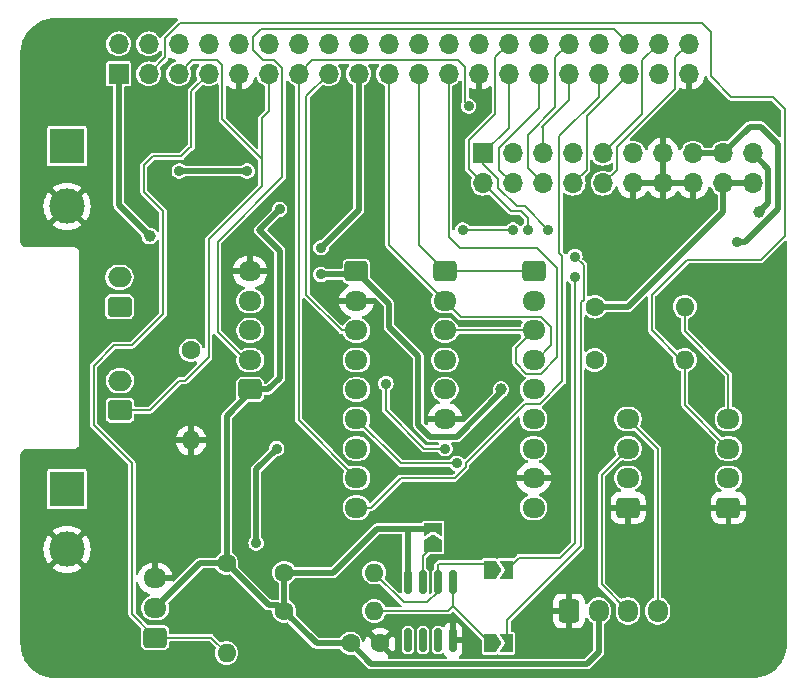
<source format=gtl>
G04 #@! TF.GenerationSoftware,KiCad,Pcbnew,8.0.1-8.0.1-1~ubuntu22.04.1*
G04 #@! TF.CreationDate,2024-05-03T16:19:53-07:00*
G04 #@! TF.ProjectId,pifire-main-module-nopwr,70696669-7265-42d6-9d61-696e2d6d6f64,rev?*
G04 #@! TF.SameCoordinates,Original*
G04 #@! TF.FileFunction,Copper,L1,Top*
G04 #@! TF.FilePolarity,Positive*
%FSLAX46Y46*%
G04 Gerber Fmt 4.6, Leading zero omitted, Abs format (unit mm)*
G04 Created by KiCad (PCBNEW 8.0.1-8.0.1-1~ubuntu22.04.1) date 2024-05-03 16:19:53*
%MOMM*%
%LPD*%
G01*
G04 APERTURE LIST*
G04 Aperture macros list*
%AMRoundRect*
0 Rectangle with rounded corners*
0 $1 Rounding radius*
0 $2 $3 $4 $5 $6 $7 $8 $9 X,Y pos of 4 corners*
0 Add a 4 corners polygon primitive as box body*
4,1,4,$2,$3,$4,$5,$6,$7,$8,$9,$2,$3,0*
0 Add four circle primitives for the rounded corners*
1,1,$1+$1,$2,$3*
1,1,$1+$1,$4,$5*
1,1,$1+$1,$6,$7*
1,1,$1+$1,$8,$9*
0 Add four rect primitives between the rounded corners*
20,1,$1+$1,$2,$3,$4,$5,0*
20,1,$1+$1,$4,$5,$6,$7,0*
20,1,$1+$1,$6,$7,$8,$9,0*
20,1,$1+$1,$8,$9,$2,$3,0*%
%AMFreePoly0*
4,1,6,1.000000,0.000000,0.500000,-0.750000,-0.500000,-0.750000,-0.500000,0.750000,0.500000,0.750000,1.000000,0.000000,1.000000,0.000000,$1*%
%AMFreePoly1*
4,1,6,0.500000,-0.750000,-0.650000,-0.750000,-0.150000,0.000000,-0.650000,0.750000,0.500000,0.750000,0.500000,-0.750000,0.500000,-0.750000,$1*%
G04 Aperture macros list end*
G04 #@! TA.AperFunction,ComponentPad*
%ADD10RoundRect,0.250000X-0.600000X-0.725000X0.600000X-0.725000X0.600000X0.725000X-0.600000X0.725000X0*%
G04 #@! TD*
G04 #@! TA.AperFunction,ComponentPad*
%ADD11O,1.700000X1.950000*%
G04 #@! TD*
G04 #@! TA.AperFunction,ComponentPad*
%ADD12R,3.000000X3.000000*%
G04 #@! TD*
G04 #@! TA.AperFunction,ComponentPad*
%ADD13C,3.000000*%
G04 #@! TD*
G04 #@! TA.AperFunction,ComponentPad*
%ADD14RoundRect,0.250000X0.750000X-0.600000X0.750000X0.600000X-0.750000X0.600000X-0.750000X-0.600000X0*%
G04 #@! TD*
G04 #@! TA.AperFunction,ComponentPad*
%ADD15O,2.000000X1.700000*%
G04 #@! TD*
G04 #@! TA.AperFunction,ComponentPad*
%ADD16C,1.600000*%
G04 #@! TD*
G04 #@! TA.AperFunction,ComponentPad*
%ADD17O,1.600000X1.600000*%
G04 #@! TD*
G04 #@! TA.AperFunction,SMDPad,CuDef*
%ADD18FreePoly0,0.000000*%
G04 #@! TD*
G04 #@! TA.AperFunction,SMDPad,CuDef*
%ADD19FreePoly1,0.000000*%
G04 #@! TD*
G04 #@! TA.AperFunction,ComponentPad*
%ADD20RoundRect,0.250000X0.725000X-0.600000X0.725000X0.600000X-0.725000X0.600000X-0.725000X-0.600000X0*%
G04 #@! TD*
G04 #@! TA.AperFunction,ComponentPad*
%ADD21O,1.950000X1.700000*%
G04 #@! TD*
G04 #@! TA.AperFunction,ComponentPad*
%ADD22RoundRect,0.250000X-0.725000X0.600000X-0.725000X-0.600000X0.725000X-0.600000X0.725000X0.600000X0*%
G04 #@! TD*
G04 #@! TA.AperFunction,ComponentPad*
%ADD23R,1.700000X1.700000*%
G04 #@! TD*
G04 #@! TA.AperFunction,ComponentPad*
%ADD24O,1.700000X1.700000*%
G04 #@! TD*
G04 #@! TA.AperFunction,SMDPad,CuDef*
%ADD25FreePoly0,90.000000*%
G04 #@! TD*
G04 #@! TA.AperFunction,SMDPad,CuDef*
%ADD26FreePoly1,90.000000*%
G04 #@! TD*
G04 #@! TA.AperFunction,SMDPad,CuDef*
%ADD27RoundRect,0.150000X0.150000X-0.825000X0.150000X0.825000X-0.150000X0.825000X-0.150000X-0.825000X0*%
G04 #@! TD*
G04 #@! TA.AperFunction,ViaPad*
%ADD28C,0.900000*%
G04 #@! TD*
G04 #@! TA.AperFunction,ViaPad*
%ADD29C,1.000000*%
G04 #@! TD*
G04 #@! TA.AperFunction,Conductor*
%ADD30C,0.200000*%
G04 #@! TD*
G04 #@! TA.AperFunction,Conductor*
%ADD31C,0.500000*%
G04 #@! TD*
G04 APERTURE END LIST*
D10*
X146500000Y-94250000D03*
D11*
X149000000Y-94250000D03*
X151500000Y-94250000D03*
X154000000Y-94250000D03*
D12*
X104000000Y-54920000D03*
D13*
X104000000Y-60000000D03*
D14*
X108475000Y-77250000D03*
D15*
X108475000Y-74750000D03*
D16*
X148690000Y-73000000D03*
D17*
X156310000Y-73000000D03*
D18*
X139800000Y-90750000D03*
D19*
X141250000Y-90750000D03*
D20*
X111475000Y-96500000D03*
D21*
X111475000Y-94000000D03*
X111475000Y-91500000D03*
D20*
X151500000Y-85500000D03*
D21*
X151500000Y-83000000D03*
X151500000Y-80500000D03*
X151500000Y-78000000D03*
D20*
X119500000Y-75500000D03*
D21*
X119500000Y-73000000D03*
X119500000Y-70500000D03*
X119500000Y-68000000D03*
X119500000Y-65500000D03*
D22*
X143500000Y-65500000D03*
D21*
X143500000Y-68000000D03*
X143500000Y-70500000D03*
X143500000Y-73000000D03*
X143500000Y-75500000D03*
X143500000Y-78000000D03*
X143500000Y-80500000D03*
X143500000Y-83000000D03*
X143500000Y-85500000D03*
D12*
X104000000Y-83960000D03*
D13*
X104000000Y-89040000D03*
D14*
X108450000Y-68500000D03*
D15*
X108450000Y-66000000D03*
D20*
X160000000Y-85500000D03*
D21*
X160000000Y-83000000D03*
X160000000Y-80500000D03*
X160000000Y-78000000D03*
D16*
X122380000Y-91000000D03*
D17*
X130000000Y-91000000D03*
D23*
X139220000Y-55500000D03*
D24*
X139220000Y-58040000D03*
X141760000Y-55500000D03*
X141760000Y-58040000D03*
X144300000Y-55500000D03*
X144300000Y-58040000D03*
X146840000Y-55500000D03*
X146840000Y-58040000D03*
X149380000Y-55500000D03*
X149380000Y-58040000D03*
X151920000Y-55500000D03*
X151920000Y-58040000D03*
X154460000Y-55500000D03*
X154460000Y-58040000D03*
X157000000Y-55500000D03*
X157000000Y-58040000D03*
X159540000Y-55500000D03*
X159540000Y-58040000D03*
X162080000Y-55500000D03*
X162080000Y-58040000D03*
D16*
X128000000Y-97000000D03*
X130500000Y-97000000D03*
D18*
X139800000Y-97000000D03*
D19*
X141250000Y-97000000D03*
D16*
X122380000Y-94250000D03*
D17*
X130000000Y-94250000D03*
D22*
X128500000Y-65500000D03*
D21*
X128500000Y-68000000D03*
X128500000Y-70500000D03*
X128500000Y-73000000D03*
X128500000Y-75500000D03*
X128500000Y-78000000D03*
X128500000Y-80500000D03*
X128500000Y-83000000D03*
X128500000Y-85500000D03*
D16*
X148690000Y-68500000D03*
D17*
X156310000Y-68500000D03*
D25*
X135000000Y-88750000D03*
D26*
X135000000Y-87300000D03*
D22*
X136000000Y-65500000D03*
D21*
X136000000Y-68000000D03*
X136000000Y-70500000D03*
X136000000Y-73000000D03*
X136000000Y-75500000D03*
X136000000Y-78000000D03*
D27*
X132845000Y-96725000D03*
X134115000Y-96725000D03*
X135385000Y-96725000D03*
X136655000Y-96725000D03*
X136655000Y-91775000D03*
X135385000Y-91775000D03*
X134115000Y-91775000D03*
X132845000Y-91775000D03*
D16*
X117500000Y-90190000D03*
D17*
X117500000Y-97810000D03*
D16*
X114500000Y-72190000D03*
D17*
X114500000Y-79810000D03*
D23*
X108370000Y-48770000D03*
D24*
X108370000Y-46230000D03*
X110910000Y-48770000D03*
X110910000Y-46230000D03*
X113450000Y-48770000D03*
X113450000Y-46230000D03*
X115990000Y-48770000D03*
X115990000Y-46230000D03*
X118530000Y-48770000D03*
X118530000Y-46230000D03*
X121070000Y-48770000D03*
X121070000Y-46230000D03*
X123610000Y-48770000D03*
X123610000Y-46230000D03*
X126150000Y-48770000D03*
X126150000Y-46230000D03*
X128690000Y-48770000D03*
X128690000Y-46230000D03*
X131230000Y-48770000D03*
X131230000Y-46230000D03*
X133770000Y-48770000D03*
X133770000Y-46230000D03*
X136310000Y-48770000D03*
X136310000Y-46230000D03*
X138850000Y-48770000D03*
X138850000Y-46230000D03*
X141390000Y-48770000D03*
X141390000Y-46230000D03*
X143930000Y-48770000D03*
X143930000Y-46230000D03*
X146470000Y-48770000D03*
X146470000Y-46230000D03*
X149010000Y-48770000D03*
X149010000Y-46230000D03*
X151550000Y-48770000D03*
X151550000Y-46230000D03*
X154090000Y-48770000D03*
X154090000Y-46230000D03*
X156630000Y-48770000D03*
X156630000Y-46230000D03*
D28*
X137000000Y-81750000D03*
X138000000Y-51500000D03*
X136000000Y-80500000D03*
X131000000Y-75000000D03*
X160750000Y-63000000D03*
X125500000Y-65750000D03*
X113500000Y-57000000D03*
D29*
X140750000Y-75500000D03*
D28*
X119250000Y-57000000D03*
X147000000Y-66000000D03*
X143000000Y-62000000D03*
X144750000Y-62000000D03*
X147000000Y-64250000D03*
D29*
X111000000Y-62500000D03*
D28*
X122000000Y-60250000D03*
X125500000Y-63500000D03*
X137500000Y-62000000D03*
X141750000Y-62000000D03*
D29*
X162550000Y-60500000D03*
D28*
X120000000Y-88500000D03*
X121750000Y-80500000D03*
D30*
X154460000Y-58040000D02*
X151920000Y-58040000D01*
X137000000Y-81750000D02*
X132250000Y-81750000D01*
X132250000Y-81750000D02*
X128500000Y-78000000D01*
X156630000Y-46230000D02*
X155480000Y-47380000D01*
X155480000Y-47380000D02*
X155480000Y-50020000D01*
X150530000Y-56890000D02*
X149380000Y-58040000D01*
X155480000Y-50020000D02*
X150530000Y-54970000D01*
X150530000Y-54970000D02*
X150530000Y-56890000D01*
X112125000Y-60375000D02*
X112125000Y-69125000D01*
X109500000Y-81750000D02*
X109500000Y-94525000D01*
X109500000Y-71750000D02*
X108000000Y-71750000D01*
X111475000Y-96500000D02*
X116190000Y-96500000D01*
X114439339Y-55000000D02*
X113689339Y-55750000D01*
X106250000Y-78500000D02*
X109500000Y-81750000D01*
X106250000Y-73500000D02*
X106250000Y-78500000D01*
X116190000Y-96500000D02*
X117500000Y-97810000D01*
X114500000Y-50260000D02*
X114500000Y-55000000D01*
X110500000Y-58750000D02*
X112125000Y-60375000D01*
X113689339Y-55750000D02*
X111250000Y-55750000D01*
X111250000Y-55750000D02*
X110500000Y-56500000D01*
X108000000Y-71750000D02*
X106250000Y-73500000D01*
X114500000Y-55000000D02*
X114439339Y-55000000D01*
X115990000Y-48770000D02*
X114500000Y-50260000D01*
X112125000Y-69125000D02*
X109500000Y-71750000D01*
X110500000Y-56500000D02*
X110500000Y-58750000D01*
X109500000Y-94525000D02*
X111475000Y-96500000D01*
X123610000Y-48770000D02*
X123610000Y-78110000D01*
X137120000Y-47620000D02*
X137700000Y-48200000D01*
X137700000Y-48200000D02*
X137700000Y-51200000D01*
X124760000Y-47620000D02*
X137120000Y-47620000D01*
X137700000Y-51200000D02*
X138000000Y-51500000D01*
X123610000Y-78110000D02*
X128500000Y-83000000D01*
X123610000Y-48770000D02*
X124760000Y-47620000D01*
X156000000Y-73000000D02*
X156310000Y-73000000D01*
X157750000Y-44500000D02*
X158500000Y-45250000D01*
X158500000Y-49000000D02*
X160250000Y-50750000D01*
X160250000Y-50750000D02*
X163750000Y-50750000D01*
X156310000Y-73000000D02*
X156310000Y-76810000D01*
X113553654Y-44500000D02*
X157750000Y-44500000D01*
X156500000Y-64500000D02*
X153500000Y-67500000D01*
X164750000Y-62500000D02*
X162750000Y-64500000D01*
X163750000Y-50750000D02*
X164750000Y-51750000D01*
X158500000Y-45250000D02*
X158500000Y-49000000D01*
X112300000Y-47380000D02*
X112300000Y-45753654D01*
X151500000Y-80500000D02*
X149250000Y-82750000D01*
X112300000Y-45753654D02*
X113553654Y-44500000D01*
X153500000Y-67500000D02*
X153500000Y-70500000D01*
X149250000Y-92000000D02*
X151500000Y-94250000D01*
X110910000Y-48770000D02*
X112300000Y-47380000D01*
X156310000Y-76810000D02*
X160000000Y-80500000D01*
X164750000Y-51750000D02*
X164750000Y-62500000D01*
X162750000Y-64500000D02*
X156500000Y-64500000D01*
X149250000Y-82750000D02*
X149250000Y-92000000D01*
X153500000Y-70500000D02*
X156000000Y-73000000D01*
X140610000Y-55023654D02*
X140610000Y-56890000D01*
X143930000Y-51703654D02*
X140610000Y-55023654D01*
X143930000Y-48770000D02*
X143930000Y-51703654D01*
X140610000Y-56890000D02*
X141760000Y-58040000D01*
X131000000Y-77250000D02*
X134250000Y-80500000D01*
X131000000Y-75000000D02*
X131000000Y-77250000D01*
X134250000Y-80500000D02*
X136000000Y-80500000D01*
X149010000Y-48770000D02*
X149010000Y-50744314D01*
X145690000Y-54064314D02*
X145690000Y-63944365D01*
X137750000Y-82060661D02*
X136810661Y-83000000D01*
X132250000Y-83000000D02*
X129750000Y-85500000D01*
X144001346Y-76750000D02*
X142750000Y-76750000D01*
X129750000Y-85500000D02*
X128500000Y-85500000D01*
X137750000Y-81750000D02*
X137750000Y-82060661D01*
X149010000Y-50744314D02*
X145690000Y-54064314D01*
X142750000Y-76750000D02*
X137750000Y-81750000D01*
X136810661Y-83000000D02*
X132250000Y-83000000D01*
X145690000Y-63944365D02*
X145937157Y-64191522D01*
X145937157Y-74814189D02*
X144001346Y-76750000D01*
X145937157Y-64191522D02*
X145937157Y-74814189D01*
D31*
X161393503Y-63000000D02*
X164200000Y-60193503D01*
X137000000Y-79500000D02*
X140750000Y-75750000D01*
X133750000Y-78500000D02*
X134750000Y-79500000D01*
X161790000Y-53250000D02*
X159540000Y-55500000D01*
X140750000Y-75750000D02*
X140750000Y-75500000D01*
X131250000Y-70201346D02*
X133750000Y-72701346D01*
X114400000Y-57000000D02*
X113500000Y-57000000D01*
X125500000Y-65750000D02*
X128250000Y-65750000D01*
X128500000Y-65500000D02*
X131250000Y-68250000D01*
X119250000Y-57000000D02*
X114400000Y-57000000D01*
X134750000Y-79500000D02*
X137000000Y-79500000D01*
X164200000Y-54700000D02*
X162750000Y-53250000D01*
X162750000Y-53250000D02*
X161790000Y-53250000D01*
X133750000Y-72701346D02*
X133750000Y-78500000D01*
X131250000Y-68250000D02*
X131250000Y-70201346D01*
X164200000Y-60193503D02*
X164200000Y-54700000D01*
X160750000Y-63000000D02*
X161393503Y-63000000D01*
X128250000Y-65750000D02*
X128500000Y-65500000D01*
X159540000Y-55500000D02*
X157000000Y-55500000D01*
D30*
X145750000Y-89750000D02*
X142250000Y-89750000D01*
X140240000Y-52180000D02*
X138000000Y-54420000D01*
X147000000Y-88500000D02*
X145750000Y-89750000D01*
X141390000Y-46230000D02*
X140240000Y-47380000D01*
X140240000Y-47380000D02*
X140240000Y-52180000D01*
X138000000Y-54420000D02*
X138000000Y-56820000D01*
X147000000Y-66000000D02*
X147000000Y-88500000D01*
X143000000Y-61000000D02*
X143000000Y-62000000D01*
X139220000Y-58040000D02*
X141580000Y-60400000D01*
X141580000Y-60400000D02*
X142400000Y-60400000D01*
X142400000Y-60400000D02*
X143000000Y-61000000D01*
X138000000Y-56820000D02*
X139220000Y-58040000D01*
X142250000Y-89750000D02*
X141250000Y-90750000D01*
X152700000Y-52180000D02*
X149380000Y-55500000D01*
X154090000Y-46230000D02*
X152700000Y-47620000D01*
X152700000Y-47620000D02*
X152700000Y-52180000D01*
X120500000Y-56000000D02*
X117140000Y-52640000D01*
X110995635Y-77250000D02*
X108475000Y-77250000D01*
X156310000Y-70560000D02*
X160000000Y-74250000D01*
X113495635Y-74750000D02*
X110995635Y-77250000D01*
X117140000Y-52640000D02*
X117140000Y-48053654D01*
X121070000Y-48770000D02*
X121070000Y-51930000D01*
X114000000Y-74750000D02*
X113495635Y-74750000D01*
X120500000Y-52500000D02*
X121070000Y-51930000D01*
X116000000Y-62750000D02*
X120500000Y-58250000D01*
X154000000Y-80500000D02*
X154000000Y-94250000D01*
X151500000Y-78000000D02*
X154000000Y-80500000D01*
X117140000Y-48053654D02*
X116706346Y-47620000D01*
X160000000Y-74250000D02*
X160000000Y-78000000D01*
X116000000Y-62750000D02*
X116000000Y-72750000D01*
X120500000Y-58250000D02*
X120500000Y-56000000D01*
X116706346Y-47620000D02*
X114600000Y-47620000D01*
X156310000Y-68500000D02*
X156310000Y-70560000D01*
X116000000Y-72750000D02*
X114000000Y-74750000D01*
X120500000Y-56000000D02*
X120500000Y-52500000D01*
X114600000Y-47620000D02*
X113450000Y-48770000D01*
X147990000Y-56890000D02*
X146840000Y-58040000D01*
X147990000Y-52330000D02*
X147990000Y-56890000D01*
X151550000Y-48770000D02*
X147990000Y-52330000D01*
X136000000Y-65500000D02*
X143500000Y-65500000D01*
X133770000Y-63270000D02*
X136000000Y-65500000D01*
X133770000Y-48770000D02*
X133770000Y-63270000D01*
X143000000Y-56740000D02*
X144300000Y-58040000D01*
X143000000Y-53934314D02*
X143000000Y-56740000D01*
X145320000Y-51614314D02*
X143000000Y-53934314D01*
X146470000Y-46230000D02*
X145320000Y-47380000D01*
X145320000Y-47380000D02*
X145320000Y-51614314D01*
X120433654Y-45000000D02*
X119750000Y-45683654D01*
X119750000Y-45683654D02*
X119750000Y-46776346D01*
X122220000Y-48293654D02*
X122220000Y-57530000D01*
X119109744Y-73000000D02*
X119500000Y-73000000D01*
X151550000Y-46230000D02*
X150320000Y-45000000D01*
X150320000Y-45000000D02*
X120433654Y-45000000D01*
X120593654Y-47620000D02*
X121546346Y-47620000D01*
X116750000Y-63000000D02*
X116750000Y-70640256D01*
X116750000Y-70640256D02*
X119109744Y-73000000D01*
X121546346Y-47620000D02*
X122220000Y-48293654D01*
X122220000Y-57530000D02*
X116750000Y-63000000D01*
X119750000Y-46776346D02*
X120593654Y-47620000D01*
X147500000Y-88750000D02*
X141250000Y-95000000D01*
X142750000Y-60000000D02*
X144750000Y-62000000D01*
X147750000Y-65000000D02*
X147750000Y-67884365D01*
X140500000Y-57693654D02*
X140500000Y-58406346D01*
X141250000Y-95000000D02*
X141250000Y-97000000D01*
X139220000Y-56413654D02*
X140500000Y-57693654D01*
X141390000Y-53330000D02*
X139220000Y-55500000D01*
X147500000Y-68134365D02*
X147500000Y-88750000D01*
X142093654Y-60000000D02*
X142750000Y-60000000D01*
X140500000Y-58406346D02*
X142093654Y-60000000D01*
X139220000Y-55500000D02*
X139220000Y-56413654D01*
X147000000Y-64250000D02*
X147750000Y-65000000D01*
X147750000Y-67884365D02*
X147500000Y-68134365D01*
X141390000Y-48770000D02*
X141390000Y-53330000D01*
X144101346Y-69350000D02*
X145000000Y-70248654D01*
X145000000Y-70248654D02*
X145000000Y-71750000D01*
X145000000Y-71750000D02*
X143750000Y-73000000D01*
X136000000Y-68000000D02*
X137350000Y-69350000D01*
X143750000Y-73000000D02*
X143500000Y-73000000D01*
X137350000Y-69350000D02*
X144101346Y-69350000D01*
X131230000Y-63230000D02*
X136000000Y-68000000D01*
X131230000Y-48770000D02*
X131230000Y-63230000D01*
X142898654Y-74150000D02*
X142000000Y-73251346D01*
X142000000Y-72000000D02*
X143500000Y-70500000D01*
X136000000Y-70500000D02*
X143500000Y-70500000D01*
X137250000Y-63500000D02*
X143750000Y-63500000D01*
X143750000Y-63500000D02*
X145500000Y-65250000D01*
X142000000Y-73251346D02*
X142000000Y-72000000D01*
X136850000Y-49310000D02*
X136310000Y-48770000D01*
X145500000Y-72751346D02*
X144101346Y-74150000D01*
X136310000Y-48770000D02*
X136310000Y-62560000D01*
X145500000Y-65250000D02*
X145500000Y-72751346D01*
X136310000Y-62560000D02*
X137250000Y-63500000D01*
X144101346Y-74150000D02*
X142898654Y-74150000D01*
X124250000Y-67500000D02*
X127250000Y-70500000D01*
X124250000Y-50670000D02*
X124250000Y-67500000D01*
X126150000Y-48770000D02*
X124250000Y-50670000D01*
X127250000Y-70500000D02*
X128500000Y-70500000D01*
D31*
X126500000Y-91000000D02*
X130204903Y-87295097D01*
X117500000Y-90190000D02*
X121060000Y-93750000D01*
X108370000Y-48770000D02*
X108370000Y-59870000D01*
X117500000Y-90190000D02*
X115285000Y-90190000D01*
X129750000Y-98750000D02*
X148000000Y-98750000D01*
X122380000Y-94250000D02*
X125130000Y-97000000D01*
X125130000Y-97000000D02*
X128000000Y-97000000D01*
X128000000Y-97000000D02*
X129750000Y-98750000D01*
X115285000Y-90190000D02*
X111475000Y-94000000D01*
X128690000Y-48770000D02*
X128690000Y-60310000D01*
X111000000Y-62500000D02*
X110750000Y-62250000D01*
X121880000Y-93750000D02*
X122380000Y-94250000D01*
X108370000Y-59870000D02*
X111000000Y-62500000D01*
X122380000Y-91000000D02*
X122380000Y-94250000D01*
X159540000Y-60460000D02*
X159540000Y-58040000D01*
X128690000Y-60310000D02*
X125500000Y-63500000D01*
X148690000Y-68500000D02*
X151500000Y-68500000D01*
X121000000Y-75500000D02*
X119500000Y-75500000D01*
X119500000Y-75500000D02*
X119500000Y-75750000D01*
X149000000Y-97750000D02*
X149000000Y-94250000D01*
X130204903Y-87295097D02*
X133000000Y-87295097D01*
X151500000Y-68500000D02*
X159540000Y-60460000D01*
X148000000Y-98750000D02*
X149000000Y-97750000D01*
X122000000Y-63750000D02*
X122000000Y-74500000D01*
X121060000Y-93750000D02*
X121880000Y-93750000D01*
X122000000Y-74500000D02*
X121000000Y-75500000D01*
X132845000Y-91775000D02*
X132845000Y-87450097D01*
X162080000Y-58040000D02*
X159540000Y-58040000D01*
X122000000Y-60250000D02*
X120250000Y-62000000D01*
X132845000Y-87450097D02*
X133000000Y-87295097D01*
X122380000Y-91000000D02*
X126500000Y-91000000D01*
X133000000Y-87295097D02*
X135000000Y-87295097D01*
X149000000Y-94250000D02*
X149000000Y-94125000D01*
X119500000Y-75500000D02*
X119500000Y-75751346D01*
X120250000Y-62000000D02*
X122000000Y-63750000D01*
X117500000Y-77750000D02*
X117500000Y-90190000D01*
X119500000Y-75750000D02*
X117500000Y-77750000D01*
D30*
X141750000Y-62000000D02*
X137500000Y-62000000D01*
X144250000Y-53250000D02*
X144300000Y-53300000D01*
X146470000Y-51030000D02*
X144250000Y-53250000D01*
X146470000Y-48770000D02*
X146470000Y-51030000D01*
X144300000Y-53300000D02*
X144300000Y-55500000D01*
D31*
X120000000Y-88500000D02*
X120000000Y-82250000D01*
X162550000Y-60500000D02*
X163380000Y-59670000D01*
X163380000Y-59670000D02*
X163380000Y-56800000D01*
X163380000Y-56800000D02*
X162080000Y-55500000D01*
X120000000Y-82250000D02*
X121750000Y-80500000D01*
D30*
X134115000Y-89635000D02*
X134115000Y-91775000D01*
X135000000Y-88750000D02*
X134115000Y-89635000D01*
X136260000Y-94250000D02*
X136655000Y-93855000D01*
X136655000Y-91775000D02*
X136655000Y-93855000D01*
X130000000Y-94250000D02*
X136260000Y-94250000D01*
X136655000Y-93855000D02*
X139800000Y-97000000D01*
X139800000Y-90750000D02*
X139295000Y-90245000D01*
X132500000Y-93500000D02*
X134500000Y-93500000D01*
X135385000Y-90365000D02*
X135385000Y-91775000D01*
X130000000Y-91000000D02*
X132500000Y-93500000D01*
X135505000Y-90245000D02*
X135385000Y-90365000D01*
X134500000Y-93500000D02*
X135385000Y-92615000D01*
X139295000Y-90245000D02*
X135505000Y-90245000D01*
X135385000Y-92615000D02*
X135385000Y-91775000D01*
G04 #@! TA.AperFunction,Conductor*
G36*
X113345860Y-44070185D02*
G01*
X113391615Y-44122989D01*
X113401559Y-44192147D01*
X113372534Y-44255703D01*
X113366502Y-44262181D01*
X112059541Y-45569141D01*
X112059535Y-45569149D01*
X112019982Y-45637658D01*
X112017516Y-45643612D01*
X111973674Y-45698015D01*
X111907380Y-45720079D01*
X111839680Y-45702799D01*
X111793597Y-45654611D01*
X111787685Y-45643550D01*
X111726621Y-45569143D01*
X111656410Y-45483589D01*
X111521641Y-45372989D01*
X111496450Y-45352315D01*
X111313954Y-45254768D01*
X111115934Y-45194700D01*
X111115932Y-45194699D01*
X111115934Y-45194699D01*
X110910000Y-45174417D01*
X110704067Y-45194699D01*
X110506043Y-45254769D01*
X110395898Y-45313643D01*
X110323550Y-45352315D01*
X110323548Y-45352316D01*
X110323547Y-45352317D01*
X110163589Y-45483589D01*
X110032318Y-45643546D01*
X110032315Y-45643550D01*
X109994609Y-45714092D01*
X109934769Y-45826043D01*
X109874699Y-46024067D01*
X109854417Y-46230000D01*
X109874699Y-46435932D01*
X109874700Y-46435934D01*
X109934768Y-46633954D01*
X110032315Y-46816450D01*
X110032317Y-46816452D01*
X110163589Y-46976410D01*
X110260209Y-47055702D01*
X110323550Y-47107685D01*
X110506046Y-47205232D01*
X110704066Y-47265300D01*
X110704065Y-47265300D01*
X110722529Y-47267118D01*
X110910000Y-47285583D01*
X111115934Y-47265300D01*
X111313954Y-47205232D01*
X111496450Y-47107685D01*
X111656410Y-46976410D01*
X111779647Y-46826244D01*
X111837392Y-46786910D01*
X111907236Y-46785039D01*
X111967005Y-46821226D01*
X111997721Y-46883982D01*
X111999500Y-46904909D01*
X111999500Y-47204166D01*
X111979815Y-47271205D01*
X111963181Y-47291847D01*
X111474326Y-47780701D01*
X111413003Y-47814186D01*
X111343311Y-47809202D01*
X111328193Y-47802379D01*
X111313956Y-47794769D01*
X111313955Y-47794768D01*
X111313954Y-47794768D01*
X111115934Y-47734700D01*
X111115932Y-47734699D01*
X111115934Y-47734699D01*
X110910000Y-47714417D01*
X110704067Y-47734699D01*
X110569736Y-47775448D01*
X110506050Y-47794767D01*
X110506043Y-47794769D01*
X110410167Y-47846017D01*
X110323550Y-47892315D01*
X110323548Y-47892316D01*
X110323547Y-47892317D01*
X110163589Y-48023589D01*
X110036235Y-48178773D01*
X110032315Y-48183550D01*
X109999760Y-48244456D01*
X109934769Y-48366043D01*
X109874699Y-48564067D01*
X109854417Y-48770000D01*
X109874699Y-48975932D01*
X109874700Y-48975934D01*
X109934768Y-49173954D01*
X110032315Y-49356450D01*
X110040351Y-49366242D01*
X110163589Y-49516410D01*
X110205080Y-49550460D01*
X110323550Y-49647685D01*
X110506046Y-49745232D01*
X110704066Y-49805300D01*
X110704065Y-49805300D01*
X110722529Y-49807118D01*
X110910000Y-49825583D01*
X111115934Y-49805300D01*
X111313954Y-49745232D01*
X111496450Y-49647685D01*
X111656410Y-49516410D01*
X111787685Y-49356450D01*
X111885232Y-49173954D01*
X111945300Y-48975934D01*
X111965583Y-48770000D01*
X111945300Y-48564066D01*
X111885232Y-48366046D01*
X111877620Y-48351806D01*
X111863379Y-48283404D01*
X111888379Y-48218160D01*
X111899298Y-48205672D01*
X112184470Y-47920500D01*
X112540460Y-47564511D01*
X112580021Y-47495989D01*
X112585426Y-47475814D01*
X112621790Y-47416155D01*
X112684637Y-47385625D01*
X112754013Y-47393919D01*
X112767439Y-47401391D01*
X112767729Y-47400891D01*
X112772420Y-47403599D01*
X112986507Y-47503429D01*
X112986516Y-47503433D01*
X113108649Y-47536158D01*
X113168310Y-47572523D01*
X113198839Y-47635369D01*
X113190545Y-47704745D01*
X113146059Y-47758623D01*
X113112552Y-47774593D01*
X113046046Y-47794767D01*
X112938850Y-47852066D01*
X112863550Y-47892315D01*
X112863548Y-47892316D01*
X112863547Y-47892317D01*
X112703589Y-48023589D01*
X112576235Y-48178773D01*
X112572315Y-48183550D01*
X112539760Y-48244456D01*
X112474769Y-48366043D01*
X112414699Y-48564067D01*
X112394417Y-48770000D01*
X112414699Y-48975932D01*
X112414700Y-48975934D01*
X112474768Y-49173954D01*
X112572315Y-49356450D01*
X112580351Y-49366242D01*
X112703589Y-49516410D01*
X112745080Y-49550460D01*
X112863550Y-49647685D01*
X113046046Y-49745232D01*
X113244066Y-49805300D01*
X113244065Y-49805300D01*
X113262529Y-49807118D01*
X113450000Y-49825583D01*
X113655934Y-49805300D01*
X113853954Y-49745232D01*
X114036450Y-49647685D01*
X114196410Y-49516410D01*
X114327685Y-49356450D01*
X114425232Y-49173954D01*
X114485300Y-48975934D01*
X114505583Y-48770000D01*
X114485300Y-48564066D01*
X114425232Y-48366046D01*
X114417620Y-48351806D01*
X114403379Y-48283404D01*
X114428379Y-48218160D01*
X114439298Y-48205672D01*
X114549881Y-48095090D01*
X114688152Y-47956819D01*
X114749475Y-47923334D01*
X114775833Y-47920500D01*
X115066018Y-47920500D01*
X115133057Y-47940185D01*
X115178812Y-47992989D01*
X115188756Y-48062147D01*
X115161871Y-48123165D01*
X115112317Y-48183546D01*
X115014769Y-48366043D01*
X114954699Y-48564067D01*
X114934417Y-48770000D01*
X114954699Y-48975932D01*
X114954700Y-48975934D01*
X115000066Y-49125489D01*
X115014769Y-49173956D01*
X115022379Y-49188193D01*
X115036620Y-49256596D01*
X115011619Y-49321840D01*
X115000701Y-49334326D01*
X114315489Y-50019540D01*
X114259541Y-50075487D01*
X114259535Y-50075495D01*
X114219982Y-50144004D01*
X114219979Y-50144009D01*
X114206326Y-50194962D01*
X114203768Y-50204512D01*
X114199500Y-50220439D01*
X114199500Y-54763506D01*
X114179815Y-54830545D01*
X114163181Y-54851187D01*
X113601187Y-55413181D01*
X113539864Y-55446666D01*
X113513506Y-55449500D01*
X111210438Y-55449500D01*
X111143039Y-55467559D01*
X111134007Y-55469980D01*
X111082014Y-55499999D01*
X111065492Y-55509537D01*
X111065487Y-55509541D01*
X110259541Y-56315487D01*
X110259535Y-56315495D01*
X110219982Y-56384004D01*
X110219979Y-56384009D01*
X110208130Y-56428231D01*
X110199500Y-56460438D01*
X110199500Y-58789562D01*
X110219979Y-58865989D01*
X110237850Y-58896943D01*
X110249824Y-58917681D01*
X110249825Y-58917685D01*
X110259537Y-58934508D01*
X110259541Y-58934513D01*
X111788181Y-60463152D01*
X111821666Y-60524475D01*
X111824500Y-60550833D01*
X111824500Y-62063429D01*
X111804815Y-62130468D01*
X111752011Y-62176223D01*
X111682853Y-62186167D01*
X111619297Y-62157142D01*
X111598450Y-62133870D01*
X111595740Y-62129944D01*
X111528183Y-62032071D01*
X111425034Y-61940689D01*
X111400849Y-61919263D01*
X111250226Y-61840210D01*
X111085056Y-61799500D01*
X110987966Y-61799500D01*
X110920927Y-61779815D01*
X110900285Y-61763181D01*
X108856819Y-59719715D01*
X108823334Y-59658392D01*
X108820500Y-59632034D01*
X108820500Y-49944500D01*
X108840185Y-49877461D01*
X108892989Y-49831706D01*
X108944500Y-49820500D01*
X109239750Y-49820500D01*
X109239751Y-49820499D01*
X109254568Y-49817552D01*
X109298229Y-49808868D01*
X109298229Y-49808867D01*
X109298231Y-49808867D01*
X109364552Y-49764552D01*
X109408867Y-49698231D01*
X109408867Y-49698229D01*
X109408868Y-49698229D01*
X109418922Y-49647682D01*
X109420500Y-49639748D01*
X109420500Y-47900252D01*
X109420500Y-47900249D01*
X109420499Y-47900247D01*
X109408868Y-47841770D01*
X109408867Y-47841769D01*
X109364552Y-47775447D01*
X109298230Y-47731132D01*
X109298229Y-47731131D01*
X109239752Y-47719500D01*
X109239748Y-47719500D01*
X107500252Y-47719500D01*
X107500247Y-47719500D01*
X107441770Y-47731131D01*
X107441769Y-47731132D01*
X107375447Y-47775447D01*
X107331132Y-47841769D01*
X107331131Y-47841770D01*
X107319500Y-47900247D01*
X107319500Y-49639752D01*
X107331131Y-49698229D01*
X107331132Y-49698230D01*
X107375447Y-49764552D01*
X107441769Y-49808867D01*
X107441770Y-49808868D01*
X107500247Y-49820499D01*
X107500250Y-49820500D01*
X107500252Y-49820500D01*
X107795500Y-49820500D01*
X107862539Y-49840185D01*
X107908294Y-49892989D01*
X107919500Y-49944500D01*
X107919500Y-59929309D01*
X107932179Y-59976627D01*
X107950201Y-60043887D01*
X108009511Y-60146614D01*
X108009513Y-60146616D01*
X110259083Y-62396187D01*
X110292568Y-62457510D01*
X110294205Y-62492500D01*
X110294355Y-62492500D01*
X110294355Y-62495700D01*
X110294500Y-62498799D01*
X110294355Y-62499994D01*
X110294355Y-62499999D01*
X110314859Y-62668869D01*
X110314860Y-62668874D01*
X110375182Y-62827931D01*
X110416165Y-62887304D01*
X110471817Y-62967929D01*
X110536049Y-63024833D01*
X110599150Y-63080736D01*
X110722603Y-63145529D01*
X110749775Y-63159790D01*
X110914944Y-63200500D01*
X111085056Y-63200500D01*
X111250225Y-63159790D01*
X111353610Y-63105529D01*
X111400849Y-63080736D01*
X111400850Y-63080734D01*
X111400852Y-63080734D01*
X111528183Y-62967929D01*
X111598450Y-62866129D01*
X111652733Y-62822140D01*
X111722182Y-62814480D01*
X111784746Y-62845584D01*
X111820564Y-62905574D01*
X111824500Y-62936570D01*
X111824500Y-68949167D01*
X111804815Y-69016206D01*
X111788181Y-69036848D01*
X109411848Y-71413181D01*
X109350525Y-71446666D01*
X109324167Y-71449500D01*
X107960438Y-71449500D01*
X107884010Y-71469978D01*
X107815489Y-71509540D01*
X107815486Y-71509542D01*
X106009541Y-73315487D01*
X106009535Y-73315495D01*
X105969982Y-73384004D01*
X105969979Y-73384009D01*
X105957494Y-73430606D01*
X105949500Y-73460438D01*
X105949500Y-78539562D01*
X105954792Y-78559310D01*
X105969978Y-78615987D01*
X105989351Y-78649542D01*
X106009539Y-78684509D01*
X106009541Y-78684512D01*
X109163181Y-81838152D01*
X109196666Y-81899475D01*
X109199500Y-81925832D01*
X109199500Y-94564562D01*
X109203659Y-94580083D01*
X109219979Y-94640990D01*
X109232950Y-94663456D01*
X109236529Y-94669655D01*
X109239902Y-94675496D01*
X109239903Y-94675499D01*
X109259537Y-94709507D01*
X109259541Y-94709512D01*
X110266533Y-95716504D01*
X110300018Y-95777827D01*
X110302310Y-95815761D01*
X110299500Y-95845728D01*
X110299500Y-97154269D01*
X110302353Y-97184699D01*
X110302353Y-97184701D01*
X110347206Y-97312880D01*
X110347207Y-97312882D01*
X110427850Y-97422150D01*
X110537118Y-97502793D01*
X110574996Y-97516047D01*
X110665299Y-97547646D01*
X110695730Y-97550500D01*
X110695734Y-97550500D01*
X112254270Y-97550500D01*
X112284699Y-97547646D01*
X112284701Y-97547646D01*
X112348790Y-97525219D01*
X112412882Y-97502793D01*
X112522150Y-97422150D01*
X112602793Y-97312882D01*
X112632985Y-97226599D01*
X112647646Y-97184701D01*
X112647646Y-97184699D01*
X112650500Y-97154269D01*
X112650500Y-96924500D01*
X112670185Y-96857461D01*
X112722989Y-96811706D01*
X112774500Y-96800500D01*
X116014167Y-96800500D01*
X116081206Y-96820185D01*
X116101848Y-96836819D01*
X116547648Y-97282619D01*
X116581133Y-97343942D01*
X116576149Y-97413634D01*
X116573449Y-97419618D01*
X116573517Y-97419646D01*
X116571188Y-97425267D01*
X116571186Y-97425272D01*
X116571186Y-97425273D01*
X116557562Y-97470185D01*
X116513975Y-97613870D01*
X116494659Y-97810000D01*
X116513975Y-98006129D01*
X116571188Y-98194733D01*
X116664086Y-98368532D01*
X116664090Y-98368539D01*
X116789116Y-98520883D01*
X116941460Y-98645909D01*
X116941467Y-98645913D01*
X117115266Y-98738811D01*
X117115269Y-98738811D01*
X117115273Y-98738814D01*
X117303868Y-98796024D01*
X117500000Y-98815341D01*
X117696132Y-98796024D01*
X117884727Y-98738814D01*
X118058538Y-98645910D01*
X118210883Y-98520883D01*
X118335910Y-98368538D01*
X118428814Y-98194727D01*
X118486024Y-98006132D01*
X118505341Y-97810000D01*
X118486024Y-97613868D01*
X118428814Y-97425273D01*
X118428811Y-97425267D01*
X118428811Y-97425266D01*
X118335913Y-97251467D01*
X118335909Y-97251460D01*
X118210883Y-97099116D01*
X118058539Y-96974090D01*
X118058532Y-96974086D01*
X117884733Y-96881188D01*
X117884727Y-96881186D01*
X117758997Y-96843046D01*
X117696129Y-96823975D01*
X117500000Y-96804659D01*
X117303870Y-96823975D01*
X117214782Y-96851000D01*
X117115273Y-96881186D01*
X117115272Y-96881186D01*
X117115267Y-96881188D01*
X117109646Y-96883517D01*
X117108773Y-96881411D01*
X117050308Y-96893564D01*
X116985073Y-96868541D01*
X116972619Y-96857648D01*
X116374512Y-96259541D01*
X116374507Y-96259537D01*
X116357987Y-96249999D01*
X116357985Y-96249999D01*
X116328915Y-96233215D01*
X116305990Y-96219979D01*
X116280513Y-96213152D01*
X116229562Y-96199500D01*
X116229560Y-96199500D01*
X112774500Y-96199500D01*
X112707461Y-96179815D01*
X112661706Y-96127011D01*
X112650500Y-96075500D01*
X112650500Y-95845730D01*
X112647646Y-95815300D01*
X112647646Y-95815298D01*
X112602793Y-95687119D01*
X112602792Y-95687117D01*
X112582305Y-95659358D01*
X112522150Y-95577850D01*
X112412882Y-95497207D01*
X112412880Y-95497206D01*
X112284700Y-95452353D01*
X112254270Y-95449500D01*
X112254266Y-95449500D01*
X110900833Y-95449500D01*
X110833794Y-95429815D01*
X110813152Y-95413181D01*
X109836819Y-94436848D01*
X109803334Y-94375525D01*
X109800500Y-94349167D01*
X109800500Y-91882726D01*
X109820185Y-91815687D01*
X109872989Y-91769932D01*
X109942147Y-91759988D01*
X110005703Y-91789013D01*
X110042431Y-91844408D01*
X110098904Y-92018217D01*
X110195379Y-92207557D01*
X110320272Y-92379459D01*
X110320276Y-92379464D01*
X110470535Y-92529723D01*
X110470540Y-92529727D01*
X110642442Y-92654620D01*
X110831782Y-92751095D01*
X110953855Y-92790759D01*
X111011530Y-92830196D01*
X111038729Y-92894555D01*
X111026815Y-92963401D01*
X110979570Y-93014877D01*
X110962990Y-93023251D01*
X110852404Y-93069057D01*
X110680342Y-93184024D01*
X110534024Y-93330342D01*
X110419058Y-93502403D01*
X110339870Y-93693579D01*
X110339868Y-93693587D01*
X110299500Y-93896530D01*
X110299500Y-94103469D01*
X110339868Y-94306412D01*
X110339870Y-94306420D01*
X110392443Y-94433343D01*
X110419059Y-94497598D01*
X110463801Y-94564560D01*
X110534024Y-94669657D01*
X110680342Y-94815975D01*
X110680345Y-94815977D01*
X110852402Y-94930941D01*
X111043580Y-95010130D01*
X111217150Y-95044655D01*
X111246530Y-95050499D01*
X111246534Y-95050500D01*
X111246535Y-95050500D01*
X111703466Y-95050500D01*
X111703467Y-95050499D01*
X111906420Y-95010130D01*
X112097598Y-94930941D01*
X112269655Y-94815977D01*
X112415977Y-94669655D01*
X112530941Y-94497598D01*
X112610130Y-94306420D01*
X112650500Y-94103465D01*
X112650500Y-93896535D01*
X112610130Y-93693580D01*
X112606373Y-93684511D01*
X112592610Y-93651283D01*
X112585715Y-93634639D01*
X112578246Y-93565172D01*
X112609520Y-93502692D01*
X112612566Y-93499535D01*
X115435285Y-90676819D01*
X115496608Y-90643334D01*
X115522966Y-90640500D01*
X116532020Y-90640500D01*
X116599059Y-90660185D01*
X116641378Y-90706047D01*
X116664090Y-90748539D01*
X116789116Y-90900883D01*
X116941460Y-91025909D01*
X116941467Y-91025913D01*
X117115266Y-91118811D01*
X117115269Y-91118811D01*
X117115273Y-91118814D01*
X117303868Y-91176024D01*
X117500000Y-91195341D01*
X117696132Y-91176024D01*
X117742237Y-91162037D01*
X117812103Y-91161413D01*
X117865914Y-91193017D01*
X120783386Y-94110489D01*
X120825877Y-94135021D01*
X120886114Y-94169799D01*
X121000691Y-94200500D01*
X121257396Y-94200500D01*
X121324435Y-94220185D01*
X121370190Y-94272989D01*
X121380799Y-94312346D01*
X121393975Y-94446129D01*
X121393976Y-94446132D01*
X121425973Y-94551613D01*
X121451188Y-94634733D01*
X121544086Y-94808532D01*
X121544090Y-94808539D01*
X121669116Y-94960883D01*
X121821460Y-95085909D01*
X121821467Y-95085913D01*
X121995266Y-95178811D01*
X121995269Y-95178811D01*
X121995273Y-95178814D01*
X122183868Y-95236024D01*
X122380000Y-95255341D01*
X122576132Y-95236024D01*
X122622237Y-95222037D01*
X122692103Y-95221413D01*
X122745914Y-95253017D01*
X124853386Y-97360489D01*
X124867636Y-97368716D01*
X124867637Y-97368716D01*
X124889755Y-97381486D01*
X124956108Y-97419796D01*
X124956109Y-97419797D01*
X124956111Y-97419797D01*
X124956114Y-97419799D01*
X125070691Y-97450500D01*
X127032020Y-97450500D01*
X127099059Y-97470185D01*
X127141378Y-97516047D01*
X127164090Y-97558539D01*
X127289116Y-97710883D01*
X127441460Y-97835909D01*
X127441467Y-97835913D01*
X127615266Y-97928811D01*
X127615269Y-97928811D01*
X127615273Y-97928814D01*
X127803868Y-97986024D01*
X128000000Y-98005341D01*
X128196132Y-97986024D01*
X128242236Y-97972037D01*
X128312102Y-97971413D01*
X128365913Y-98003017D01*
X129473386Y-99110490D01*
X129576113Y-99169799D01*
X129600321Y-99176284D01*
X129600324Y-99176286D01*
X129600325Y-99176286D01*
X129630447Y-99184357D01*
X129690691Y-99200500D01*
X129690693Y-99200500D01*
X148059308Y-99200500D01*
X148059309Y-99200500D01*
X148149673Y-99176286D01*
X148173887Y-99169799D01*
X148276614Y-99110489D01*
X149360490Y-98026613D01*
X149419799Y-97923886D01*
X149432060Y-97878127D01*
X149450500Y-97809309D01*
X149450500Y-95403690D01*
X149470185Y-95336651D01*
X149505608Y-95300588D01*
X149669655Y-95190977D01*
X149815977Y-95044655D01*
X149930941Y-94872598D01*
X150010130Y-94681420D01*
X150050500Y-94478465D01*
X150050500Y-94021535D01*
X150010130Y-93818580D01*
X149930941Y-93627402D01*
X149815977Y-93455345D01*
X149815975Y-93455342D01*
X149669657Y-93309024D01*
X149524182Y-93211822D01*
X149497598Y-93194059D01*
X149497593Y-93194057D01*
X149306420Y-93114870D01*
X149306412Y-93114868D01*
X149103469Y-93074500D01*
X149103465Y-93074500D01*
X148896535Y-93074500D01*
X148896530Y-93074500D01*
X148693587Y-93114868D01*
X148693579Y-93114870D01*
X148502403Y-93194058D01*
X148330342Y-93309024D01*
X148184024Y-93455342D01*
X148077102Y-93615365D01*
X148023489Y-93660171D01*
X147954165Y-93668878D01*
X147891137Y-93638724D01*
X147854417Y-93579281D01*
X147849999Y-93546475D01*
X147849999Y-93475028D01*
X147849998Y-93475012D01*
X147839505Y-93372302D01*
X147784358Y-93205880D01*
X147784356Y-93205875D01*
X147692315Y-93056654D01*
X147568345Y-92932684D01*
X147419124Y-92840643D01*
X147419119Y-92840641D01*
X147252697Y-92785494D01*
X147252690Y-92785493D01*
X147149986Y-92775000D01*
X146750000Y-92775000D01*
X146750000Y-93845854D01*
X146683343Y-93807370D01*
X146562535Y-93775000D01*
X146437465Y-93775000D01*
X146316657Y-93807370D01*
X146250000Y-93845854D01*
X146250000Y-92775000D01*
X145850028Y-92775000D01*
X145850012Y-92775001D01*
X145747302Y-92785494D01*
X145580880Y-92840641D01*
X145580875Y-92840643D01*
X145431654Y-92932684D01*
X145307684Y-93056654D01*
X145215643Y-93205875D01*
X145215641Y-93205880D01*
X145160494Y-93372302D01*
X145160493Y-93372309D01*
X145150000Y-93475013D01*
X145150000Y-94000000D01*
X146095854Y-94000000D01*
X146057370Y-94066657D01*
X146025000Y-94187465D01*
X146025000Y-94312535D01*
X146057370Y-94433343D01*
X146095854Y-94500000D01*
X145150001Y-94500000D01*
X145150001Y-95024986D01*
X145160494Y-95127697D01*
X145215641Y-95294119D01*
X145215643Y-95294124D01*
X145307684Y-95443345D01*
X145431654Y-95567315D01*
X145580875Y-95659356D01*
X145580880Y-95659358D01*
X145747302Y-95714505D01*
X145747309Y-95714506D01*
X145850019Y-95724999D01*
X146249999Y-95724999D01*
X146250000Y-95724998D01*
X146250000Y-94654145D01*
X146316657Y-94692630D01*
X146437465Y-94725000D01*
X146562535Y-94725000D01*
X146683343Y-94692630D01*
X146750000Y-94654145D01*
X146750000Y-95724999D01*
X147149972Y-95724999D01*
X147149986Y-95724998D01*
X147252697Y-95714505D01*
X147419119Y-95659358D01*
X147419124Y-95659356D01*
X147568345Y-95567315D01*
X147692315Y-95443345D01*
X147784356Y-95294124D01*
X147784358Y-95294119D01*
X147839505Y-95127697D01*
X147839506Y-95127690D01*
X147849999Y-95024986D01*
X147849999Y-94953528D01*
X147869683Y-94886488D01*
X147922486Y-94840732D01*
X147991644Y-94830788D01*
X148055200Y-94859812D01*
X148077101Y-94884635D01*
X148184022Y-95044655D01*
X148330342Y-95190975D01*
X148330345Y-95190977D01*
X148494391Y-95300588D01*
X148539196Y-95354199D01*
X148549500Y-95403690D01*
X148549500Y-97512035D01*
X148529815Y-97579074D01*
X148513181Y-97599716D01*
X147849716Y-98263181D01*
X147788393Y-98296666D01*
X147762035Y-98299500D01*
X137267843Y-98299500D01*
X137200804Y-98279815D01*
X137155049Y-98227011D01*
X137145105Y-98157853D01*
X137174130Y-98094297D01*
X137204721Y-98068769D01*
X137206550Y-98067687D01*
X137206561Y-98067678D01*
X137322678Y-97951561D01*
X137322685Y-97951552D01*
X137406282Y-97810196D01*
X137406283Y-97810193D01*
X137452099Y-97652495D01*
X137452100Y-97652489D01*
X137454999Y-97615649D01*
X137455000Y-97615634D01*
X137455000Y-96975000D01*
X136529000Y-96975000D01*
X136461961Y-96955315D01*
X136416206Y-96902511D01*
X136405000Y-96851000D01*
X136405000Y-95252703D01*
X136905000Y-95252703D01*
X136905000Y-96475000D01*
X137455000Y-96475000D01*
X137455000Y-95834365D01*
X137454999Y-95834341D01*
X137452100Y-95797510D01*
X137452099Y-95797504D01*
X137406283Y-95639806D01*
X137406282Y-95639803D01*
X137322685Y-95498447D01*
X137322678Y-95498438D01*
X137206561Y-95382321D01*
X137206552Y-95382314D01*
X137065196Y-95298717D01*
X137065193Y-95298716D01*
X136907494Y-95252900D01*
X136907497Y-95252900D01*
X136905000Y-95252703D01*
X136405000Y-95252703D01*
X136402503Y-95252900D01*
X136244806Y-95298716D01*
X136244803Y-95298717D01*
X136103447Y-95382314D01*
X136103438Y-95382321D01*
X135987321Y-95498438D01*
X135987317Y-95498444D01*
X135935580Y-95585926D01*
X135884510Y-95633609D01*
X135815768Y-95646112D01*
X135751179Y-95619466D01*
X135741663Y-95610930D01*
X135741486Y-95610804D01*
X135741484Y-95610803D01*
X135741483Y-95610802D01*
X135636393Y-95559427D01*
X135636391Y-95559426D01*
X135568261Y-95549500D01*
X135568260Y-95549500D01*
X135201740Y-95549500D01*
X135201739Y-95549500D01*
X135133608Y-95559426D01*
X135028514Y-95610803D01*
X134945803Y-95693514D01*
X134894426Y-95798608D01*
X134884500Y-95866739D01*
X134884500Y-97583260D01*
X134894426Y-97651391D01*
X134945803Y-97756485D01*
X135028514Y-97839196D01*
X135028515Y-97839196D01*
X135028517Y-97839198D01*
X135133607Y-97890573D01*
X135167673Y-97895536D01*
X135201739Y-97900500D01*
X135201740Y-97900500D01*
X135568261Y-97900500D01*
X135590971Y-97897191D01*
X135636393Y-97890573D01*
X135741483Y-97839198D01*
X135741486Y-97839195D01*
X135749847Y-97833227D01*
X135750642Y-97834341D01*
X135802481Y-97806031D01*
X135872173Y-97811010D01*
X135928110Y-97852877D01*
X135935580Y-97864074D01*
X135987314Y-97951552D01*
X135987321Y-97951561D01*
X136103438Y-98067678D01*
X136103449Y-98067687D01*
X136105279Y-98068769D01*
X136106419Y-98069990D01*
X136109607Y-98072463D01*
X136109208Y-98072977D01*
X136152962Y-98119838D01*
X136165465Y-98188580D01*
X136138819Y-98253169D01*
X136081483Y-98293099D01*
X136042157Y-98299500D01*
X131303878Y-98299500D01*
X131236839Y-98279815D01*
X131191084Y-98227011D01*
X131181140Y-98157853D01*
X131210165Y-98094297D01*
X131225332Y-98080618D01*
X131225472Y-98079025D01*
X130546447Y-97400000D01*
X130552661Y-97400000D01*
X130654394Y-97372741D01*
X130745606Y-97320080D01*
X130820080Y-97245606D01*
X130872741Y-97154394D01*
X130900000Y-97052661D01*
X130900000Y-97046447D01*
X131579024Y-97725471D01*
X131630136Y-97652478D01*
X131662413Y-97583260D01*
X132344500Y-97583260D01*
X132354426Y-97651391D01*
X132405803Y-97756485D01*
X132488514Y-97839196D01*
X132488515Y-97839196D01*
X132488517Y-97839198D01*
X132593607Y-97890573D01*
X132627673Y-97895536D01*
X132661739Y-97900500D01*
X132661740Y-97900500D01*
X133028261Y-97900500D01*
X133050971Y-97897191D01*
X133096393Y-97890573D01*
X133201483Y-97839198D01*
X133284198Y-97756483D01*
X133335573Y-97651393D01*
X133345500Y-97583260D01*
X133614500Y-97583260D01*
X133624426Y-97651391D01*
X133675803Y-97756485D01*
X133758514Y-97839196D01*
X133758515Y-97839196D01*
X133758517Y-97839198D01*
X133863607Y-97890573D01*
X133897673Y-97895536D01*
X133931739Y-97900500D01*
X133931740Y-97900500D01*
X134298261Y-97900500D01*
X134320971Y-97897191D01*
X134366393Y-97890573D01*
X134471483Y-97839198D01*
X134554198Y-97756483D01*
X134605573Y-97651393D01*
X134615500Y-97583260D01*
X134615500Y-95866740D01*
X134605573Y-95798607D01*
X134554198Y-95693517D01*
X134554196Y-95693515D01*
X134554196Y-95693514D01*
X134471485Y-95610803D01*
X134366391Y-95559426D01*
X134298261Y-95549500D01*
X134298260Y-95549500D01*
X133931740Y-95549500D01*
X133931739Y-95549500D01*
X133863608Y-95559426D01*
X133758514Y-95610803D01*
X133675803Y-95693514D01*
X133624426Y-95798608D01*
X133614500Y-95866739D01*
X133614500Y-97583260D01*
X133345500Y-97583260D01*
X133345500Y-95866740D01*
X133335573Y-95798607D01*
X133284198Y-95693517D01*
X133284196Y-95693515D01*
X133284196Y-95693514D01*
X133201485Y-95610803D01*
X133096391Y-95559426D01*
X133028261Y-95549500D01*
X133028260Y-95549500D01*
X132661740Y-95549500D01*
X132661739Y-95549500D01*
X132593608Y-95559426D01*
X132488514Y-95610803D01*
X132405803Y-95693514D01*
X132354426Y-95798608D01*
X132344500Y-95866739D01*
X132344500Y-97583260D01*
X131662413Y-97583260D01*
X131726264Y-97446331D01*
X131726269Y-97446317D01*
X131785139Y-97226610D01*
X131785141Y-97226599D01*
X131804966Y-97000002D01*
X131804966Y-96999997D01*
X131785141Y-96773400D01*
X131785139Y-96773389D01*
X131726269Y-96553682D01*
X131726264Y-96553668D01*
X131630136Y-96347521D01*
X131630132Y-96347513D01*
X131579025Y-96274526D01*
X130900000Y-96953551D01*
X130900000Y-96947339D01*
X130872741Y-96845606D01*
X130820080Y-96754394D01*
X130745606Y-96679920D01*
X130654394Y-96627259D01*
X130552661Y-96600000D01*
X130546448Y-96600000D01*
X131225472Y-95920974D01*
X131152478Y-95869863D01*
X130946331Y-95773735D01*
X130946317Y-95773730D01*
X130726610Y-95714860D01*
X130726599Y-95714858D01*
X130500002Y-95695034D01*
X130499998Y-95695034D01*
X130273400Y-95714858D01*
X130273389Y-95714860D01*
X130053682Y-95773730D01*
X130053673Y-95773734D01*
X129847516Y-95869866D01*
X129847512Y-95869868D01*
X129774526Y-95920973D01*
X129774526Y-95920974D01*
X130453553Y-96600000D01*
X130447339Y-96600000D01*
X130345606Y-96627259D01*
X130254394Y-96679920D01*
X130179920Y-96754394D01*
X130127259Y-96845606D01*
X130100000Y-96947339D01*
X130100000Y-96953552D01*
X129420974Y-96274526D01*
X129420973Y-96274526D01*
X129369868Y-96347512D01*
X129369866Y-96347516D01*
X129273734Y-96553673D01*
X129273731Y-96553680D01*
X129215581Y-96770699D01*
X129179216Y-96830359D01*
X129116369Y-96860888D01*
X129046993Y-96852593D01*
X128993115Y-96808108D01*
X128977146Y-96774603D01*
X128928814Y-96615273D01*
X128928812Y-96615270D01*
X128928812Y-96615268D01*
X128835913Y-96441467D01*
X128835909Y-96441460D01*
X128710883Y-96289116D01*
X128558539Y-96164090D01*
X128558532Y-96164086D01*
X128384733Y-96071188D01*
X128384727Y-96071186D01*
X128196132Y-96013976D01*
X128196129Y-96013975D01*
X128000000Y-95994659D01*
X127803870Y-96013975D01*
X127615266Y-96071188D01*
X127441467Y-96164086D01*
X127441460Y-96164090D01*
X127289116Y-96289116D01*
X127164090Y-96441460D01*
X127141378Y-96483953D01*
X127092416Y-96533798D01*
X127032020Y-96549500D01*
X125367965Y-96549500D01*
X125300926Y-96529815D01*
X125280284Y-96513181D01*
X123383017Y-94615914D01*
X123349532Y-94554591D01*
X123352038Y-94492236D01*
X123352578Y-94490458D01*
X123366024Y-94446132D01*
X123385341Y-94250000D01*
X123366024Y-94053868D01*
X123308814Y-93865273D01*
X123308811Y-93865269D01*
X123308811Y-93865266D01*
X123215913Y-93691467D01*
X123215909Y-93691460D01*
X123090883Y-93539116D01*
X122938539Y-93414090D01*
X122896045Y-93391376D01*
X122846201Y-93342413D01*
X122830500Y-93282019D01*
X122830500Y-91967979D01*
X122850185Y-91900940D01*
X122896047Y-91858621D01*
X122938538Y-91835910D01*
X123090883Y-91710883D01*
X123215910Y-91558538D01*
X123238622Y-91516046D01*
X123287584Y-91466202D01*
X123347980Y-91450500D01*
X126559308Y-91450500D01*
X126559309Y-91450500D01*
X126649673Y-91426286D01*
X126673887Y-91419799D01*
X126776614Y-91360489D01*
X130355187Y-87781916D01*
X130416510Y-87748431D01*
X130442868Y-87745597D01*
X132270500Y-87745597D01*
X132337539Y-87765282D01*
X132383294Y-87818086D01*
X132394500Y-87869597D01*
X132394500Y-90737947D01*
X132381901Y-90792406D01*
X132354428Y-90848604D01*
X132354425Y-90848611D01*
X132344500Y-90916739D01*
X132344500Y-92620167D01*
X132324815Y-92687206D01*
X132272011Y-92732961D01*
X132202853Y-92742905D01*
X132139297Y-92713880D01*
X132132819Y-92707848D01*
X130952351Y-91527380D01*
X130918866Y-91466057D01*
X130923850Y-91396365D01*
X130926550Y-91390383D01*
X130926483Y-91390355D01*
X130928810Y-91384736D01*
X130928811Y-91384732D01*
X130928814Y-91384727D01*
X130986024Y-91196132D01*
X131005341Y-91000000D01*
X130986024Y-90803868D01*
X130928814Y-90615273D01*
X130928811Y-90615269D01*
X130928811Y-90615266D01*
X130835913Y-90441467D01*
X130835909Y-90441460D01*
X130710883Y-90289116D01*
X130558539Y-90164090D01*
X130558532Y-90164086D01*
X130384733Y-90071188D01*
X130384727Y-90071186D01*
X130196132Y-90013976D01*
X130196129Y-90013975D01*
X130000000Y-89994659D01*
X129803870Y-90013975D01*
X129615266Y-90071188D01*
X129441467Y-90164086D01*
X129441460Y-90164090D01*
X129289116Y-90289116D01*
X129164090Y-90441460D01*
X129164086Y-90441467D01*
X129071188Y-90615266D01*
X129013975Y-90803870D01*
X128994659Y-91000000D01*
X129013975Y-91196129D01*
X129013976Y-91196132D01*
X129063833Y-91360489D01*
X129071188Y-91384733D01*
X129164086Y-91558532D01*
X129164090Y-91558539D01*
X129289116Y-91710883D01*
X129441460Y-91835909D01*
X129441467Y-91835913D01*
X129615266Y-91928811D01*
X129615269Y-91928811D01*
X129615273Y-91928814D01*
X129803868Y-91986024D01*
X130000000Y-92005341D01*
X130196132Y-91986024D01*
X130384727Y-91928814D01*
X130384732Y-91928811D01*
X130384736Y-91928810D01*
X130390355Y-91926483D01*
X130391232Y-91928602D01*
X130449609Y-91916429D01*
X130514861Y-91941408D01*
X130527380Y-91952351D01*
X132312848Y-93737819D01*
X132346333Y-93799142D01*
X132341349Y-93868834D01*
X132299477Y-93924767D01*
X132234013Y-93949184D01*
X132225167Y-93949500D01*
X131046328Y-93949500D01*
X130979289Y-93929815D01*
X130933534Y-93877011D01*
X130931212Y-93870868D01*
X130931144Y-93870897D01*
X130928814Y-93865273D01*
X130835913Y-93691467D01*
X130835909Y-93691460D01*
X130710883Y-93539116D01*
X130558539Y-93414090D01*
X130558532Y-93414086D01*
X130384733Y-93321188D01*
X130384727Y-93321186D01*
X130196132Y-93263976D01*
X130196129Y-93263975D01*
X130000000Y-93244659D01*
X129803870Y-93263975D01*
X129615266Y-93321188D01*
X129441467Y-93414086D01*
X129441460Y-93414090D01*
X129289116Y-93539116D01*
X129164090Y-93691460D01*
X129164086Y-93691467D01*
X129071188Y-93865266D01*
X129013975Y-94053870D01*
X128994659Y-94250000D01*
X129013975Y-94446129D01*
X129013976Y-94446132D01*
X129045973Y-94551613D01*
X129071188Y-94634733D01*
X129164086Y-94808532D01*
X129164090Y-94808539D01*
X129289116Y-94960883D01*
X129441460Y-95085909D01*
X129441467Y-95085913D01*
X129615266Y-95178811D01*
X129615269Y-95178811D01*
X129615273Y-95178814D01*
X129803868Y-95236024D01*
X130000000Y-95255341D01*
X130196132Y-95236024D01*
X130384727Y-95178814D01*
X130558538Y-95085910D01*
X130710883Y-94960883D01*
X130835910Y-94808538D01*
X130928814Y-94634727D01*
X130928815Y-94634723D01*
X130931144Y-94629103D01*
X130933260Y-94629979D01*
X130965945Y-94580083D01*
X131029751Y-94551613D01*
X131046328Y-94550500D01*
X136299560Y-94550500D01*
X136299562Y-94550500D01*
X136375989Y-94530021D01*
X136444511Y-94490460D01*
X136500460Y-94434511D01*
X136567319Y-94367652D01*
X136628642Y-94334167D01*
X136698334Y-94339151D01*
X136742681Y-94367652D01*
X139058181Y-96683152D01*
X139091666Y-96744475D01*
X139094500Y-96770833D01*
X139094500Y-97750004D01*
X139099651Y-97795728D01*
X139139333Y-97878126D01*
X139139334Y-97878127D01*
X139210837Y-97935149D01*
X139277428Y-97950348D01*
X139299995Y-97955499D01*
X139300000Y-97955500D01*
X140299993Y-97955500D01*
X140300000Y-97955500D01*
X140317487Y-97954755D01*
X140404595Y-97926890D01*
X140404596Y-97926888D01*
X140411063Y-97924820D01*
X140480912Y-97923142D01*
X140502647Y-97931205D01*
X140510835Y-97935147D01*
X140510837Y-97935149D01*
X140577428Y-97950348D01*
X140599995Y-97955499D01*
X140600000Y-97955500D01*
X141750003Y-97955500D01*
X141750003Y-97955499D01*
X141795728Y-97950348D01*
X141878127Y-97910666D01*
X141935149Y-97839163D01*
X141955500Y-97750000D01*
X141955500Y-96250000D01*
X141950348Y-96204272D01*
X141910666Y-96121873D01*
X141839163Y-96064851D01*
X141750004Y-96044500D01*
X141750000Y-96044500D01*
X141674500Y-96044500D01*
X141607461Y-96024815D01*
X141561706Y-95972011D01*
X141550500Y-95920500D01*
X141550500Y-95175833D01*
X141570185Y-95108794D01*
X141586819Y-95088152D01*
X144635409Y-92039562D01*
X148949500Y-92039562D01*
X148963152Y-92090513D01*
X148969979Y-92115990D01*
X148969982Y-92115995D01*
X149009535Y-92184504D01*
X149009541Y-92184512D01*
X150476312Y-93651283D01*
X150509797Y-93712606D01*
X150504813Y-93782298D01*
X150503193Y-93786415D01*
X150489870Y-93818580D01*
X150489868Y-93818587D01*
X150449500Y-94021530D01*
X150449500Y-94478469D01*
X150489868Y-94681412D01*
X150489870Y-94681420D01*
X150569058Y-94872596D01*
X150684024Y-95044657D01*
X150830342Y-95190975D01*
X150830345Y-95190977D01*
X151002402Y-95305941D01*
X151193580Y-95385130D01*
X151334603Y-95413181D01*
X151396530Y-95425499D01*
X151396534Y-95425500D01*
X151396535Y-95425500D01*
X151603466Y-95425500D01*
X151603467Y-95425499D01*
X151806420Y-95385130D01*
X151997598Y-95305941D01*
X152169655Y-95190977D01*
X152315977Y-95044655D01*
X152430941Y-94872598D01*
X152510130Y-94681420D01*
X152550500Y-94478465D01*
X152550500Y-94021535D01*
X152510130Y-93818580D01*
X152430941Y-93627402D01*
X152315977Y-93455345D01*
X152315975Y-93455342D01*
X152169657Y-93309024D01*
X152024182Y-93211822D01*
X151997598Y-93194059D01*
X151997593Y-93194057D01*
X151806420Y-93114870D01*
X151806412Y-93114868D01*
X151603469Y-93074500D01*
X151603465Y-93074500D01*
X151396535Y-93074500D01*
X151396530Y-93074500D01*
X151193587Y-93114868D01*
X151193579Y-93114870D01*
X151002400Y-93194059D01*
X150997032Y-93196929D01*
X150995734Y-93194502D01*
X150940329Y-93211822D01*
X150872957Y-93193306D01*
X150850493Y-93175522D01*
X149586819Y-91911848D01*
X149553334Y-91850525D01*
X149550500Y-91824167D01*
X149550500Y-85250000D01*
X150025000Y-85250000D01*
X151095854Y-85250000D01*
X151057370Y-85316657D01*
X151025000Y-85437465D01*
X151025000Y-85562535D01*
X151057370Y-85683343D01*
X151095854Y-85750000D01*
X150025001Y-85750000D01*
X150025001Y-86149986D01*
X150035494Y-86252697D01*
X150090641Y-86419119D01*
X150090643Y-86419124D01*
X150182684Y-86568345D01*
X150306654Y-86692315D01*
X150455875Y-86784356D01*
X150455880Y-86784358D01*
X150622302Y-86839505D01*
X150622309Y-86839506D01*
X150725019Y-86849999D01*
X151249999Y-86849999D01*
X151250000Y-86849998D01*
X151250000Y-85904145D01*
X151316657Y-85942630D01*
X151437465Y-85975000D01*
X151562535Y-85975000D01*
X151683343Y-85942630D01*
X151750000Y-85904145D01*
X151750000Y-86849999D01*
X152274972Y-86849999D01*
X152274986Y-86849998D01*
X152377697Y-86839505D01*
X152544119Y-86784358D01*
X152544124Y-86784356D01*
X152693345Y-86692315D01*
X152817315Y-86568345D01*
X152909356Y-86419124D01*
X152909358Y-86419119D01*
X152964505Y-86252697D01*
X152964506Y-86252690D01*
X152974999Y-86149986D01*
X152975000Y-86149973D01*
X152975000Y-85750000D01*
X151904146Y-85750000D01*
X151942630Y-85683343D01*
X151975000Y-85562535D01*
X151975000Y-85437465D01*
X151942630Y-85316657D01*
X151904146Y-85250000D01*
X152974999Y-85250000D01*
X152974999Y-84850028D01*
X152974998Y-84850013D01*
X152964505Y-84747302D01*
X152909358Y-84580880D01*
X152909356Y-84580875D01*
X152817315Y-84431654D01*
X152693345Y-84307684D01*
X152544124Y-84215643D01*
X152544119Y-84215641D01*
X152377697Y-84160494D01*
X152377690Y-84160493D01*
X152274986Y-84150000D01*
X152203526Y-84150000D01*
X152136487Y-84130315D01*
X152090732Y-84077511D01*
X152080788Y-84008353D01*
X152109813Y-83944797D01*
X152134633Y-83922899D01*
X152294655Y-83815977D01*
X152440977Y-83669655D01*
X152555941Y-83497598D01*
X152635130Y-83306420D01*
X152675500Y-83103465D01*
X152675500Y-82896535D01*
X152635130Y-82693580D01*
X152555941Y-82502402D01*
X152440977Y-82330345D01*
X152440975Y-82330342D01*
X152294657Y-82184024D01*
X152174981Y-82104060D01*
X152122598Y-82069059D01*
X152087505Y-82054523D01*
X151931420Y-81989870D01*
X151931412Y-81989868D01*
X151728469Y-81949500D01*
X151728465Y-81949500D01*
X151271535Y-81949500D01*
X151271530Y-81949500D01*
X151068587Y-81989868D01*
X151068579Y-81989870D01*
X150877403Y-82069058D01*
X150705342Y-82184024D01*
X150559024Y-82330342D01*
X150444058Y-82502403D01*
X150364870Y-82693579D01*
X150364868Y-82693587D01*
X150324500Y-82896530D01*
X150324500Y-83103469D01*
X150364868Y-83306412D01*
X150364870Y-83306420D01*
X150444058Y-83497596D01*
X150559024Y-83669657D01*
X150705342Y-83815975D01*
X150705345Y-83815977D01*
X150865367Y-83922899D01*
X150910170Y-83976509D01*
X150918878Y-84045834D01*
X150888724Y-84108862D01*
X150829282Y-84145581D01*
X150796477Y-84150000D01*
X150725029Y-84150000D01*
X150725012Y-84150001D01*
X150622302Y-84160494D01*
X150455880Y-84215641D01*
X150455875Y-84215643D01*
X150306654Y-84307684D01*
X150182684Y-84431654D01*
X150090643Y-84580875D01*
X150090641Y-84580880D01*
X150035494Y-84747302D01*
X150035493Y-84747309D01*
X150025000Y-84850013D01*
X150025000Y-85250000D01*
X149550500Y-85250000D01*
X149550500Y-82925832D01*
X149570185Y-82858793D01*
X149586814Y-82838156D01*
X150901284Y-81523685D01*
X150962605Y-81490202D01*
X151032297Y-81495186D01*
X151036416Y-81496807D01*
X151068580Y-81510130D01*
X151271530Y-81550499D01*
X151271534Y-81550500D01*
X151271535Y-81550500D01*
X151728466Y-81550500D01*
X151728467Y-81550499D01*
X151931420Y-81510130D01*
X152122598Y-81430941D01*
X152294655Y-81315977D01*
X152440977Y-81169655D01*
X152555941Y-80997598D01*
X152635130Y-80806420D01*
X152675500Y-80603465D01*
X152675500Y-80396535D01*
X152635130Y-80193580D01*
X152555941Y-80002402D01*
X152440977Y-79830345D01*
X152440975Y-79830342D01*
X152294657Y-79684024D01*
X152208626Y-79626541D01*
X152122598Y-79569059D01*
X152100725Y-79559999D01*
X151931420Y-79489870D01*
X151931412Y-79489868D01*
X151728469Y-79449500D01*
X151728465Y-79449500D01*
X151271535Y-79449500D01*
X151271530Y-79449500D01*
X151068587Y-79489868D01*
X151068579Y-79489870D01*
X150877403Y-79569058D01*
X150705342Y-79684024D01*
X150559024Y-79830342D01*
X150444058Y-80002403D01*
X150364870Y-80193579D01*
X150364868Y-80193587D01*
X150324500Y-80396530D01*
X150324500Y-80603469D01*
X150364868Y-80806412D01*
X150364870Y-80806420D01*
X150444057Y-80997595D01*
X150446932Y-81002973D01*
X150444491Y-81004277D01*
X150461820Y-81059599D01*
X150443342Y-81126981D01*
X150425521Y-81149506D01*
X149065489Y-82509540D01*
X149009541Y-82565487D01*
X149009535Y-82565495D01*
X148969982Y-82634004D01*
X148969979Y-82634009D01*
X148962163Y-82663181D01*
X148949500Y-82710438D01*
X148949500Y-92039562D01*
X144635409Y-92039562D01*
X144656754Y-92018217D01*
X147740460Y-88934511D01*
X147780022Y-88865988D01*
X147800500Y-88789562D01*
X147800500Y-88710438D01*
X147800500Y-78103469D01*
X150324500Y-78103469D01*
X150364868Y-78306412D01*
X150364870Y-78306420D01*
X150435439Y-78476789D01*
X150444059Y-78497598D01*
X150453209Y-78511292D01*
X150559024Y-78669657D01*
X150705342Y-78815975D01*
X150705345Y-78815977D01*
X150877402Y-78930941D01*
X151068580Y-79010130D01*
X151266508Y-79049500D01*
X151271530Y-79050499D01*
X151271534Y-79050500D01*
X151271535Y-79050500D01*
X151728466Y-79050500D01*
X151728467Y-79050499D01*
X151931420Y-79010130D01*
X151963582Y-78996807D01*
X152033048Y-78989338D01*
X152095528Y-79020611D01*
X152098716Y-79023687D01*
X153663181Y-80588152D01*
X153696666Y-80649475D01*
X153699500Y-80675833D01*
X153699500Y-93029563D01*
X153679815Y-93096602D01*
X153627011Y-93142357D01*
X153622953Y-93144124D01*
X153502404Y-93194057D01*
X153330342Y-93309024D01*
X153184024Y-93455342D01*
X153069058Y-93627403D01*
X152989870Y-93818579D01*
X152989868Y-93818587D01*
X152949500Y-94021530D01*
X152949500Y-94478469D01*
X152989868Y-94681412D01*
X152989870Y-94681420D01*
X153069058Y-94872596D01*
X153184024Y-95044657D01*
X153330342Y-95190975D01*
X153330345Y-95190977D01*
X153502402Y-95305941D01*
X153693580Y-95385130D01*
X153834603Y-95413181D01*
X153896530Y-95425499D01*
X153896534Y-95425500D01*
X153896535Y-95425500D01*
X154103466Y-95425500D01*
X154103467Y-95425499D01*
X154306420Y-95385130D01*
X154497598Y-95305941D01*
X154669655Y-95190977D01*
X154815977Y-95044655D01*
X154930941Y-94872598D01*
X155010130Y-94681420D01*
X155050500Y-94478465D01*
X155050500Y-94021535D01*
X155010130Y-93818580D01*
X154930941Y-93627402D01*
X154815977Y-93455345D01*
X154815975Y-93455342D01*
X154669657Y-93309024D01*
X154497595Y-93194057D01*
X154377047Y-93144124D01*
X154322643Y-93100282D01*
X154300579Y-93033988D01*
X154300500Y-93029563D01*
X154300500Y-85250000D01*
X158525000Y-85250000D01*
X159595854Y-85250000D01*
X159557370Y-85316657D01*
X159525000Y-85437465D01*
X159525000Y-85562535D01*
X159557370Y-85683343D01*
X159595854Y-85750000D01*
X158525001Y-85750000D01*
X158525001Y-86149986D01*
X158535494Y-86252697D01*
X158590641Y-86419119D01*
X158590643Y-86419124D01*
X158682684Y-86568345D01*
X158806654Y-86692315D01*
X158955875Y-86784356D01*
X158955880Y-86784358D01*
X159122302Y-86839505D01*
X159122309Y-86839506D01*
X159225019Y-86849999D01*
X159749999Y-86849999D01*
X159750000Y-86849998D01*
X159750000Y-85904145D01*
X159816657Y-85942630D01*
X159937465Y-85975000D01*
X160062535Y-85975000D01*
X160183343Y-85942630D01*
X160250000Y-85904145D01*
X160250000Y-86849999D01*
X160774972Y-86849999D01*
X160774986Y-86849998D01*
X160877697Y-86839505D01*
X161044119Y-86784358D01*
X161044124Y-86784356D01*
X161193345Y-86692315D01*
X161317315Y-86568345D01*
X161409356Y-86419124D01*
X161409358Y-86419119D01*
X161464505Y-86252697D01*
X161464506Y-86252690D01*
X161474999Y-86149986D01*
X161475000Y-86149973D01*
X161475000Y-85750000D01*
X160404146Y-85750000D01*
X160442630Y-85683343D01*
X160475000Y-85562535D01*
X160475000Y-85437465D01*
X160442630Y-85316657D01*
X160404146Y-85250000D01*
X161474999Y-85250000D01*
X161474999Y-84850028D01*
X161474998Y-84850013D01*
X161464505Y-84747302D01*
X161409358Y-84580880D01*
X161409356Y-84580875D01*
X161317315Y-84431654D01*
X161193345Y-84307684D01*
X161044124Y-84215643D01*
X161044119Y-84215641D01*
X160877697Y-84160494D01*
X160877690Y-84160493D01*
X160774986Y-84150000D01*
X160703526Y-84150000D01*
X160636487Y-84130315D01*
X160590732Y-84077511D01*
X160580788Y-84008353D01*
X160609813Y-83944797D01*
X160634633Y-83922899D01*
X160794655Y-83815977D01*
X160940977Y-83669655D01*
X161055941Y-83497598D01*
X161135130Y-83306420D01*
X161175500Y-83103465D01*
X161175500Y-82896535D01*
X161135130Y-82693580D01*
X161055941Y-82502402D01*
X160940977Y-82330345D01*
X160940975Y-82330342D01*
X160794657Y-82184024D01*
X160674981Y-82104060D01*
X160622598Y-82069059D01*
X160587505Y-82054523D01*
X160431420Y-81989870D01*
X160431412Y-81989868D01*
X160228469Y-81949500D01*
X160228465Y-81949500D01*
X159771535Y-81949500D01*
X159771530Y-81949500D01*
X159568587Y-81989868D01*
X159568579Y-81989870D01*
X159377403Y-82069058D01*
X159205342Y-82184024D01*
X159059024Y-82330342D01*
X158944058Y-82502403D01*
X158864870Y-82693579D01*
X158864868Y-82693587D01*
X158824500Y-82896530D01*
X158824500Y-83103469D01*
X158864868Y-83306412D01*
X158864870Y-83306420D01*
X158944058Y-83497596D01*
X159059024Y-83669657D01*
X159205342Y-83815975D01*
X159205345Y-83815977D01*
X159365367Y-83922899D01*
X159410170Y-83976509D01*
X159418878Y-84045834D01*
X159388724Y-84108862D01*
X159329282Y-84145581D01*
X159296477Y-84150000D01*
X159225029Y-84150000D01*
X159225012Y-84150001D01*
X159122302Y-84160494D01*
X158955880Y-84215641D01*
X158955875Y-84215643D01*
X158806654Y-84307684D01*
X158682684Y-84431654D01*
X158590643Y-84580875D01*
X158590641Y-84580880D01*
X158535494Y-84747302D01*
X158535493Y-84747309D01*
X158525000Y-84850013D01*
X158525000Y-85250000D01*
X154300500Y-85250000D01*
X154300500Y-80460439D01*
X154297569Y-80449500D01*
X154280021Y-80384011D01*
X154280017Y-80384004D01*
X154240464Y-80315495D01*
X154240458Y-80315487D01*
X152574477Y-78649506D01*
X152540992Y-78588183D01*
X152545976Y-78518491D01*
X152553753Y-78503329D01*
X152553072Y-78502965D01*
X152555935Y-78497605D01*
X152555941Y-78497598D01*
X152635130Y-78306420D01*
X152675500Y-78103465D01*
X152675500Y-77896535D01*
X152635130Y-77693580D01*
X152555941Y-77502402D01*
X152440977Y-77330345D01*
X152440975Y-77330342D01*
X152294657Y-77184024D01*
X152199638Y-77120535D01*
X152122598Y-77069059D01*
X151931420Y-76989870D01*
X151931412Y-76989868D01*
X151728469Y-76949500D01*
X151728465Y-76949500D01*
X151271535Y-76949500D01*
X151271530Y-76949500D01*
X151068587Y-76989868D01*
X151068579Y-76989870D01*
X150877403Y-77069058D01*
X150705342Y-77184024D01*
X150559024Y-77330342D01*
X150444058Y-77502403D01*
X150364870Y-77693579D01*
X150364868Y-77693587D01*
X150324500Y-77896530D01*
X150324500Y-78103469D01*
X147800500Y-78103469D01*
X147800500Y-73826472D01*
X147820185Y-73759433D01*
X147872989Y-73713678D01*
X147942147Y-73703734D01*
X148003165Y-73730619D01*
X148131460Y-73835909D01*
X148131467Y-73835913D01*
X148305266Y-73928811D01*
X148305269Y-73928811D01*
X148305273Y-73928814D01*
X148493868Y-73986024D01*
X148690000Y-74005341D01*
X148886132Y-73986024D01*
X149074727Y-73928814D01*
X149248538Y-73835910D01*
X149400883Y-73710883D01*
X149525910Y-73558538D01*
X149591483Y-73435860D01*
X149618811Y-73384733D01*
X149618811Y-73384732D01*
X149618814Y-73384727D01*
X149676024Y-73196132D01*
X149695341Y-73000000D01*
X149676024Y-72803868D01*
X149618814Y-72615273D01*
X149618811Y-72615269D01*
X149618811Y-72615266D01*
X149525913Y-72441467D01*
X149525909Y-72441460D01*
X149400883Y-72289116D01*
X149248539Y-72164090D01*
X149248532Y-72164086D01*
X149074733Y-72071188D01*
X149074727Y-72071186D01*
X148886132Y-72013976D01*
X148886129Y-72013975D01*
X148690000Y-71994659D01*
X148493870Y-72013975D01*
X148305266Y-72071188D01*
X148131467Y-72164086D01*
X148131460Y-72164091D01*
X148003165Y-72269380D01*
X147938855Y-72296693D01*
X147869987Y-72284902D01*
X147818427Y-72237750D01*
X147800500Y-72173527D01*
X147800500Y-69326472D01*
X147820185Y-69259433D01*
X147872989Y-69213678D01*
X147942147Y-69203734D01*
X148003165Y-69230619D01*
X148131460Y-69335909D01*
X148131467Y-69335913D01*
X148305266Y-69428811D01*
X148305269Y-69428811D01*
X148305273Y-69428814D01*
X148493868Y-69486024D01*
X148690000Y-69505341D01*
X148886132Y-69486024D01*
X149074727Y-69428814D01*
X149087195Y-69422150D01*
X149161632Y-69382362D01*
X149248538Y-69335910D01*
X149400883Y-69210883D01*
X149525910Y-69058538D01*
X149548622Y-69016046D01*
X149597584Y-68966202D01*
X149657980Y-68950500D01*
X151559308Y-68950500D01*
X151559309Y-68950500D01*
X151649673Y-68926286D01*
X151673887Y-68919799D01*
X151776614Y-68860489D01*
X152987819Y-67649282D01*
X153049142Y-67615798D01*
X153118834Y-67620782D01*
X153174767Y-67662654D01*
X153199184Y-67728118D01*
X153199500Y-67736964D01*
X153199500Y-70539562D01*
X153202861Y-70552104D01*
X153219980Y-70615993D01*
X153222953Y-70621142D01*
X153222956Y-70621145D01*
X153254621Y-70675991D01*
X153259539Y-70684509D01*
X153259541Y-70684512D01*
X155287429Y-72712400D01*
X155320914Y-72773723D01*
X155323151Y-72812234D01*
X155304659Y-72999999D01*
X155323975Y-73196129D01*
X155323976Y-73196132D01*
X155367321Y-73339022D01*
X155381188Y-73384733D01*
X155474086Y-73558532D01*
X155474090Y-73558539D01*
X155599116Y-73710883D01*
X155751460Y-73835909D01*
X155751467Y-73835913D01*
X155925273Y-73928814D01*
X155930897Y-73931144D01*
X155930020Y-73933260D01*
X155979917Y-73965945D01*
X156008387Y-74029751D01*
X156009500Y-74046328D01*
X156009500Y-76849562D01*
X156012850Y-76862064D01*
X156029979Y-76925990D01*
X156029980Y-76925991D01*
X156043553Y-76949500D01*
X156066861Y-76989870D01*
X156069539Y-76994509D01*
X156069541Y-76994512D01*
X158925522Y-79850493D01*
X158959007Y-79911816D01*
X158954023Y-79981508D01*
X158946264Y-79996676D01*
X158946929Y-79997032D01*
X158944059Y-80002400D01*
X158864870Y-80193579D01*
X158864868Y-80193587D01*
X158824500Y-80396530D01*
X158824500Y-80603469D01*
X158864868Y-80806412D01*
X158864870Y-80806420D01*
X158903614Y-80899957D01*
X158944059Y-80997598D01*
X158997480Y-81077548D01*
X159059024Y-81169657D01*
X159205342Y-81315975D01*
X159205345Y-81315977D01*
X159377402Y-81430941D01*
X159568580Y-81510130D01*
X159771530Y-81550499D01*
X159771534Y-81550500D01*
X159771535Y-81550500D01*
X160228466Y-81550500D01*
X160228467Y-81550499D01*
X160431420Y-81510130D01*
X160622598Y-81430941D01*
X160794655Y-81315977D01*
X160940977Y-81169655D01*
X161055941Y-80997598D01*
X161135130Y-80806420D01*
X161175500Y-80603465D01*
X161175500Y-80396535D01*
X161135130Y-80193580D01*
X161055941Y-80002402D01*
X160940977Y-79830345D01*
X160940975Y-79830342D01*
X160794657Y-79684024D01*
X160708626Y-79626541D01*
X160622598Y-79569059D01*
X160600725Y-79559999D01*
X160431420Y-79489870D01*
X160431412Y-79489868D01*
X160228469Y-79449500D01*
X160228465Y-79449500D01*
X159771535Y-79449500D01*
X159771530Y-79449500D01*
X159568587Y-79489868D01*
X159568580Y-79489870D01*
X159536415Y-79503193D01*
X159466946Y-79510661D01*
X159404467Y-79479385D01*
X159401283Y-79476312D01*
X156646819Y-76721848D01*
X156613334Y-76660525D01*
X156610500Y-76634167D01*
X156610500Y-74046328D01*
X156630185Y-73979289D01*
X156682989Y-73933534D01*
X156689131Y-73931212D01*
X156689103Y-73931144D01*
X156694723Y-73928815D01*
X156694727Y-73928814D01*
X156868538Y-73835910D01*
X157020883Y-73710883D01*
X157145910Y-73558538D01*
X157211483Y-73435860D01*
X157238811Y-73384733D01*
X157238811Y-73384732D01*
X157238814Y-73384727D01*
X157296024Y-73196132D01*
X157315341Y-73000000D01*
X157296024Y-72803868D01*
X157238814Y-72615273D01*
X157238811Y-72615269D01*
X157238811Y-72615266D01*
X157145913Y-72441467D01*
X157145909Y-72441460D01*
X157020883Y-72289116D01*
X156868539Y-72164090D01*
X156868532Y-72164086D01*
X156694733Y-72071188D01*
X156694727Y-72071186D01*
X156506132Y-72013976D01*
X156506129Y-72013975D01*
X156310000Y-71994659D01*
X156113870Y-72013975D01*
X155925266Y-72071188D01*
X155751467Y-72164086D01*
X155751461Y-72164089D01*
X155749138Y-72165997D01*
X155747683Y-72166614D01*
X155746399Y-72167473D01*
X155746236Y-72167229D01*
X155684828Y-72193309D01*
X155615960Y-72181516D01*
X155582794Y-72157823D01*
X153836819Y-70411848D01*
X153803334Y-70350525D01*
X153800500Y-70324167D01*
X153800500Y-68500000D01*
X155304659Y-68500000D01*
X155323975Y-68696129D01*
X155323976Y-68696132D01*
X155379589Y-68879464D01*
X155381188Y-68884733D01*
X155474086Y-69058532D01*
X155474090Y-69058539D01*
X155599116Y-69210883D01*
X155751460Y-69335909D01*
X155751467Y-69335913D01*
X155925273Y-69428814D01*
X155930897Y-69431144D01*
X155930020Y-69433260D01*
X155979917Y-69465945D01*
X156008387Y-69529751D01*
X156009500Y-69546328D01*
X156009500Y-70599562D01*
X156015284Y-70621148D01*
X156029979Y-70675990D01*
X156029980Y-70675991D01*
X156067201Y-70740460D01*
X156069540Y-70744511D01*
X156069542Y-70744514D01*
X159663181Y-74338152D01*
X159696666Y-74399475D01*
X159699500Y-74425833D01*
X159699500Y-76862064D01*
X159679815Y-76929103D01*
X159627011Y-76974858D01*
X159599692Y-76983681D01*
X159568585Y-76989868D01*
X159568579Y-76989870D01*
X159377403Y-77069058D01*
X159205342Y-77184024D01*
X159059024Y-77330342D01*
X158944058Y-77502403D01*
X158864870Y-77693579D01*
X158864868Y-77693587D01*
X158824500Y-77896530D01*
X158824500Y-78103469D01*
X158864868Y-78306412D01*
X158864870Y-78306420D01*
X158935439Y-78476789D01*
X158944059Y-78497598D01*
X158953209Y-78511292D01*
X159059024Y-78669657D01*
X159205342Y-78815975D01*
X159205345Y-78815977D01*
X159377402Y-78930941D01*
X159568580Y-79010130D01*
X159766508Y-79049500D01*
X159771530Y-79050499D01*
X159771534Y-79050500D01*
X159771535Y-79050500D01*
X160228466Y-79050500D01*
X160228467Y-79050499D01*
X160431420Y-79010130D01*
X160622598Y-78930941D01*
X160794655Y-78815977D01*
X160940977Y-78669655D01*
X161055941Y-78497598D01*
X161135130Y-78306420D01*
X161175500Y-78103465D01*
X161175500Y-77896535D01*
X161135130Y-77693580D01*
X161055941Y-77502402D01*
X160940977Y-77330345D01*
X160940975Y-77330342D01*
X160794657Y-77184024D01*
X160699638Y-77120535D01*
X160622598Y-77069059D01*
X160431420Y-76989870D01*
X160431414Y-76989868D01*
X160400308Y-76983681D01*
X160338397Y-76951296D01*
X160303823Y-76890580D01*
X160300500Y-76862064D01*
X160300500Y-74210439D01*
X160280020Y-74134009D01*
X160280017Y-74134004D01*
X160240464Y-74065495D01*
X160240458Y-74065487D01*
X156646819Y-70471848D01*
X156613334Y-70410525D01*
X156610500Y-70384167D01*
X156610500Y-69546328D01*
X156630185Y-69479289D01*
X156682989Y-69433534D01*
X156689131Y-69431212D01*
X156689103Y-69431144D01*
X156694723Y-69428815D01*
X156694727Y-69428814D01*
X156868538Y-69335910D01*
X157020883Y-69210883D01*
X157145910Y-69058538D01*
X157238814Y-68884727D01*
X157296024Y-68696132D01*
X157315341Y-68500000D01*
X157296024Y-68303868D01*
X157238814Y-68115273D01*
X157238811Y-68115269D01*
X157238811Y-68115266D01*
X157145913Y-67941467D01*
X157145909Y-67941460D01*
X157020883Y-67789116D01*
X156868539Y-67664090D01*
X156868532Y-67664086D01*
X156694733Y-67571188D01*
X156694727Y-67571186D01*
X156506132Y-67513976D01*
X156506129Y-67513975D01*
X156310000Y-67494659D01*
X156113870Y-67513975D01*
X155925266Y-67571188D01*
X155751467Y-67664086D01*
X155751460Y-67664090D01*
X155599116Y-67789116D01*
X155474090Y-67941460D01*
X155474086Y-67941467D01*
X155381188Y-68115266D01*
X155323975Y-68303870D01*
X155304659Y-68500000D01*
X153800500Y-68500000D01*
X153800500Y-67675833D01*
X153820185Y-67608794D01*
X153836819Y-67588152D01*
X156588152Y-64836819D01*
X156649475Y-64803334D01*
X156675833Y-64800500D01*
X162789560Y-64800500D01*
X162789562Y-64800500D01*
X162865989Y-64780021D01*
X162934511Y-64740460D01*
X162990460Y-64684511D01*
X164737819Y-62937152D01*
X164799142Y-62903667D01*
X164868834Y-62908651D01*
X164924767Y-62950523D01*
X164949184Y-63015987D01*
X164949500Y-63024833D01*
X164949500Y-96996519D01*
X164949305Y-97003472D01*
X164931344Y-97323287D01*
X164929787Y-97337105D01*
X164876716Y-97649457D01*
X164873622Y-97663014D01*
X164785910Y-97967469D01*
X164781317Y-97980593D01*
X164660073Y-98273304D01*
X164654040Y-98285833D01*
X164500778Y-98563139D01*
X164493380Y-98574913D01*
X164310043Y-98833302D01*
X164301372Y-98844174D01*
X164090250Y-99080418D01*
X164080418Y-99090250D01*
X163844174Y-99301372D01*
X163833302Y-99310043D01*
X163574913Y-99493380D01*
X163563139Y-99500778D01*
X163285833Y-99654040D01*
X163273304Y-99660073D01*
X162980593Y-99781317D01*
X162967469Y-99785910D01*
X162663014Y-99873622D01*
X162649457Y-99876716D01*
X162337105Y-99929787D01*
X162323287Y-99931344D01*
X162003472Y-99949305D01*
X161996519Y-99949500D01*
X103003481Y-99949500D01*
X102996528Y-99949305D01*
X102676712Y-99931344D01*
X102662894Y-99929787D01*
X102350542Y-99876716D01*
X102336985Y-99873622D01*
X102032530Y-99785910D01*
X102019406Y-99781317D01*
X101726695Y-99660073D01*
X101714166Y-99654040D01*
X101436860Y-99500778D01*
X101425094Y-99493385D01*
X101166687Y-99310035D01*
X101155825Y-99301372D01*
X100919581Y-99090250D01*
X100909749Y-99080418D01*
X100698627Y-98844174D01*
X100689966Y-98833314D01*
X100506611Y-98574900D01*
X100499221Y-98563139D01*
X100391669Y-98368538D01*
X100345955Y-98285826D01*
X100339926Y-98273304D01*
X100218682Y-97980593D01*
X100214089Y-97967469D01*
X100168523Y-97809306D01*
X100126376Y-97663012D01*
X100123283Y-97649457D01*
X100117536Y-97615634D01*
X100070210Y-97337094D01*
X100068656Y-97323297D01*
X100050695Y-97003472D01*
X100050500Y-96996519D01*
X100050500Y-89040001D01*
X101994891Y-89040001D01*
X102015300Y-89325362D01*
X102076109Y-89604895D01*
X102176091Y-89872958D01*
X102313191Y-90124038D01*
X102313196Y-90124046D01*
X102419882Y-90266561D01*
X102419883Y-90266562D01*
X103314767Y-89371677D01*
X103326497Y-89399995D01*
X103409670Y-89524472D01*
X103515528Y-89630330D01*
X103640005Y-89713503D01*
X103668320Y-89725231D01*
X102773436Y-90620115D01*
X102915960Y-90726807D01*
X102915961Y-90726808D01*
X103167042Y-90863908D01*
X103167041Y-90863908D01*
X103435104Y-90963890D01*
X103714637Y-91024699D01*
X103999999Y-91045109D01*
X104000001Y-91045109D01*
X104285362Y-91024699D01*
X104564895Y-90963890D01*
X104832958Y-90863908D01*
X105084047Y-90726803D01*
X105226561Y-90620116D01*
X105226562Y-90620115D01*
X104331679Y-89725231D01*
X104359995Y-89713503D01*
X104484472Y-89630330D01*
X104590330Y-89524472D01*
X104673503Y-89399995D01*
X104685231Y-89371678D01*
X105580115Y-90266562D01*
X105580116Y-90266561D01*
X105686803Y-90124047D01*
X105823908Y-89872958D01*
X105923890Y-89604895D01*
X105984699Y-89325362D01*
X106005109Y-89040001D01*
X106005109Y-89039998D01*
X105984699Y-88754637D01*
X105923890Y-88475104D01*
X105823908Y-88207041D01*
X105686808Y-87955961D01*
X105686807Y-87955960D01*
X105580115Y-87813436D01*
X104685231Y-88708320D01*
X104673503Y-88680005D01*
X104590330Y-88555528D01*
X104484472Y-88449670D01*
X104359995Y-88366497D01*
X104331678Y-88354767D01*
X105226562Y-87459883D01*
X105226561Y-87459882D01*
X105084046Y-87353196D01*
X105084038Y-87353191D01*
X104832957Y-87216091D01*
X104832958Y-87216091D01*
X104564895Y-87116109D01*
X104285362Y-87055300D01*
X104000001Y-87034891D01*
X103999999Y-87034891D01*
X103714637Y-87055300D01*
X103435104Y-87116109D01*
X103167041Y-87216091D01*
X102915961Y-87353191D01*
X102915953Y-87353196D01*
X102773437Y-87459882D01*
X102773436Y-87459883D01*
X103668321Y-88354767D01*
X103640005Y-88366497D01*
X103515528Y-88449670D01*
X103409670Y-88555528D01*
X103326497Y-88680005D01*
X103314768Y-88708321D01*
X102419883Y-87813436D01*
X102419882Y-87813437D01*
X102313196Y-87955953D01*
X102313191Y-87955961D01*
X102176091Y-88207041D01*
X102076109Y-88475104D01*
X102015300Y-88754637D01*
X101994891Y-89039998D01*
X101994891Y-89040001D01*
X100050500Y-89040001D01*
X100050500Y-85479752D01*
X102299500Y-85479752D01*
X102311131Y-85538229D01*
X102311132Y-85538230D01*
X102355447Y-85604552D01*
X102421769Y-85648867D01*
X102421770Y-85648868D01*
X102480247Y-85660499D01*
X102480250Y-85660500D01*
X102480252Y-85660500D01*
X105519750Y-85660500D01*
X105519751Y-85660499D01*
X105534568Y-85657552D01*
X105578229Y-85648868D01*
X105578229Y-85648867D01*
X105578231Y-85648867D01*
X105644552Y-85604552D01*
X105688867Y-85538231D01*
X105688867Y-85538229D01*
X105688868Y-85538229D01*
X105700499Y-85479752D01*
X105700500Y-85479750D01*
X105700500Y-82440249D01*
X105700499Y-82440247D01*
X105688868Y-82381770D01*
X105688867Y-82381769D01*
X105644552Y-82315447D01*
X105578230Y-82271132D01*
X105578229Y-82271131D01*
X105519752Y-82259500D01*
X105519748Y-82259500D01*
X102480252Y-82259500D01*
X102480247Y-82259500D01*
X102421770Y-82271131D01*
X102421769Y-82271132D01*
X102355447Y-82315447D01*
X102311132Y-82381769D01*
X102311131Y-82381770D01*
X102299500Y-82440247D01*
X102299500Y-85479752D01*
X100050500Y-85479752D01*
X100050500Y-81008115D01*
X100051557Y-80991961D01*
X100063657Y-80899945D01*
X100072013Y-80868726D01*
X100104360Y-80790538D01*
X100120506Y-80762535D01*
X100171963Y-80695373D01*
X100194803Y-80672494D01*
X100261872Y-80620922D01*
X100289850Y-80604724D01*
X100367979Y-80572242D01*
X100399189Y-80563832D01*
X100457896Y-80556007D01*
X100491069Y-80551587D01*
X100507449Y-80550500D01*
X104562026Y-80550500D01*
X104682969Y-80522895D01*
X104794737Y-80469071D01*
X104891725Y-80391725D01*
X104969071Y-80294737D01*
X105022895Y-80182969D01*
X105050500Y-80062026D01*
X105050500Y-80000000D01*
X105050500Y-79983592D01*
X105050500Y-69154269D01*
X107249500Y-69154269D01*
X107252353Y-69184699D01*
X107252353Y-69184701D01*
X107296027Y-69309510D01*
X107297207Y-69312882D01*
X107377850Y-69422150D01*
X107487118Y-69502793D01*
X107521652Y-69514877D01*
X107615299Y-69547646D01*
X107645730Y-69550500D01*
X107645734Y-69550500D01*
X109254270Y-69550500D01*
X109284699Y-69547646D01*
X109284701Y-69547646D01*
X109354416Y-69523251D01*
X109412882Y-69502793D01*
X109522150Y-69422150D01*
X109602793Y-69312882D01*
X109638484Y-69210883D01*
X109647646Y-69184701D01*
X109647646Y-69184699D01*
X109650500Y-69154269D01*
X109650500Y-67845730D01*
X109647646Y-67815300D01*
X109647646Y-67815298D01*
X109610220Y-67708343D01*
X109602793Y-67687118D01*
X109522150Y-67577850D01*
X109412882Y-67497207D01*
X109412880Y-67497206D01*
X109284700Y-67452353D01*
X109254270Y-67449500D01*
X109254266Y-67449500D01*
X107645734Y-67449500D01*
X107645730Y-67449500D01*
X107615300Y-67452353D01*
X107615298Y-67452353D01*
X107487119Y-67497206D01*
X107487117Y-67497207D01*
X107377850Y-67577850D01*
X107297207Y-67687117D01*
X107297206Y-67687119D01*
X107252353Y-67815298D01*
X107252353Y-67815300D01*
X107249500Y-67845730D01*
X107249500Y-69154269D01*
X105050500Y-69154269D01*
X105050500Y-66103469D01*
X107249500Y-66103469D01*
X107289868Y-66306412D01*
X107289870Y-66306420D01*
X107315444Y-66368162D01*
X107369059Y-66497598D01*
X107402500Y-66547646D01*
X107484024Y-66669657D01*
X107630342Y-66815975D01*
X107630345Y-66815977D01*
X107802402Y-66930941D01*
X107993580Y-67010130D01*
X108196530Y-67050499D01*
X108196534Y-67050500D01*
X108196535Y-67050500D01*
X108703466Y-67050500D01*
X108703467Y-67050499D01*
X108906420Y-67010130D01*
X109097598Y-66930941D01*
X109269655Y-66815977D01*
X109415977Y-66669655D01*
X109530941Y-66497598D01*
X109610130Y-66306420D01*
X109650500Y-66103465D01*
X109650500Y-65896535D01*
X109610130Y-65693580D01*
X109530941Y-65502402D01*
X109415977Y-65330345D01*
X109415975Y-65330342D01*
X109269657Y-65184024D01*
X109183626Y-65126541D01*
X109097598Y-65069059D01*
X109080923Y-65062152D01*
X108906420Y-64989870D01*
X108906412Y-64989868D01*
X108703469Y-64949500D01*
X108703465Y-64949500D01*
X108196535Y-64949500D01*
X108196530Y-64949500D01*
X107993587Y-64989868D01*
X107993579Y-64989870D01*
X107802403Y-65069058D01*
X107630342Y-65184024D01*
X107484024Y-65330342D01*
X107369058Y-65502403D01*
X107289870Y-65693579D01*
X107289868Y-65693587D01*
X107249500Y-65896530D01*
X107249500Y-66103469D01*
X105050500Y-66103469D01*
X105050500Y-63979082D01*
X105050500Y-63937974D01*
X105050187Y-63936603D01*
X105031838Y-63856213D01*
X105022895Y-63817031D01*
X105022143Y-63815470D01*
X104971697Y-63710717D01*
X104969071Y-63705263D01*
X104891725Y-63608275D01*
X104794737Y-63530929D01*
X104778054Y-63522895D01*
X104682973Y-63477106D01*
X104682974Y-63477106D01*
X104562027Y-63449500D01*
X104562026Y-63449500D01*
X104520918Y-63449500D01*
X100508126Y-63449500D01*
X100491941Y-63448439D01*
X100481410Y-63447052D01*
X100399846Y-63436314D01*
X100368579Y-63427936D01*
X100290334Y-63395526D01*
X100262300Y-63379340D01*
X100195107Y-63327780D01*
X100172219Y-63304892D01*
X100120659Y-63237699D01*
X100104473Y-63209665D01*
X100098596Y-63195477D01*
X100072063Y-63131420D01*
X100063685Y-63100152D01*
X100051561Y-63008059D01*
X100050500Y-62991874D01*
X100050500Y-60000001D01*
X101994891Y-60000001D01*
X102015300Y-60285362D01*
X102076109Y-60564895D01*
X102176091Y-60832958D01*
X102313191Y-61084038D01*
X102313196Y-61084046D01*
X102419882Y-61226561D01*
X102419883Y-61226562D01*
X103314767Y-60331677D01*
X103326497Y-60359995D01*
X103409670Y-60484472D01*
X103515528Y-60590330D01*
X103640005Y-60673503D01*
X103668320Y-60685231D01*
X102773436Y-61580115D01*
X102915960Y-61686807D01*
X102915961Y-61686808D01*
X103167042Y-61823908D01*
X103167041Y-61823908D01*
X103435104Y-61923890D01*
X103714637Y-61984699D01*
X103999999Y-62005109D01*
X104000001Y-62005109D01*
X104285362Y-61984699D01*
X104564895Y-61923890D01*
X104832958Y-61823908D01*
X105084047Y-61686803D01*
X105226561Y-61580116D01*
X105226562Y-61580115D01*
X104331679Y-60685231D01*
X104359995Y-60673503D01*
X104484472Y-60590330D01*
X104590330Y-60484472D01*
X104673503Y-60359995D01*
X104685231Y-60331678D01*
X105580115Y-61226562D01*
X105580116Y-61226561D01*
X105686803Y-61084047D01*
X105823908Y-60832958D01*
X105923890Y-60564895D01*
X105984699Y-60285362D01*
X106005109Y-60000001D01*
X106005109Y-59999998D01*
X105984699Y-59714637D01*
X105923890Y-59435104D01*
X105823908Y-59167041D01*
X105686808Y-58915961D01*
X105686807Y-58915960D01*
X105580115Y-58773436D01*
X104685231Y-59668320D01*
X104673503Y-59640005D01*
X104590330Y-59515528D01*
X104484472Y-59409670D01*
X104359995Y-59326497D01*
X104331678Y-59314767D01*
X105226562Y-58419883D01*
X105226561Y-58419882D01*
X105084046Y-58313196D01*
X105084038Y-58313191D01*
X104832957Y-58176091D01*
X104832958Y-58176091D01*
X104564895Y-58076109D01*
X104285362Y-58015300D01*
X104000001Y-57994891D01*
X103999999Y-57994891D01*
X103714637Y-58015300D01*
X103435104Y-58076109D01*
X103167041Y-58176091D01*
X102915961Y-58313191D01*
X102915953Y-58313196D01*
X102773437Y-58419882D01*
X102773436Y-58419883D01*
X103668321Y-59314767D01*
X103640005Y-59326497D01*
X103515528Y-59409670D01*
X103409670Y-59515528D01*
X103326497Y-59640005D01*
X103314768Y-59668321D01*
X102419883Y-58773436D01*
X102419882Y-58773437D01*
X102313196Y-58915953D01*
X102313191Y-58915961D01*
X102176091Y-59167041D01*
X102076109Y-59435104D01*
X102015300Y-59714637D01*
X101994891Y-59999998D01*
X101994891Y-60000001D01*
X100050500Y-60000001D01*
X100050500Y-56439752D01*
X102299500Y-56439752D01*
X102311131Y-56498229D01*
X102311132Y-56498230D01*
X102355447Y-56564552D01*
X102421769Y-56608867D01*
X102421770Y-56608868D01*
X102480247Y-56620499D01*
X102480250Y-56620500D01*
X102480252Y-56620500D01*
X105519750Y-56620500D01*
X105519751Y-56620499D01*
X105534568Y-56617552D01*
X105578229Y-56608868D01*
X105578229Y-56608867D01*
X105578231Y-56608867D01*
X105644552Y-56564552D01*
X105688867Y-56498231D01*
X105688867Y-56498229D01*
X105688868Y-56498229D01*
X105700499Y-56439752D01*
X105700500Y-56439750D01*
X105700500Y-53400249D01*
X105700499Y-53400247D01*
X105688868Y-53341770D01*
X105688867Y-53341769D01*
X105644552Y-53275447D01*
X105578230Y-53231132D01*
X105578229Y-53231131D01*
X105519752Y-53219500D01*
X105519748Y-53219500D01*
X102480252Y-53219500D01*
X102480247Y-53219500D01*
X102421770Y-53231131D01*
X102421769Y-53231132D01*
X102355447Y-53275447D01*
X102311132Y-53341769D01*
X102311131Y-53341770D01*
X102299500Y-53400247D01*
X102299500Y-56439752D01*
X100050500Y-56439752D01*
X100050500Y-47003480D01*
X100050695Y-46996527D01*
X100053336Y-46949500D01*
X100068656Y-46676700D01*
X100070210Y-46662907D01*
X100123283Y-46350537D01*
X100126377Y-46336985D01*
X100157199Y-46230000D01*
X107314417Y-46230000D01*
X107334699Y-46435932D01*
X107334700Y-46435934D01*
X107394768Y-46633954D01*
X107492315Y-46816450D01*
X107492317Y-46816452D01*
X107623589Y-46976410D01*
X107720209Y-47055702D01*
X107783550Y-47107685D01*
X107966046Y-47205232D01*
X108164066Y-47265300D01*
X108164065Y-47265300D01*
X108182529Y-47267118D01*
X108370000Y-47285583D01*
X108575934Y-47265300D01*
X108773954Y-47205232D01*
X108956450Y-47107685D01*
X109116410Y-46976410D01*
X109247685Y-46816450D01*
X109345232Y-46633954D01*
X109405300Y-46435934D01*
X109425583Y-46230000D01*
X109405300Y-46024066D01*
X109345232Y-45826046D01*
X109247685Y-45643550D01*
X109186621Y-45569143D01*
X109116410Y-45483589D01*
X108981641Y-45372989D01*
X108956450Y-45352315D01*
X108773954Y-45254768D01*
X108575934Y-45194700D01*
X108575932Y-45194699D01*
X108575934Y-45194699D01*
X108370000Y-45174417D01*
X108164067Y-45194699D01*
X107966043Y-45254769D01*
X107855898Y-45313643D01*
X107783550Y-45352315D01*
X107783548Y-45352316D01*
X107783547Y-45352317D01*
X107623589Y-45483589D01*
X107492318Y-45643546D01*
X107492315Y-45643550D01*
X107454609Y-45714092D01*
X107394769Y-45826043D01*
X107334699Y-46024067D01*
X107314417Y-46230000D01*
X100157199Y-46230000D01*
X100214089Y-46032530D01*
X100218682Y-46019406D01*
X100323433Y-45766514D01*
X100339929Y-45726686D01*
X100345951Y-45714180D01*
X100499227Y-45436850D01*
X100506605Y-45425107D01*
X100689972Y-45166676D01*
X100698619Y-45155834D01*
X100909750Y-44919579D01*
X100919581Y-44909749D01*
X100960715Y-44872989D01*
X101155834Y-44698619D01*
X101166676Y-44689972D01*
X101425107Y-44506605D01*
X101436850Y-44499227D01*
X101714180Y-44345951D01*
X101726686Y-44339929D01*
X101964070Y-44241602D01*
X102019406Y-44218682D01*
X102032526Y-44214090D01*
X102336990Y-44126375D01*
X102350537Y-44123283D01*
X102662907Y-44070210D01*
X102676700Y-44068656D01*
X102996528Y-44050695D01*
X103003481Y-44050500D01*
X103016408Y-44050500D01*
X113278821Y-44050500D01*
X113345860Y-44070185D01*
G37*
G04 #@! TD.AperFunction*
G04 #@! TA.AperFunction,Conductor*
G36*
X127833057Y-47940185D02*
G01*
X127878812Y-47992989D01*
X127888756Y-48062147D01*
X127861871Y-48123165D01*
X127812317Y-48183546D01*
X127714769Y-48366043D01*
X127654699Y-48564067D01*
X127634417Y-48770000D01*
X127654699Y-48975932D01*
X127654700Y-48975934D01*
X127714768Y-49173954D01*
X127812315Y-49356450D01*
X127820351Y-49366242D01*
X127943589Y-49516410D01*
X128039422Y-49595057D01*
X128103546Y-49647682D01*
X128103549Y-49647684D01*
X128103551Y-49647686D01*
X128130242Y-49661952D01*
X128173953Y-49685316D01*
X128223797Y-49734277D01*
X128239500Y-49794674D01*
X128239500Y-60072035D01*
X128219815Y-60139074D01*
X128203181Y-60159716D01*
X125549716Y-62813181D01*
X125488393Y-62846666D01*
X125462035Y-62849500D01*
X125421014Y-62849500D01*
X125267634Y-62887303D01*
X125127762Y-62960715D01*
X125009516Y-63065471D01*
X124919781Y-63195475D01*
X124919780Y-63195476D01*
X124863762Y-63343181D01*
X124844722Y-63499999D01*
X124844722Y-63500000D01*
X124863762Y-63656818D01*
X124910488Y-63780022D01*
X124919780Y-63804523D01*
X125009517Y-63934530D01*
X125127760Y-64039283D01*
X125127762Y-64039284D01*
X125267634Y-64112696D01*
X125421014Y-64150500D01*
X125421015Y-64150500D01*
X125578985Y-64150500D01*
X125732365Y-64112696D01*
X125811462Y-64071182D01*
X125872240Y-64039283D01*
X125990483Y-63934530D01*
X126080220Y-63804523D01*
X126136237Y-63656818D01*
X126152632Y-63521787D01*
X126180254Y-63457611D01*
X126188036Y-63449065D01*
X129050489Y-60586614D01*
X129109799Y-60483887D01*
X129121373Y-60440691D01*
X129140500Y-60369309D01*
X129140500Y-49794674D01*
X129160185Y-49727635D01*
X129206046Y-49685316D01*
X129276450Y-49647685D01*
X129436410Y-49516410D01*
X129567685Y-49356450D01*
X129665232Y-49173954D01*
X129725300Y-48975934D01*
X129745583Y-48770000D01*
X129725300Y-48564066D01*
X129665232Y-48366046D01*
X129567685Y-48183550D01*
X129562856Y-48177666D01*
X129518129Y-48123165D01*
X129490816Y-48058855D01*
X129502607Y-47989987D01*
X129549760Y-47938427D01*
X129613982Y-47920500D01*
X130306018Y-47920500D01*
X130373057Y-47940185D01*
X130418812Y-47992989D01*
X130428756Y-48062147D01*
X130401871Y-48123165D01*
X130352317Y-48183546D01*
X130254769Y-48366043D01*
X130194699Y-48564067D01*
X130174417Y-48770000D01*
X130194699Y-48975932D01*
X130194700Y-48975934D01*
X130254768Y-49173954D01*
X130352315Y-49356450D01*
X130360351Y-49366242D01*
X130483589Y-49516410D01*
X130525080Y-49550460D01*
X130643550Y-49647685D01*
X130826046Y-49745232D01*
X130841496Y-49749918D01*
X130899932Y-49788212D01*
X130928390Y-49852024D01*
X130929500Y-49868578D01*
X130929500Y-63269562D01*
X130945100Y-63327780D01*
X130949979Y-63345989D01*
X130973071Y-63385986D01*
X130976385Y-63391725D01*
X130989540Y-63414511D01*
X130989542Y-63414514D01*
X130989543Y-63414515D01*
X134925522Y-67350493D01*
X134959007Y-67411816D01*
X134954023Y-67481508D01*
X134946264Y-67496676D01*
X134946929Y-67497032D01*
X134944059Y-67502400D01*
X134864870Y-67693579D01*
X134864868Y-67693587D01*
X134824500Y-67896530D01*
X134824500Y-68103469D01*
X134864868Y-68306412D01*
X134864870Y-68306420D01*
X134934698Y-68475000D01*
X134944059Y-68497598D01*
X134957836Y-68518217D01*
X135059024Y-68669657D01*
X135205342Y-68815975D01*
X135205345Y-68815977D01*
X135377402Y-68930941D01*
X135568580Y-69010130D01*
X135744297Y-69045082D01*
X135771530Y-69050499D01*
X135771534Y-69050500D01*
X135771535Y-69050500D01*
X136228466Y-69050500D01*
X136228467Y-69050499D01*
X136431420Y-69010130D01*
X136463582Y-68996807D01*
X136533048Y-68989338D01*
X136595528Y-69020611D01*
X136598716Y-69023687D01*
X137109540Y-69534511D01*
X137165489Y-69590460D01*
X137165491Y-69590461D01*
X137165495Y-69590464D01*
X137234004Y-69630017D01*
X137234011Y-69630021D01*
X137310438Y-69650500D01*
X142447204Y-69650500D01*
X142514243Y-69670185D01*
X142559998Y-69722989D01*
X142569942Y-69792147D01*
X142550306Y-69843390D01*
X142444059Y-70002399D01*
X142444059Y-70002400D01*
X142394125Y-70122953D01*
X142350284Y-70177356D01*
X142283990Y-70199421D01*
X142279564Y-70199500D01*
X137220436Y-70199500D01*
X137153397Y-70179815D01*
X137107642Y-70127011D01*
X137105875Y-70122953D01*
X137087550Y-70078713D01*
X137055941Y-70002402D01*
X136940977Y-69830345D01*
X136940975Y-69830342D01*
X136794657Y-69684024D01*
X136654624Y-69590458D01*
X136622598Y-69569059D01*
X136622593Y-69569057D01*
X136431420Y-69489870D01*
X136431412Y-69489868D01*
X136228469Y-69449500D01*
X136228465Y-69449500D01*
X135771535Y-69449500D01*
X135771530Y-69449500D01*
X135568587Y-69489868D01*
X135568579Y-69489870D01*
X135377403Y-69569058D01*
X135205342Y-69684024D01*
X135059024Y-69830342D01*
X134944058Y-70002403D01*
X134864870Y-70193579D01*
X134864868Y-70193587D01*
X134824500Y-70396530D01*
X134824500Y-70603469D01*
X134863692Y-70800499D01*
X134864870Y-70806420D01*
X134944059Y-70997598D01*
X134991847Y-71069118D01*
X135059024Y-71169657D01*
X135205342Y-71315975D01*
X135205345Y-71315977D01*
X135377402Y-71430941D01*
X135568580Y-71510130D01*
X135771530Y-71550499D01*
X135771534Y-71550500D01*
X135771535Y-71550500D01*
X136228466Y-71550500D01*
X136228467Y-71550499D01*
X136431420Y-71510130D01*
X136622598Y-71430941D01*
X136794655Y-71315977D01*
X136940977Y-71169655D01*
X137055941Y-70997598D01*
X137105875Y-70877046D01*
X137149716Y-70822644D01*
X137216010Y-70800579D01*
X137220436Y-70800500D01*
X142279564Y-70800500D01*
X142346603Y-70820185D01*
X142392358Y-70872989D01*
X142394125Y-70877047D01*
X142444057Y-70997595D01*
X142446932Y-71002973D01*
X142444491Y-71004277D01*
X142461820Y-71059599D01*
X142443342Y-71126981D01*
X142425521Y-71149506D01*
X141815489Y-71759540D01*
X141759541Y-71815487D01*
X141759535Y-71815495D01*
X141719982Y-71884004D01*
X141719979Y-71884009D01*
X141706447Y-71934511D01*
X141699500Y-71960438D01*
X141699500Y-73290908D01*
X141719979Y-73367335D01*
X141756508Y-73430606D01*
X141756510Y-73430609D01*
X141756509Y-73430609D01*
X141759372Y-73435566D01*
X141759540Y-73435857D01*
X142714143Y-74390460D01*
X142714146Y-74390461D01*
X142714149Y-74390464D01*
X142772424Y-74424110D01*
X142820639Y-74474677D01*
X142833861Y-74543284D01*
X142807893Y-74608149D01*
X142779314Y-74634598D01*
X142705345Y-74684022D01*
X142705341Y-74684025D01*
X142559024Y-74830342D01*
X142444058Y-75002403D01*
X142364870Y-75193579D01*
X142364868Y-75193587D01*
X142324500Y-75396530D01*
X142324500Y-75603469D01*
X142364868Y-75806412D01*
X142364870Y-75806420D01*
X142444058Y-75997596D01*
X142559024Y-76169657D01*
X142662599Y-76273232D01*
X142696084Y-76334555D01*
X142691100Y-76404247D01*
X142649228Y-76460180D01*
X142636918Y-76468300D01*
X142577175Y-76502793D01*
X142565492Y-76509537D01*
X142565486Y-76509542D01*
X137705575Y-81369452D01*
X137644252Y-81402937D01*
X137574560Y-81397953D01*
X137518627Y-81356081D01*
X137515845Y-81352212D01*
X137490484Y-81315471D01*
X137490483Y-81315470D01*
X137372240Y-81210717D01*
X137372238Y-81210716D01*
X137372237Y-81210715D01*
X137232365Y-81137303D01*
X137078986Y-81099500D01*
X137078985Y-81099500D01*
X136921015Y-81099500D01*
X136921014Y-81099500D01*
X136767634Y-81137303D01*
X136627762Y-81210715D01*
X136509516Y-81315471D01*
X136453973Y-81395940D01*
X136399690Y-81439930D01*
X136351923Y-81449500D01*
X132425833Y-81449500D01*
X132358794Y-81429815D01*
X132338152Y-81413181D01*
X129574477Y-78649506D01*
X129540992Y-78588183D01*
X129545976Y-78518491D01*
X129553753Y-78503329D01*
X129553072Y-78502965D01*
X129555935Y-78497605D01*
X129555941Y-78497598D01*
X129635130Y-78306420D01*
X129675500Y-78103465D01*
X129675500Y-77896535D01*
X129635130Y-77693580D01*
X129555941Y-77502402D01*
X129440977Y-77330345D01*
X129440975Y-77330342D01*
X129294657Y-77184024D01*
X129199638Y-77120535D01*
X129122598Y-77069059D01*
X128931420Y-76989870D01*
X128931412Y-76989868D01*
X128728469Y-76949500D01*
X128728465Y-76949500D01*
X128271535Y-76949500D01*
X128271530Y-76949500D01*
X128068587Y-76989868D01*
X128068579Y-76989870D01*
X127877403Y-77069058D01*
X127705342Y-77184024D01*
X127559024Y-77330342D01*
X127444058Y-77502403D01*
X127364870Y-77693579D01*
X127364868Y-77693587D01*
X127324500Y-77896530D01*
X127324500Y-78103469D01*
X127364868Y-78306412D01*
X127364870Y-78306420D01*
X127435439Y-78476789D01*
X127444059Y-78497598D01*
X127453209Y-78511292D01*
X127559024Y-78669657D01*
X127705342Y-78815975D01*
X127705345Y-78815977D01*
X127877402Y-78930941D01*
X128068580Y-79010130D01*
X128266508Y-79049500D01*
X128271530Y-79050499D01*
X128271534Y-79050500D01*
X128271535Y-79050500D01*
X128728466Y-79050500D01*
X128728467Y-79050499D01*
X128931420Y-79010130D01*
X128963582Y-78996807D01*
X129033048Y-78989338D01*
X129095528Y-79020611D01*
X129098716Y-79023687D01*
X132009540Y-81934511D01*
X132065489Y-81990460D01*
X132065491Y-81990461D01*
X132065495Y-81990464D01*
X132087543Y-82003193D01*
X132134011Y-82030021D01*
X132210438Y-82050500D01*
X132289562Y-82050500D01*
X136351923Y-82050500D01*
X136418962Y-82070185D01*
X136453972Y-82104059D01*
X136509517Y-82184530D01*
X136627760Y-82289283D01*
X136767635Y-82362696D01*
X136767643Y-82362698D01*
X136773457Y-82364904D01*
X136829158Y-82407084D01*
X136853213Y-82472682D01*
X136837984Y-82540872D01*
X136817164Y-82568526D01*
X136722507Y-82663182D01*
X136661187Y-82696666D01*
X136634828Y-82699500D01*
X132210438Y-82699500D01*
X132177436Y-82708343D01*
X132134009Y-82719979D01*
X132134004Y-82719982D01*
X132065495Y-82759535D01*
X132065487Y-82759541D01*
X129765275Y-85059752D01*
X129703952Y-85093237D01*
X129634260Y-85088253D01*
X129578327Y-85046381D01*
X129563032Y-85019522D01*
X129555941Y-85002402D01*
X129440975Y-84830342D01*
X129294657Y-84684024D01*
X129208626Y-84626541D01*
X129122598Y-84569059D01*
X129122593Y-84569057D01*
X128931420Y-84489870D01*
X128931412Y-84489868D01*
X128728469Y-84449500D01*
X128728465Y-84449500D01*
X128271535Y-84449500D01*
X128271530Y-84449500D01*
X128068587Y-84489868D01*
X128068579Y-84489870D01*
X127877403Y-84569058D01*
X127705342Y-84684024D01*
X127559024Y-84830342D01*
X127444058Y-85002403D01*
X127364870Y-85193579D01*
X127364868Y-85193587D01*
X127324500Y-85396530D01*
X127324500Y-85603469D01*
X127364868Y-85806412D01*
X127364870Y-85806420D01*
X127444058Y-85997596D01*
X127559024Y-86169657D01*
X127705342Y-86315975D01*
X127705345Y-86315977D01*
X127877402Y-86430941D01*
X128068580Y-86510130D01*
X128271530Y-86550499D01*
X128271534Y-86550500D01*
X128271535Y-86550500D01*
X128728466Y-86550500D01*
X128728467Y-86550499D01*
X128931420Y-86510130D01*
X129122598Y-86430941D01*
X129294655Y-86315977D01*
X129440977Y-86169655D01*
X129555941Y-85997598D01*
X129605875Y-85877046D01*
X129649716Y-85822644D01*
X129716010Y-85800579D01*
X129720436Y-85800500D01*
X129789560Y-85800500D01*
X129789562Y-85800500D01*
X129865989Y-85780021D01*
X129934511Y-85740460D01*
X129990460Y-85684511D01*
X132338152Y-83336819D01*
X132399475Y-83303334D01*
X132425833Y-83300500D01*
X136850221Y-83300500D01*
X136850223Y-83300500D01*
X136926650Y-83280021D01*
X136978648Y-83250000D01*
X142047769Y-83250000D01*
X142058242Y-83316126D01*
X142058242Y-83316129D01*
X142123904Y-83518217D01*
X142220379Y-83707557D01*
X142345272Y-83879459D01*
X142345276Y-83879464D01*
X142495535Y-84029723D01*
X142495540Y-84029727D01*
X142667442Y-84154620D01*
X142856782Y-84251095D01*
X142978855Y-84290759D01*
X143036530Y-84330196D01*
X143063729Y-84394555D01*
X143051815Y-84463401D01*
X143004570Y-84514877D01*
X142987990Y-84523251D01*
X142877404Y-84569057D01*
X142705342Y-84684024D01*
X142559024Y-84830342D01*
X142444058Y-85002403D01*
X142364870Y-85193579D01*
X142364868Y-85193587D01*
X142324500Y-85396530D01*
X142324500Y-85603469D01*
X142364868Y-85806412D01*
X142364870Y-85806420D01*
X142444058Y-85997596D01*
X142559024Y-86169657D01*
X142705342Y-86315975D01*
X142705345Y-86315977D01*
X142877402Y-86430941D01*
X143068580Y-86510130D01*
X143271530Y-86550499D01*
X143271534Y-86550500D01*
X143271535Y-86550500D01*
X143728466Y-86550500D01*
X143728467Y-86550499D01*
X143931420Y-86510130D01*
X144122598Y-86430941D01*
X144294655Y-86315977D01*
X144440977Y-86169655D01*
X144555941Y-85997598D01*
X144635130Y-85806420D01*
X144675500Y-85603465D01*
X144675500Y-85396535D01*
X144635130Y-85193580D01*
X144555941Y-85002402D01*
X144440977Y-84830345D01*
X144440975Y-84830342D01*
X144294657Y-84684024D01*
X144122596Y-84569057D01*
X144012009Y-84523251D01*
X143957606Y-84479410D01*
X143935541Y-84413116D01*
X143952820Y-84345416D01*
X144003958Y-84297806D01*
X144021144Y-84290759D01*
X144143217Y-84251095D01*
X144332557Y-84154620D01*
X144504459Y-84029727D01*
X144504464Y-84029723D01*
X144654723Y-83879464D01*
X144654727Y-83879459D01*
X144779620Y-83707557D01*
X144876095Y-83518217D01*
X144941757Y-83316129D01*
X144941757Y-83316126D01*
X144952231Y-83250000D01*
X143904146Y-83250000D01*
X143942630Y-83183343D01*
X143975000Y-83062535D01*
X143975000Y-82937465D01*
X143942630Y-82816657D01*
X143904146Y-82750000D01*
X144952231Y-82750000D01*
X144941757Y-82683873D01*
X144941757Y-82683870D01*
X144876095Y-82481782D01*
X144779620Y-82292442D01*
X144654727Y-82120540D01*
X144654723Y-82120535D01*
X144504464Y-81970276D01*
X144504459Y-81970272D01*
X144332557Y-81845379D01*
X144143216Y-81748904D01*
X144021144Y-81709240D01*
X143963468Y-81669802D01*
X143936270Y-81605444D01*
X143948185Y-81536597D01*
X143995429Y-81485122D01*
X144012006Y-81476749D01*
X144122598Y-81430941D01*
X144294655Y-81315977D01*
X144440977Y-81169655D01*
X144555941Y-80997598D01*
X144635130Y-80806420D01*
X144675500Y-80603465D01*
X144675500Y-80396535D01*
X144635130Y-80193580D01*
X144555941Y-80002402D01*
X144440977Y-79830345D01*
X144440975Y-79830342D01*
X144294657Y-79684024D01*
X144208626Y-79626541D01*
X144122598Y-79569059D01*
X144100725Y-79559999D01*
X143931420Y-79489870D01*
X143931412Y-79489868D01*
X143728469Y-79449500D01*
X143728465Y-79449500D01*
X143271535Y-79449500D01*
X143271530Y-79449500D01*
X143068587Y-79489868D01*
X143068579Y-79489870D01*
X142877403Y-79569058D01*
X142705342Y-79684024D01*
X142559024Y-79830342D01*
X142444058Y-80002403D01*
X142364870Y-80193579D01*
X142364868Y-80193587D01*
X142324500Y-80396530D01*
X142324500Y-80603469D01*
X142364868Y-80806412D01*
X142364870Y-80806420D01*
X142403614Y-80899957D01*
X142444059Y-80997598D01*
X142497480Y-81077548D01*
X142559024Y-81169657D01*
X142705342Y-81315975D01*
X142705345Y-81315977D01*
X142877402Y-81430941D01*
X142987990Y-81476748D01*
X143042393Y-81520589D01*
X143064458Y-81586883D01*
X143047179Y-81654582D01*
X142996042Y-81702193D01*
X142978856Y-81709240D01*
X142856781Y-81748905D01*
X142667442Y-81845379D01*
X142495540Y-81970272D01*
X142495535Y-81970276D01*
X142345276Y-82120535D01*
X142345272Y-82120540D01*
X142220379Y-82292442D01*
X142123904Y-82481782D01*
X142058242Y-82683870D01*
X142058242Y-82683873D01*
X142047769Y-82750000D01*
X143095854Y-82750000D01*
X143057370Y-82816657D01*
X143025000Y-82937465D01*
X143025000Y-83062535D01*
X143057370Y-83183343D01*
X143095854Y-83250000D01*
X142047769Y-83250000D01*
X136978648Y-83250000D01*
X136995172Y-83240460D01*
X137051121Y-83184511D01*
X137990460Y-82245172D01*
X138030021Y-82176650D01*
X138050500Y-82100223D01*
X138050500Y-81925832D01*
X138070185Y-81858793D01*
X138086814Y-81838156D01*
X142112819Y-77812150D01*
X142174142Y-77778666D01*
X142243834Y-77783650D01*
X142299767Y-77825522D01*
X142324184Y-77890986D01*
X142324500Y-77899832D01*
X142324500Y-78103469D01*
X142364868Y-78306412D01*
X142364870Y-78306420D01*
X142435439Y-78476789D01*
X142444059Y-78497598D01*
X142453209Y-78511292D01*
X142559024Y-78669657D01*
X142705342Y-78815975D01*
X142705345Y-78815977D01*
X142877402Y-78930941D01*
X143068580Y-79010130D01*
X143266508Y-79049500D01*
X143271530Y-79050499D01*
X143271534Y-79050500D01*
X143271535Y-79050500D01*
X143728466Y-79050500D01*
X143728467Y-79050499D01*
X143931420Y-79010130D01*
X144122598Y-78930941D01*
X144294655Y-78815977D01*
X144440977Y-78669655D01*
X144555941Y-78497598D01*
X144635130Y-78306420D01*
X144675500Y-78103465D01*
X144675500Y-77896535D01*
X144635130Y-77693580D01*
X144555941Y-77502402D01*
X144440977Y-77330345D01*
X144440975Y-77330342D01*
X144294657Y-77184024D01*
X144239033Y-77146858D01*
X144194227Y-77093246D01*
X144185520Y-77023921D01*
X144215674Y-76960893D01*
X144220225Y-76956091D01*
X144241806Y-76934511D01*
X146177617Y-74998700D01*
X146205445Y-74950500D01*
X146217178Y-74930178D01*
X146237657Y-74853751D01*
X146237657Y-66438602D01*
X146257342Y-66371563D01*
X146310146Y-66325808D01*
X146379304Y-66315864D01*
X146442860Y-66344889D01*
X146463705Y-66368160D01*
X146471508Y-66379464D01*
X146509517Y-66434531D01*
X146586571Y-66502793D01*
X146627760Y-66539283D01*
X146627763Y-66539284D01*
X146627765Y-66539286D01*
X146633120Y-66542096D01*
X146683335Y-66590678D01*
X146699500Y-66651895D01*
X146699500Y-88324167D01*
X146679815Y-88391206D01*
X146663181Y-88411848D01*
X145661848Y-89413181D01*
X145600525Y-89446666D01*
X145574167Y-89449500D01*
X142210438Y-89449500D01*
X142134010Y-89469978D01*
X142065489Y-89509540D01*
X142065486Y-89509542D01*
X141816847Y-89758181D01*
X141755524Y-89791666D01*
X141729166Y-89794500D01*
X140600000Y-89794500D01*
X140541532Y-89805248D01*
X140526914Y-89807935D01*
X140526911Y-89807936D01*
X140521968Y-89811232D01*
X140455268Y-89832038D01*
X140399389Y-89819775D01*
X140389165Y-89814851D01*
X140300004Y-89794500D01*
X140300000Y-89794500D01*
X139300000Y-89794500D01*
X139299995Y-89794500D01*
X139254271Y-89799651D01*
X139171873Y-89839333D01*
X139156456Y-89858666D01*
X139125236Y-89897814D01*
X139068050Y-89937953D01*
X139028291Y-89944500D01*
X135465438Y-89944500D01*
X135389010Y-89964978D01*
X135320489Y-90004540D01*
X135320486Y-90004542D01*
X135144541Y-90180487D01*
X135144535Y-90180495D01*
X135104982Y-90249004D01*
X135104979Y-90249009D01*
X135084500Y-90325439D01*
X135084500Y-90557002D01*
X135064815Y-90624041D01*
X135032555Y-90657918D01*
X135028516Y-90660801D01*
X134945803Y-90743514D01*
X134894426Y-90848608D01*
X134884500Y-90916739D01*
X134884500Y-92637747D01*
X134882635Y-92637747D01*
X134869444Y-92698466D01*
X134848276Y-92726751D01*
X134824124Y-92750903D01*
X134762801Y-92784388D01*
X134693109Y-92779404D01*
X134637176Y-92737532D01*
X134612759Y-92672068D01*
X134613738Y-92645348D01*
X134615500Y-92633260D01*
X134615500Y-90916740D01*
X134605573Y-90848607D01*
X134554198Y-90743517D01*
X134554196Y-90743515D01*
X134554196Y-90743514D01*
X134471483Y-90660801D01*
X134467445Y-90657918D01*
X134424324Y-90602942D01*
X134415500Y-90557002D01*
X134415500Y-89810833D01*
X134435185Y-89743794D01*
X134451819Y-89723152D01*
X134683152Y-89491819D01*
X134744475Y-89458334D01*
X134770833Y-89455500D01*
X135750003Y-89455500D01*
X135750003Y-89455499D01*
X135795728Y-89450348D01*
X135878127Y-89410666D01*
X135935149Y-89339163D01*
X135955500Y-89250000D01*
X135955500Y-88250000D01*
X135954755Y-88232513D01*
X135926890Y-88145405D01*
X135926889Y-88145404D01*
X135924820Y-88138934D01*
X135923144Y-88069084D01*
X135931206Y-88047351D01*
X135935148Y-88039164D01*
X135935147Y-88039164D01*
X135935149Y-88039163D01*
X135955500Y-87950000D01*
X135955500Y-86800000D01*
X135950348Y-86754272D01*
X135947419Y-86748191D01*
X135910666Y-86671873D01*
X135839163Y-86614851D01*
X135750004Y-86594500D01*
X135750000Y-86594500D01*
X134250000Y-86594500D01*
X134249995Y-86594500D01*
X134204271Y-86599651D01*
X134121873Y-86639333D01*
X134064851Y-86710836D01*
X134056325Y-86748191D01*
X134022215Y-86809169D01*
X133960554Y-86842026D01*
X133935434Y-86844597D01*
X130145594Y-86844597D01*
X130055228Y-86868810D01*
X130055227Y-86868809D01*
X130031019Y-86875296D01*
X130031016Y-86875297D01*
X129928289Y-86934608D01*
X129928286Y-86934610D01*
X126349716Y-90513181D01*
X126288393Y-90546666D01*
X126262035Y-90549500D01*
X123347980Y-90549500D01*
X123280941Y-90529815D01*
X123238622Y-90483953D01*
X123231311Y-90470276D01*
X123215910Y-90441462D01*
X123215909Y-90441460D01*
X123090883Y-90289116D01*
X122938539Y-90164090D01*
X122938532Y-90164086D01*
X122764733Y-90071188D01*
X122764727Y-90071186D01*
X122576132Y-90013976D01*
X122576129Y-90013975D01*
X122380000Y-89994659D01*
X122183870Y-90013975D01*
X121995266Y-90071188D01*
X121821467Y-90164086D01*
X121821460Y-90164090D01*
X121669116Y-90289116D01*
X121544090Y-90441460D01*
X121544086Y-90441467D01*
X121451188Y-90615266D01*
X121393975Y-90803870D01*
X121374659Y-91000000D01*
X121393975Y-91196129D01*
X121393976Y-91196132D01*
X121443833Y-91360489D01*
X121451188Y-91384733D01*
X121544086Y-91558532D01*
X121544090Y-91558539D01*
X121669116Y-91710883D01*
X121821460Y-91835909D01*
X121821461Y-91835909D01*
X121821462Y-91835910D01*
X121863952Y-91858621D01*
X121913796Y-91907581D01*
X121929500Y-91967979D01*
X121929500Y-93175500D01*
X121909815Y-93242539D01*
X121857011Y-93288294D01*
X121805500Y-93299500D01*
X121297965Y-93299500D01*
X121230926Y-93279815D01*
X121210284Y-93263181D01*
X118503017Y-90555914D01*
X118469532Y-90494591D01*
X118472038Y-90432236D01*
X118486024Y-90386132D01*
X118490038Y-90345379D01*
X118505341Y-90190000D01*
X118486024Y-89993868D01*
X118428814Y-89805273D01*
X118428811Y-89805269D01*
X118428811Y-89805266D01*
X118335913Y-89631467D01*
X118335909Y-89631460D01*
X118210883Y-89479116D01*
X118058539Y-89354090D01*
X118016045Y-89331376D01*
X117966201Y-89282413D01*
X117950500Y-89222019D01*
X117950500Y-88500000D01*
X119344722Y-88500000D01*
X119363762Y-88656818D01*
X119414105Y-88789560D01*
X119419780Y-88804523D01*
X119509517Y-88934530D01*
X119627760Y-89039283D01*
X119627762Y-89039284D01*
X119767634Y-89112696D01*
X119921014Y-89150500D01*
X119921015Y-89150500D01*
X120078985Y-89150500D01*
X120232365Y-89112696D01*
X120372240Y-89039283D01*
X120490483Y-88934530D01*
X120580220Y-88804523D01*
X120636237Y-88656818D01*
X120655278Y-88500000D01*
X120644575Y-88411848D01*
X120636237Y-88343181D01*
X120600896Y-88249995D01*
X120580220Y-88195477D01*
X120490483Y-88065470D01*
X120490479Y-88065466D01*
X120485509Y-88059856D01*
X120486953Y-88058576D01*
X120455145Y-88007860D01*
X120450500Y-87974240D01*
X120450500Y-82487965D01*
X120470185Y-82420926D01*
X120486819Y-82400284D01*
X121700285Y-81186819D01*
X121761608Y-81153334D01*
X121787966Y-81150500D01*
X121828985Y-81150500D01*
X121982365Y-81112696D01*
X122122240Y-81039283D01*
X122240483Y-80934530D01*
X122330220Y-80804523D01*
X122386237Y-80656818D01*
X122405278Y-80500000D01*
X122401523Y-80469070D01*
X122386237Y-80343181D01*
X122353297Y-80256326D01*
X122330220Y-80195477D01*
X122240483Y-80065470D01*
X122122240Y-79960717D01*
X122122238Y-79960716D01*
X122122237Y-79960715D01*
X121982365Y-79887303D01*
X121828986Y-79849500D01*
X121828985Y-79849500D01*
X121671015Y-79849500D01*
X121671014Y-79849500D01*
X121517634Y-79887303D01*
X121377762Y-79960715D01*
X121351939Y-79983592D01*
X121263404Y-80062027D01*
X121259516Y-80065471D01*
X121169781Y-80195475D01*
X121169780Y-80195476D01*
X121113763Y-80343180D01*
X121097367Y-80478208D01*
X121069745Y-80542386D01*
X121061952Y-80550942D01*
X119639513Y-81973383D01*
X119639509Y-81973389D01*
X119580201Y-82076112D01*
X119580200Y-82076117D01*
X119549500Y-82190691D01*
X119549500Y-87974240D01*
X119529815Y-88041279D01*
X119514153Y-88059556D01*
X119514491Y-88059856D01*
X119509515Y-88065472D01*
X119419781Y-88195475D01*
X119419780Y-88195476D01*
X119363762Y-88343181D01*
X119344722Y-88499999D01*
X119344722Y-88500000D01*
X117950500Y-88500000D01*
X117950500Y-77987965D01*
X117970185Y-77920926D01*
X117986819Y-77900284D01*
X119300284Y-76586819D01*
X119361607Y-76553334D01*
X119387965Y-76550500D01*
X120279270Y-76550500D01*
X120309699Y-76547646D01*
X120309701Y-76547646D01*
X120373790Y-76525219D01*
X120437882Y-76502793D01*
X120547150Y-76422150D01*
X120627793Y-76312882D01*
X120650774Y-76247206D01*
X120672646Y-76184701D01*
X120672646Y-76184699D01*
X120675500Y-76154269D01*
X120675500Y-76074500D01*
X120695185Y-76007461D01*
X120747989Y-75961706D01*
X120799500Y-75950500D01*
X121059307Y-75950500D01*
X121059309Y-75950500D01*
X121153610Y-75925232D01*
X121173887Y-75919799D01*
X121276614Y-75860489D01*
X122360490Y-74776613D01*
X122419799Y-74673886D01*
X122450500Y-74559309D01*
X122450500Y-63690691D01*
X122419799Y-63576114D01*
X122419799Y-63576113D01*
X122419799Y-63576112D01*
X122360492Y-63473389D01*
X122360488Y-63473384D01*
X121700285Y-62813181D01*
X120974783Y-62087680D01*
X120941299Y-62026358D01*
X120946283Y-61956666D01*
X120974784Y-61912319D01*
X121950285Y-60936819D01*
X122011608Y-60903334D01*
X122037966Y-60900500D01*
X122078985Y-60900500D01*
X122232365Y-60862696D01*
X122298605Y-60827930D01*
X122372240Y-60789283D01*
X122490483Y-60684530D01*
X122580220Y-60554523D01*
X122636237Y-60406818D01*
X122655278Y-60250000D01*
X122651883Y-60222035D01*
X122636237Y-60093181D01*
X122613061Y-60032071D01*
X122580220Y-59945477D01*
X122490483Y-59815470D01*
X122372240Y-59710717D01*
X122372238Y-59710716D01*
X122372237Y-59710715D01*
X122232365Y-59637303D01*
X122078986Y-59599500D01*
X122078985Y-59599500D01*
X121921015Y-59599500D01*
X121921014Y-59599500D01*
X121767634Y-59637303D01*
X121627762Y-59710715D01*
X121509516Y-59815471D01*
X121419781Y-59945475D01*
X121419780Y-59945476D01*
X121363763Y-60093180D01*
X121347367Y-60228208D01*
X121319745Y-60292386D01*
X121311952Y-60300942D01*
X119973386Y-61639511D01*
X119889513Y-61723383D01*
X119889511Y-61723386D01*
X119830199Y-61826114D01*
X119799501Y-61940689D01*
X119799501Y-62059310D01*
X119830199Y-62173885D01*
X119865440Y-62234922D01*
X119889511Y-62276614D01*
X119889513Y-62276616D01*
X121513181Y-63900284D01*
X121546666Y-63961607D01*
X121549500Y-63987965D01*
X121549500Y-74262035D01*
X121529815Y-74329074D01*
X121513181Y-74349716D01*
X120887181Y-74975716D01*
X120825858Y-75009201D01*
X120756166Y-75004217D01*
X120700233Y-74962345D01*
X120675816Y-74896881D01*
X120675500Y-74888035D01*
X120675500Y-74845730D01*
X120672646Y-74815300D01*
X120672646Y-74815298D01*
X120630718Y-74695477D01*
X120627793Y-74687118D01*
X120547150Y-74577850D01*
X120437882Y-74497207D01*
X120437880Y-74497206D01*
X120309700Y-74452353D01*
X120279270Y-74449500D01*
X120279266Y-74449500D01*
X118720734Y-74449500D01*
X118720730Y-74449500D01*
X118690300Y-74452353D01*
X118690298Y-74452353D01*
X118562119Y-74497206D01*
X118562117Y-74497207D01*
X118452850Y-74577850D01*
X118372207Y-74687117D01*
X118372206Y-74687119D01*
X118327353Y-74815298D01*
X118327353Y-74815300D01*
X118324500Y-74845730D01*
X118324500Y-76154269D01*
X118327353Y-76184694D01*
X118327354Y-76184701D01*
X118327763Y-76185869D01*
X118327809Y-76186785D01*
X118328964Y-76192070D01*
X118328088Y-76192261D01*
X118331319Y-76255648D01*
X118298399Y-76314496D01*
X117139513Y-77473383D01*
X117139509Y-77473389D01*
X117080201Y-77576112D01*
X117080200Y-77576117D01*
X117049500Y-77690691D01*
X117049500Y-89222019D01*
X117029815Y-89289058D01*
X116983955Y-89331376D01*
X116941460Y-89354090D01*
X116789116Y-89479116D01*
X116664090Y-89631460D01*
X116641378Y-89673953D01*
X116592416Y-89723798D01*
X116532020Y-89739500D01*
X115225691Y-89739500D01*
X115135325Y-89763713D01*
X115135324Y-89763712D01*
X115111115Y-89770200D01*
X115111106Y-89770204D01*
X115008392Y-89829505D01*
X115008384Y-89829511D01*
X113096093Y-91741800D01*
X113034770Y-91775285D01*
X112965078Y-91770301D01*
X112936061Y-91750000D01*
X111879146Y-91750000D01*
X111917630Y-91683343D01*
X111950000Y-91562535D01*
X111950000Y-91437465D01*
X111917630Y-91316657D01*
X111879146Y-91250000D01*
X112927231Y-91250000D01*
X112916757Y-91183873D01*
X112916757Y-91183870D01*
X112851095Y-90981782D01*
X112754620Y-90792442D01*
X112629727Y-90620540D01*
X112629723Y-90620535D01*
X112479464Y-90470276D01*
X112479459Y-90470272D01*
X112307557Y-90345379D01*
X112118217Y-90248904D01*
X111916128Y-90183242D01*
X111725000Y-90152969D01*
X111725000Y-91095854D01*
X111658343Y-91057370D01*
X111537535Y-91025000D01*
X111412465Y-91025000D01*
X111291657Y-91057370D01*
X111225000Y-91095854D01*
X111225000Y-90152969D01*
X111033872Y-90183242D01*
X111033869Y-90183242D01*
X110831782Y-90248904D01*
X110642442Y-90345379D01*
X110470540Y-90470272D01*
X110470535Y-90470276D01*
X110320276Y-90620535D01*
X110320272Y-90620540D01*
X110195379Y-90792442D01*
X110098904Y-90981782D01*
X110042431Y-91155591D01*
X110002994Y-91213266D01*
X109938635Y-91240465D01*
X109869789Y-91228550D01*
X109818313Y-91181306D01*
X109800500Y-91117273D01*
X109800500Y-81710439D01*
X109800179Y-81709240D01*
X109780021Y-81634011D01*
X109752812Y-81586883D01*
X109740464Y-81565495D01*
X109740458Y-81565487D01*
X107734970Y-79559999D01*
X113221127Y-79559999D01*
X113221128Y-79560000D01*
X114184314Y-79560000D01*
X114179920Y-79564394D01*
X114127259Y-79655606D01*
X114100000Y-79757339D01*
X114100000Y-79862661D01*
X114127259Y-79964394D01*
X114179920Y-80055606D01*
X114184314Y-80060000D01*
X113221128Y-80060000D01*
X113273730Y-80256317D01*
X113273734Y-80256326D01*
X113369865Y-80462482D01*
X113500342Y-80648820D01*
X113661179Y-80809657D01*
X113847517Y-80940134D01*
X114053673Y-81036265D01*
X114053682Y-81036269D01*
X114249999Y-81088872D01*
X114250000Y-81088871D01*
X114250000Y-80125686D01*
X114254394Y-80130080D01*
X114345606Y-80182741D01*
X114447339Y-80210000D01*
X114552661Y-80210000D01*
X114654394Y-80182741D01*
X114745606Y-80130080D01*
X114750000Y-80125686D01*
X114750000Y-81088872D01*
X114946317Y-81036269D01*
X114946326Y-81036265D01*
X115152482Y-80940134D01*
X115338820Y-80809657D01*
X115499657Y-80648820D01*
X115630134Y-80462482D01*
X115726265Y-80256326D01*
X115726269Y-80256317D01*
X115778872Y-80060000D01*
X114815686Y-80060000D01*
X114820080Y-80055606D01*
X114872741Y-79964394D01*
X114900000Y-79862661D01*
X114900000Y-79757339D01*
X114872741Y-79655606D01*
X114820080Y-79564394D01*
X114815686Y-79560000D01*
X115778872Y-79560000D01*
X115778872Y-79559999D01*
X115726269Y-79363682D01*
X115726265Y-79363673D01*
X115630134Y-79157517D01*
X115499657Y-78971179D01*
X115338820Y-78810342D01*
X115152482Y-78679865D01*
X114946328Y-78583734D01*
X114750000Y-78531127D01*
X114750000Y-79494314D01*
X114745606Y-79489920D01*
X114654394Y-79437259D01*
X114552661Y-79410000D01*
X114447339Y-79410000D01*
X114345606Y-79437259D01*
X114254394Y-79489920D01*
X114250000Y-79494314D01*
X114250000Y-78531127D01*
X114053671Y-78583734D01*
X113847517Y-78679865D01*
X113661179Y-78810342D01*
X113500342Y-78971179D01*
X113369865Y-79157517D01*
X113273734Y-79363673D01*
X113273730Y-79363682D01*
X113221127Y-79559999D01*
X107734970Y-79559999D01*
X106586819Y-78411848D01*
X106553334Y-78350525D01*
X106550500Y-78324167D01*
X106550500Y-74853469D01*
X107274500Y-74853469D01*
X107313692Y-75050500D01*
X107314870Y-75056420D01*
X107394059Y-75247598D01*
X107449870Y-75331125D01*
X107509024Y-75419657D01*
X107655342Y-75565975D01*
X107655345Y-75565977D01*
X107827402Y-75680941D01*
X108018580Y-75760130D01*
X108221530Y-75800499D01*
X108221534Y-75800500D01*
X108221535Y-75800500D01*
X108728466Y-75800500D01*
X108728467Y-75800499D01*
X108931420Y-75760130D01*
X109122598Y-75680941D01*
X109294655Y-75565977D01*
X109440977Y-75419655D01*
X109555941Y-75247598D01*
X109635130Y-75056420D01*
X109675500Y-74853465D01*
X109675500Y-74646535D01*
X109635130Y-74443580D01*
X109555941Y-74252402D01*
X109440977Y-74080345D01*
X109440975Y-74080342D01*
X109294657Y-73934024D01*
X109133692Y-73826472D01*
X109122598Y-73819059D01*
X109115157Y-73815977D01*
X108931420Y-73739870D01*
X108931412Y-73739868D01*
X108728469Y-73699500D01*
X108728465Y-73699500D01*
X108221535Y-73699500D01*
X108221530Y-73699500D01*
X108018587Y-73739868D01*
X108018579Y-73739870D01*
X107827403Y-73819058D01*
X107655342Y-73934024D01*
X107509024Y-74080342D01*
X107394058Y-74252403D01*
X107314870Y-74443579D01*
X107314868Y-74443587D01*
X107274500Y-74646530D01*
X107274500Y-74853469D01*
X106550500Y-74853469D01*
X106550500Y-73675833D01*
X106570185Y-73608794D01*
X106586819Y-73588152D01*
X108088152Y-72086819D01*
X108149475Y-72053334D01*
X108175833Y-72050500D01*
X109539560Y-72050500D01*
X109539562Y-72050500D01*
X109615989Y-72030021D01*
X109684511Y-71990460D01*
X109740460Y-71934511D01*
X112365460Y-69309511D01*
X112405022Y-69240988D01*
X112425500Y-69164562D01*
X112425500Y-69085438D01*
X112425500Y-60335438D01*
X112405021Y-60259011D01*
X112383673Y-60222035D01*
X112365464Y-60190495D01*
X112365458Y-60190487D01*
X110836819Y-58661848D01*
X110803334Y-58600525D01*
X110800500Y-58574167D01*
X110800500Y-57000000D01*
X112844722Y-57000000D01*
X112863762Y-57156818D01*
X112915633Y-57293589D01*
X112919780Y-57304523D01*
X113009517Y-57434530D01*
X113127760Y-57539283D01*
X113127762Y-57539284D01*
X113267634Y-57612696D01*
X113421014Y-57650500D01*
X113421015Y-57650500D01*
X113578985Y-57650500D01*
X113732365Y-57612696D01*
X113743814Y-57606687D01*
X113872240Y-57539283D01*
X113937256Y-57481683D01*
X114000490Y-57451963D01*
X114019483Y-57450500D01*
X114340691Y-57450500D01*
X118730517Y-57450500D01*
X118797556Y-57470185D01*
X118812741Y-57481682D01*
X118877760Y-57539283D01*
X118877762Y-57539284D01*
X119017634Y-57612696D01*
X119171014Y-57650500D01*
X119171015Y-57650500D01*
X119328985Y-57650500D01*
X119482365Y-57612696D01*
X119493814Y-57606687D01*
X119622240Y-57539283D01*
X119740483Y-57434530D01*
X119830220Y-57304523D01*
X119886237Y-57156818D01*
X119905278Y-57000000D01*
X119904703Y-56995260D01*
X119886237Y-56843181D01*
X119847304Y-56740525D01*
X119830220Y-56695477D01*
X119740483Y-56565470D01*
X119622240Y-56460717D01*
X119622238Y-56460716D01*
X119622237Y-56460715D01*
X119482365Y-56387303D01*
X119328986Y-56349500D01*
X119328985Y-56349500D01*
X119171015Y-56349500D01*
X119171014Y-56349500D01*
X119017634Y-56387303D01*
X118877762Y-56460715D01*
X118877760Y-56460717D01*
X118835418Y-56498229D01*
X118812744Y-56518316D01*
X118749510Y-56548037D01*
X118730517Y-56549500D01*
X114019483Y-56549500D01*
X113952444Y-56529815D01*
X113937256Y-56518316D01*
X113929421Y-56511375D01*
X113872240Y-56460717D01*
X113872238Y-56460716D01*
X113872237Y-56460715D01*
X113732365Y-56387303D01*
X113578986Y-56349500D01*
X113578985Y-56349500D01*
X113421015Y-56349500D01*
X113421014Y-56349500D01*
X113267634Y-56387303D01*
X113127762Y-56460715D01*
X113009516Y-56565471D01*
X112919781Y-56695475D01*
X112919780Y-56695476D01*
X112863762Y-56843181D01*
X112844722Y-56999999D01*
X112844722Y-57000000D01*
X110800500Y-57000000D01*
X110800500Y-56675833D01*
X110820185Y-56608794D01*
X110836819Y-56588152D01*
X111338152Y-56086819D01*
X111399475Y-56053334D01*
X111425833Y-56050500D01*
X113728899Y-56050500D01*
X113728901Y-56050500D01*
X113805328Y-56030021D01*
X113873850Y-55990460D01*
X113929799Y-55934511D01*
X114549192Y-55315116D01*
X114604778Y-55283024D01*
X114615989Y-55280021D01*
X114615991Y-55280019D01*
X114615995Y-55280018D01*
X114678889Y-55243705D01*
X114684511Y-55240460D01*
X114740460Y-55184511D01*
X114780021Y-55115989D01*
X114800500Y-55039562D01*
X114800500Y-50435832D01*
X114820185Y-50368793D01*
X114836815Y-50348155D01*
X115425672Y-49759297D01*
X115486995Y-49725813D01*
X115556687Y-49730797D01*
X115571805Y-49737620D01*
X115586046Y-49745232D01*
X115784066Y-49805300D01*
X115784065Y-49805300D01*
X115802529Y-49807118D01*
X115990000Y-49825583D01*
X116195934Y-49805300D01*
X116393954Y-49745232D01*
X116576450Y-49647685D01*
X116636835Y-49598129D01*
X116701145Y-49570816D01*
X116770013Y-49582607D01*
X116821573Y-49629760D01*
X116839500Y-49693982D01*
X116839500Y-52679562D01*
X116848952Y-52714837D01*
X116859979Y-52755990D01*
X116859982Y-52755995D01*
X116899535Y-52824504D01*
X116899541Y-52824512D01*
X120163181Y-56088152D01*
X120196666Y-56149475D01*
X120199500Y-56175833D01*
X120199500Y-58074167D01*
X120179815Y-58141206D01*
X120163181Y-58161848D01*
X115759541Y-62565487D01*
X115759535Y-62565495D01*
X115719982Y-62634004D01*
X115719979Y-62634009D01*
X115708730Y-62675991D01*
X115703510Y-62695475D01*
X115699500Y-62710439D01*
X115699500Y-71861664D01*
X115679815Y-71928703D01*
X115627011Y-71974458D01*
X115557853Y-71984402D01*
X115494297Y-71955377D01*
X115456840Y-71897660D01*
X115428813Y-71805271D01*
X115335913Y-71631467D01*
X115335909Y-71631460D01*
X115210883Y-71479116D01*
X115058539Y-71354090D01*
X115058532Y-71354086D01*
X114884733Y-71261188D01*
X114884727Y-71261186D01*
X114696132Y-71203976D01*
X114696129Y-71203975D01*
X114500000Y-71184659D01*
X114303870Y-71203975D01*
X114115266Y-71261188D01*
X113941467Y-71354086D01*
X113941460Y-71354090D01*
X113789116Y-71479116D01*
X113664090Y-71631460D01*
X113664086Y-71631467D01*
X113571188Y-71805266D01*
X113513975Y-71993870D01*
X113494659Y-72190000D01*
X113513975Y-72386129D01*
X113513976Y-72386132D01*
X113557456Y-72529467D01*
X113571188Y-72574733D01*
X113664086Y-72748532D01*
X113664090Y-72748539D01*
X113789116Y-72900883D01*
X113941460Y-73025909D01*
X113941467Y-73025913D01*
X114115266Y-73118811D01*
X114115269Y-73118811D01*
X114115273Y-73118814D01*
X114303868Y-73176024D01*
X114500000Y-73195341D01*
X114696132Y-73176024D01*
X114872483Y-73122527D01*
X114942349Y-73121904D01*
X115001462Y-73159152D01*
X115031053Y-73222445D01*
X115021728Y-73291690D01*
X114996159Y-73328869D01*
X113911848Y-74413181D01*
X113850525Y-74446666D01*
X113824167Y-74449500D01*
X113456073Y-74449500D01*
X113417859Y-74459739D01*
X113379644Y-74469979D01*
X113345558Y-74489659D01*
X113328514Y-74499500D01*
X113328512Y-74499500D01*
X113328512Y-74499501D01*
X113311127Y-74509537D01*
X113311122Y-74509541D01*
X110907483Y-76913181D01*
X110846160Y-76946666D01*
X110819802Y-76949500D01*
X109799500Y-76949500D01*
X109732461Y-76929815D01*
X109686706Y-76877011D01*
X109675500Y-76825500D01*
X109675500Y-76595730D01*
X109672646Y-76565300D01*
X109672646Y-76565298D01*
X109635863Y-76460180D01*
X109627793Y-76437118D01*
X109547150Y-76327850D01*
X109437882Y-76247207D01*
X109437880Y-76247206D01*
X109309700Y-76202353D01*
X109279270Y-76199500D01*
X109279266Y-76199500D01*
X107670734Y-76199500D01*
X107670730Y-76199500D01*
X107640300Y-76202353D01*
X107640298Y-76202353D01*
X107512119Y-76247206D01*
X107512117Y-76247207D01*
X107402850Y-76327850D01*
X107322207Y-76437117D01*
X107322206Y-76437119D01*
X107277353Y-76565298D01*
X107277353Y-76565300D01*
X107274500Y-76595730D01*
X107274500Y-77904269D01*
X107277353Y-77934699D01*
X107277353Y-77934701D01*
X107322206Y-78062880D01*
X107322207Y-78062882D01*
X107402850Y-78172150D01*
X107512118Y-78252793D01*
X107554845Y-78267744D01*
X107640299Y-78297646D01*
X107670730Y-78300500D01*
X107670734Y-78300500D01*
X109279270Y-78300500D01*
X109309699Y-78297646D01*
X109309701Y-78297646D01*
X109387844Y-78270302D01*
X109437882Y-78252793D01*
X109547150Y-78172150D01*
X109627793Y-78062882D01*
X109650219Y-77998790D01*
X109672646Y-77934701D01*
X109672646Y-77934699D01*
X109675500Y-77904269D01*
X109675500Y-77674500D01*
X109695185Y-77607461D01*
X109747989Y-77561706D01*
X109799500Y-77550500D01*
X111035195Y-77550500D01*
X111035197Y-77550500D01*
X111111624Y-77530021D01*
X111180146Y-77490460D01*
X111236095Y-77434511D01*
X113583787Y-75086819D01*
X113645110Y-75053334D01*
X113671468Y-75050500D01*
X114039560Y-75050500D01*
X114039562Y-75050500D01*
X114115989Y-75030021D01*
X114184511Y-74990460D01*
X114240460Y-74934511D01*
X116240460Y-72934511D01*
X116274684Y-72875233D01*
X116280021Y-72865989D01*
X116300500Y-72789562D01*
X116300500Y-70915089D01*
X116320185Y-70848050D01*
X116372989Y-70802295D01*
X116442147Y-70792351D01*
X116505703Y-70821376D01*
X116512181Y-70827408D01*
X118320240Y-72635467D01*
X118353725Y-72696790D01*
X118354176Y-72747339D01*
X118324500Y-72896530D01*
X118324500Y-73103469D01*
X118364868Y-73306412D01*
X118364870Y-73306420D01*
X118444058Y-73497596D01*
X118559024Y-73669657D01*
X118705342Y-73815975D01*
X118705345Y-73815977D01*
X118877402Y-73930941D01*
X119068580Y-74010130D01*
X119250561Y-74046328D01*
X119271530Y-74050499D01*
X119271534Y-74050500D01*
X119271535Y-74050500D01*
X119728466Y-74050500D01*
X119728467Y-74050499D01*
X119931420Y-74010130D01*
X120122598Y-73930941D01*
X120294655Y-73815977D01*
X120440977Y-73669655D01*
X120555941Y-73497598D01*
X120635130Y-73306420D01*
X120675500Y-73103465D01*
X120675500Y-72896535D01*
X120635130Y-72693580D01*
X120555941Y-72502402D01*
X120440977Y-72330345D01*
X120440975Y-72330342D01*
X120294657Y-72184024D01*
X120205593Y-72124514D01*
X120122598Y-72069059D01*
X120122593Y-72069057D01*
X119931420Y-71989870D01*
X119931412Y-71989868D01*
X119728469Y-71949500D01*
X119728465Y-71949500D01*
X119271535Y-71949500D01*
X119271530Y-71949500D01*
X119068587Y-71989868D01*
X119068579Y-71989870D01*
X118877403Y-72069058D01*
X118797986Y-72122122D01*
X118731308Y-72142999D01*
X118663928Y-72124514D01*
X118641415Y-72106700D01*
X117138184Y-70603469D01*
X118324500Y-70603469D01*
X118363692Y-70800499D01*
X118364870Y-70806420D01*
X118444059Y-70997598D01*
X118491847Y-71069118D01*
X118559024Y-71169657D01*
X118705342Y-71315975D01*
X118705345Y-71315977D01*
X118877402Y-71430941D01*
X119068580Y-71510130D01*
X119271530Y-71550499D01*
X119271534Y-71550500D01*
X119271535Y-71550500D01*
X119728466Y-71550500D01*
X119728467Y-71550499D01*
X119931420Y-71510130D01*
X120122598Y-71430941D01*
X120294655Y-71315977D01*
X120440977Y-71169655D01*
X120555941Y-70997598D01*
X120635130Y-70806420D01*
X120675500Y-70603465D01*
X120675500Y-70396535D01*
X120635130Y-70193580D01*
X120555941Y-70002402D01*
X120440977Y-69830345D01*
X120440975Y-69830342D01*
X120294657Y-69684024D01*
X120154624Y-69590458D01*
X120122598Y-69569059D01*
X120122593Y-69569057D01*
X119931420Y-69489870D01*
X119931412Y-69489868D01*
X119728469Y-69449500D01*
X119728465Y-69449500D01*
X119271535Y-69449500D01*
X119271530Y-69449500D01*
X119068587Y-69489868D01*
X119068579Y-69489870D01*
X118877403Y-69569058D01*
X118705342Y-69684024D01*
X118559024Y-69830342D01*
X118444058Y-70002403D01*
X118364870Y-70193579D01*
X118364868Y-70193587D01*
X118324500Y-70396530D01*
X118324500Y-70603469D01*
X117138184Y-70603469D01*
X117086819Y-70552104D01*
X117053334Y-70490781D01*
X117050500Y-70464423D01*
X117050500Y-65750000D01*
X118047769Y-65750000D01*
X118058242Y-65816126D01*
X118058242Y-65816129D01*
X118123904Y-66018217D01*
X118220379Y-66207557D01*
X118345272Y-66379459D01*
X118345276Y-66379464D01*
X118495535Y-66529723D01*
X118495540Y-66529727D01*
X118667442Y-66654620D01*
X118856782Y-66751095D01*
X118978855Y-66790759D01*
X119036530Y-66830196D01*
X119063729Y-66894555D01*
X119051815Y-66963401D01*
X119004570Y-67014877D01*
X118987990Y-67023251D01*
X118877404Y-67069057D01*
X118705342Y-67184024D01*
X118559024Y-67330342D01*
X118444058Y-67502403D01*
X118364870Y-67693579D01*
X118364868Y-67693587D01*
X118324500Y-67896530D01*
X118324500Y-68103469D01*
X118364868Y-68306412D01*
X118364870Y-68306420D01*
X118434698Y-68475000D01*
X118444059Y-68497598D01*
X118457836Y-68518217D01*
X118559024Y-68669657D01*
X118705342Y-68815975D01*
X118705345Y-68815977D01*
X118877402Y-68930941D01*
X119068580Y-69010130D01*
X119244297Y-69045082D01*
X119271530Y-69050499D01*
X119271534Y-69050500D01*
X119271535Y-69050500D01*
X119728466Y-69050500D01*
X119728467Y-69050499D01*
X119931420Y-69010130D01*
X120122598Y-68930941D01*
X120294655Y-68815977D01*
X120440977Y-68669655D01*
X120555941Y-68497598D01*
X120635130Y-68306420D01*
X120675500Y-68103465D01*
X120675500Y-67896535D01*
X120635130Y-67693580D01*
X120555941Y-67502402D01*
X120440977Y-67330345D01*
X120440975Y-67330342D01*
X120294657Y-67184024D01*
X120122596Y-67069057D01*
X120012009Y-67023251D01*
X119957606Y-66979410D01*
X119935541Y-66913116D01*
X119952820Y-66845416D01*
X120003958Y-66797806D01*
X120021144Y-66790759D01*
X120143217Y-66751095D01*
X120332557Y-66654620D01*
X120504459Y-66529727D01*
X120504464Y-66529723D01*
X120654723Y-66379464D01*
X120654727Y-66379459D01*
X120779620Y-66207557D01*
X120876095Y-66018217D01*
X120941757Y-65816129D01*
X120941757Y-65816126D01*
X120952231Y-65750000D01*
X119904146Y-65750000D01*
X119942630Y-65683343D01*
X119975000Y-65562535D01*
X119975000Y-65437465D01*
X119942630Y-65316657D01*
X119904146Y-65250000D01*
X120952231Y-65250000D01*
X120941757Y-65183873D01*
X120941757Y-65183870D01*
X120876095Y-64981782D01*
X120779620Y-64792442D01*
X120654727Y-64620540D01*
X120654723Y-64620535D01*
X120504464Y-64470276D01*
X120504459Y-64470272D01*
X120332557Y-64345379D01*
X120143217Y-64248904D01*
X119941128Y-64183242D01*
X119750000Y-64152969D01*
X119750000Y-65095854D01*
X119683343Y-65057370D01*
X119562535Y-65025000D01*
X119437465Y-65025000D01*
X119316657Y-65057370D01*
X119250000Y-65095854D01*
X119250000Y-64152969D01*
X119058872Y-64183242D01*
X119058869Y-64183242D01*
X118856782Y-64248904D01*
X118667442Y-64345379D01*
X118495540Y-64470272D01*
X118495535Y-64470276D01*
X118345276Y-64620535D01*
X118345272Y-64620540D01*
X118220379Y-64792442D01*
X118123904Y-64981782D01*
X118058242Y-65183870D01*
X118058242Y-65183873D01*
X118047769Y-65250000D01*
X119095854Y-65250000D01*
X119057370Y-65316657D01*
X119025000Y-65437465D01*
X119025000Y-65562535D01*
X119057370Y-65683343D01*
X119095854Y-65750000D01*
X118047769Y-65750000D01*
X117050500Y-65750000D01*
X117050500Y-63175833D01*
X117070185Y-63108794D01*
X117086819Y-63088152D01*
X119768153Y-60406818D01*
X122460460Y-57714511D01*
X122480667Y-57679511D01*
X122500021Y-57645989D01*
X122520500Y-57569562D01*
X122520500Y-49444908D01*
X122540185Y-49377870D01*
X122592989Y-49332115D01*
X122662147Y-49322171D01*
X122725703Y-49351196D01*
X122740350Y-49366241D01*
X122781375Y-49416231D01*
X122863589Y-49516410D01*
X122905080Y-49550460D01*
X123023550Y-49647685D01*
X123206046Y-49745232D01*
X123221496Y-49749918D01*
X123279932Y-49788212D01*
X123308390Y-49852024D01*
X123309500Y-49868578D01*
X123309500Y-78149562D01*
X123315553Y-78172150D01*
X123329978Y-78225987D01*
X123349351Y-78259542D01*
X123369539Y-78294509D01*
X123369541Y-78294512D01*
X127425522Y-82350493D01*
X127459007Y-82411816D01*
X127454023Y-82481508D01*
X127446264Y-82496676D01*
X127446929Y-82497032D01*
X127444059Y-82502400D01*
X127364870Y-82693579D01*
X127364868Y-82693587D01*
X127324500Y-82896530D01*
X127324500Y-83103469D01*
X127364868Y-83306412D01*
X127364870Y-83306420D01*
X127444058Y-83497596D01*
X127559024Y-83669657D01*
X127705342Y-83815975D01*
X127705345Y-83815977D01*
X127877402Y-83930941D01*
X128068580Y-84010130D01*
X128271530Y-84050499D01*
X128271534Y-84050500D01*
X128271535Y-84050500D01*
X128728466Y-84050500D01*
X128728467Y-84050499D01*
X128931420Y-84010130D01*
X129122598Y-83930941D01*
X129294655Y-83815977D01*
X129440977Y-83669655D01*
X129555941Y-83497598D01*
X129635130Y-83306420D01*
X129675500Y-83103465D01*
X129675500Y-82896535D01*
X129635130Y-82693580D01*
X129555941Y-82502402D01*
X129440977Y-82330345D01*
X129440975Y-82330342D01*
X129294657Y-82184024D01*
X129174981Y-82104060D01*
X129122598Y-82069059D01*
X129087505Y-82054523D01*
X128931420Y-81989870D01*
X128931412Y-81989868D01*
X128728469Y-81949500D01*
X128728465Y-81949500D01*
X128271535Y-81949500D01*
X128271530Y-81949500D01*
X128068587Y-81989868D01*
X128068580Y-81989870D01*
X128036415Y-82003193D01*
X127966946Y-82010661D01*
X127904467Y-81979385D01*
X127901283Y-81976312D01*
X126528440Y-80603469D01*
X127324500Y-80603469D01*
X127364868Y-80806412D01*
X127364870Y-80806420D01*
X127403614Y-80899957D01*
X127444059Y-80997598D01*
X127497480Y-81077548D01*
X127559024Y-81169657D01*
X127705342Y-81315975D01*
X127705345Y-81315977D01*
X127877402Y-81430941D01*
X128068580Y-81510130D01*
X128271530Y-81550499D01*
X128271534Y-81550500D01*
X128271535Y-81550500D01*
X128728466Y-81550500D01*
X128728467Y-81550499D01*
X128931420Y-81510130D01*
X129122598Y-81430941D01*
X129294655Y-81315977D01*
X129440977Y-81169655D01*
X129555941Y-80997598D01*
X129635130Y-80806420D01*
X129675500Y-80603465D01*
X129675500Y-80396535D01*
X129635130Y-80193580D01*
X129555941Y-80002402D01*
X129440977Y-79830345D01*
X129440975Y-79830342D01*
X129294657Y-79684024D01*
X129208626Y-79626541D01*
X129122598Y-79569059D01*
X129100725Y-79559999D01*
X128931420Y-79489870D01*
X128931412Y-79489868D01*
X128728469Y-79449500D01*
X128728465Y-79449500D01*
X128271535Y-79449500D01*
X128271530Y-79449500D01*
X128068587Y-79489868D01*
X128068579Y-79489870D01*
X127877403Y-79569058D01*
X127705342Y-79684024D01*
X127559024Y-79830342D01*
X127444058Y-80002403D01*
X127364870Y-80193579D01*
X127364868Y-80193587D01*
X127324500Y-80396530D01*
X127324500Y-80603469D01*
X126528440Y-80603469D01*
X123946819Y-78021848D01*
X123913334Y-77960525D01*
X123910500Y-77934167D01*
X123910500Y-75603469D01*
X127324500Y-75603469D01*
X127364868Y-75806412D01*
X127364870Y-75806420D01*
X127444058Y-75997596D01*
X127559024Y-76169657D01*
X127705342Y-76315975D01*
X127705345Y-76315977D01*
X127877402Y-76430941D01*
X128068580Y-76510130D01*
X128257187Y-76547646D01*
X128271530Y-76550499D01*
X128271534Y-76550500D01*
X128271535Y-76550500D01*
X128728466Y-76550500D01*
X128728467Y-76550499D01*
X128931420Y-76510130D01*
X129122598Y-76430941D01*
X129294655Y-76315977D01*
X129440977Y-76169655D01*
X129555941Y-75997598D01*
X129635130Y-75806420D01*
X129675500Y-75603465D01*
X129675500Y-75396535D01*
X129635130Y-75193580D01*
X129555941Y-75002402D01*
X129440977Y-74830345D01*
X129440975Y-74830342D01*
X129294657Y-74684024D01*
X129181101Y-74608149D01*
X129122598Y-74569059D01*
X129113933Y-74565470D01*
X128931420Y-74489870D01*
X128931412Y-74489868D01*
X128728469Y-74449500D01*
X128728465Y-74449500D01*
X128271535Y-74449500D01*
X128271530Y-74449500D01*
X128068587Y-74489868D01*
X128068579Y-74489870D01*
X127877403Y-74569058D01*
X127705342Y-74684024D01*
X127559024Y-74830342D01*
X127444058Y-75002403D01*
X127364870Y-75193579D01*
X127364868Y-75193587D01*
X127324500Y-75396530D01*
X127324500Y-75603469D01*
X123910500Y-75603469D01*
X123910500Y-73103469D01*
X127324500Y-73103469D01*
X127364868Y-73306412D01*
X127364870Y-73306420D01*
X127444058Y-73497596D01*
X127559024Y-73669657D01*
X127705342Y-73815975D01*
X127705345Y-73815977D01*
X127877402Y-73930941D01*
X128068580Y-74010130D01*
X128250561Y-74046328D01*
X128271530Y-74050499D01*
X128271534Y-74050500D01*
X128271535Y-74050500D01*
X128728466Y-74050500D01*
X128728467Y-74050499D01*
X128931420Y-74010130D01*
X129122598Y-73930941D01*
X129294655Y-73815977D01*
X129440977Y-73669655D01*
X129555941Y-73497598D01*
X129635130Y-73306420D01*
X129675500Y-73103465D01*
X129675500Y-72896535D01*
X129635130Y-72693580D01*
X129555941Y-72502402D01*
X129440977Y-72330345D01*
X129440975Y-72330342D01*
X129294657Y-72184024D01*
X129205593Y-72124514D01*
X129122598Y-72069059D01*
X129122593Y-72069057D01*
X128931420Y-71989870D01*
X128931412Y-71989868D01*
X128728469Y-71949500D01*
X128728465Y-71949500D01*
X128271535Y-71949500D01*
X128271530Y-71949500D01*
X128068587Y-71989868D01*
X128068579Y-71989870D01*
X127877403Y-72069058D01*
X127705342Y-72184024D01*
X127559024Y-72330342D01*
X127444058Y-72502403D01*
X127364870Y-72693579D01*
X127364868Y-72693587D01*
X127324500Y-72896530D01*
X127324500Y-73103469D01*
X123910500Y-73103469D01*
X123910500Y-67884833D01*
X123930185Y-67817794D01*
X123982989Y-67772039D01*
X124052147Y-67762095D01*
X124115703Y-67791120D01*
X124122181Y-67797152D01*
X127065489Y-70740460D01*
X127134012Y-70780022D01*
X127210438Y-70800500D01*
X127279564Y-70800500D01*
X127346603Y-70820185D01*
X127392358Y-70872989D01*
X127394121Y-70877039D01*
X127444059Y-70997598D01*
X127491847Y-71069118D01*
X127559024Y-71169657D01*
X127705342Y-71315975D01*
X127705345Y-71315977D01*
X127877402Y-71430941D01*
X128068580Y-71510130D01*
X128271530Y-71550499D01*
X128271534Y-71550500D01*
X128271535Y-71550500D01*
X128728466Y-71550500D01*
X128728467Y-71550499D01*
X128931420Y-71510130D01*
X129122598Y-71430941D01*
X129294655Y-71315977D01*
X129440977Y-71169655D01*
X129555941Y-70997598D01*
X129635130Y-70806420D01*
X129675500Y-70603465D01*
X129675500Y-70396535D01*
X129635130Y-70193580D01*
X129555941Y-70002402D01*
X129440977Y-69830345D01*
X129440975Y-69830342D01*
X129294657Y-69684024D01*
X129122596Y-69569057D01*
X129012009Y-69523251D01*
X128957606Y-69479410D01*
X128935541Y-69413116D01*
X128952820Y-69345416D01*
X129003958Y-69297806D01*
X129021144Y-69290759D01*
X129143217Y-69251095D01*
X129332557Y-69154620D01*
X129504459Y-69029727D01*
X129504464Y-69029723D01*
X129654723Y-68879464D01*
X129654727Y-68879459D01*
X129779620Y-68707557D01*
X129876095Y-68518217D01*
X129941757Y-68316129D01*
X129941757Y-68316126D01*
X129952231Y-68250000D01*
X128904146Y-68250000D01*
X128942630Y-68183343D01*
X128975000Y-68062535D01*
X128975000Y-67937465D01*
X128942630Y-67816657D01*
X128904146Y-67750000D01*
X129962631Y-67750000D01*
X129997626Y-67727154D01*
X130067494Y-67726653D01*
X130121094Y-67758197D01*
X130763181Y-68400284D01*
X130796666Y-68461607D01*
X130799500Y-68487965D01*
X130799500Y-70260654D01*
X130820695Y-70339755D01*
X130830201Y-70375234D01*
X130850577Y-70410525D01*
X130889511Y-70477960D01*
X130889513Y-70477962D01*
X133263181Y-72851630D01*
X133296666Y-72912953D01*
X133299500Y-72939311D01*
X133299500Y-78559310D01*
X133323676Y-78649538D01*
X133330200Y-78673885D01*
X133330200Y-78673886D01*
X133336335Y-78684511D01*
X133389511Y-78776614D01*
X134473387Y-79860490D01*
X134473389Y-79860491D01*
X134473393Y-79860494D01*
X134562287Y-79911816D01*
X134576114Y-79919799D01*
X134690691Y-79950500D01*
X135352613Y-79950500D01*
X135419652Y-79970185D01*
X135465407Y-80022989D01*
X135475351Y-80092147D01*
X135454675Y-80144923D01*
X135453985Y-80145923D01*
X135399710Y-80189922D01*
X135351923Y-80199500D01*
X134425833Y-80199500D01*
X134358794Y-80179815D01*
X134338152Y-80163181D01*
X131336819Y-77161848D01*
X131303334Y-77100525D01*
X131300500Y-77074167D01*
X131300500Y-75651895D01*
X131320185Y-75584856D01*
X131366880Y-75542096D01*
X131372234Y-75539286D01*
X131372233Y-75539286D01*
X131372240Y-75539283D01*
X131490483Y-75434530D01*
X131580220Y-75304523D01*
X131636237Y-75156818D01*
X131655278Y-75000000D01*
X131654120Y-74990458D01*
X131636237Y-74843181D01*
X131591809Y-74726036D01*
X131580220Y-74695477D01*
X131490483Y-74565470D01*
X131372240Y-74460717D01*
X131372238Y-74460716D01*
X131372237Y-74460715D01*
X131232365Y-74387303D01*
X131078986Y-74349500D01*
X131078985Y-74349500D01*
X130921015Y-74349500D01*
X130921014Y-74349500D01*
X130767634Y-74387303D01*
X130627762Y-74460715D01*
X130583981Y-74499501D01*
X130516472Y-74559309D01*
X130509516Y-74565471D01*
X130419781Y-74695475D01*
X130419780Y-74695476D01*
X130363762Y-74843181D01*
X130344722Y-74999999D01*
X130344722Y-75000000D01*
X130363762Y-75156818D01*
X130398190Y-75247596D01*
X130419780Y-75304523D01*
X130447576Y-75344794D01*
X130509517Y-75434531D01*
X130583418Y-75500000D01*
X130627760Y-75539283D01*
X130627763Y-75539284D01*
X130627765Y-75539286D01*
X130633120Y-75542096D01*
X130683335Y-75590678D01*
X130699500Y-75651895D01*
X130699500Y-77289562D01*
X130700272Y-77292442D01*
X130719980Y-77365993D01*
X130719981Y-77365994D01*
X130740411Y-77401379D01*
X130740412Y-77401380D01*
X130759540Y-77434511D01*
X134009540Y-80684511D01*
X134065489Y-80740460D01*
X134065491Y-80740461D01*
X134065495Y-80740464D01*
X134134004Y-80780017D01*
X134134011Y-80780021D01*
X134210438Y-80800500D01*
X135351923Y-80800500D01*
X135418962Y-80820185D01*
X135453972Y-80854059D01*
X135509517Y-80934530D01*
X135627760Y-81039283D01*
X135627762Y-81039284D01*
X135767634Y-81112696D01*
X135921014Y-81150500D01*
X135921015Y-81150500D01*
X136078985Y-81150500D01*
X136232365Y-81112696D01*
X136372240Y-81039283D01*
X136490483Y-80934530D01*
X136580220Y-80804523D01*
X136636237Y-80656818D01*
X136655278Y-80500000D01*
X136651523Y-80469070D01*
X136636237Y-80343181D01*
X136603297Y-80256326D01*
X136580220Y-80195477D01*
X136547216Y-80147663D01*
X136545337Y-80144940D01*
X136523454Y-80078585D01*
X136540919Y-80010934D01*
X136592187Y-79963464D01*
X136647387Y-79950500D01*
X137059308Y-79950500D01*
X137059309Y-79950500D01*
X137149673Y-79926286D01*
X137173887Y-79919799D01*
X137276614Y-79860489D01*
X140945377Y-76191725D01*
X140993928Y-76164349D01*
X140993209Y-76162451D01*
X141000222Y-76159790D01*
X141000225Y-76159790D01*
X141150852Y-76080734D01*
X141278183Y-75967929D01*
X141374818Y-75827930D01*
X141435140Y-75668872D01*
X141455645Y-75500000D01*
X141435140Y-75331128D01*
X141374818Y-75172070D01*
X141278183Y-75032071D01*
X141168060Y-74934511D01*
X141150849Y-74919263D01*
X141000226Y-74840210D01*
X140835056Y-74799500D01*
X140664944Y-74799500D01*
X140499773Y-74840210D01*
X140349150Y-74919263D01*
X140255305Y-75002403D01*
X140224136Y-75030017D01*
X140221816Y-75032072D01*
X140125182Y-75172068D01*
X140064860Y-75331125D01*
X140064859Y-75331130D01*
X140044355Y-75500000D01*
X140064859Y-75668869D01*
X140064859Y-75668870D01*
X140064860Y-75668872D01*
X140071947Y-75687559D01*
X140077313Y-75757222D01*
X140044164Y-75818727D01*
X140043685Y-75819209D01*
X137621094Y-78241801D01*
X137559771Y-78275286D01*
X137490079Y-78270302D01*
X137461061Y-78250000D01*
X136404146Y-78250000D01*
X136442630Y-78183343D01*
X136475000Y-78062535D01*
X136475000Y-77937465D01*
X136442630Y-77816657D01*
X136404146Y-77750000D01*
X137452231Y-77750000D01*
X137441757Y-77683873D01*
X137441757Y-77683870D01*
X137376095Y-77481782D01*
X137279620Y-77292442D01*
X137154727Y-77120540D01*
X137154723Y-77120535D01*
X137004464Y-76970276D01*
X137004459Y-76970272D01*
X136832557Y-76845379D01*
X136643216Y-76748904D01*
X136521144Y-76709240D01*
X136463468Y-76669802D01*
X136436270Y-76605444D01*
X136448185Y-76536597D01*
X136495429Y-76485122D01*
X136512006Y-76476749D01*
X136622598Y-76430941D01*
X136794655Y-76315977D01*
X136940977Y-76169655D01*
X137055941Y-75997598D01*
X137135130Y-75806420D01*
X137175500Y-75603465D01*
X137175500Y-75396535D01*
X137135130Y-75193580D01*
X137055941Y-75002402D01*
X136940977Y-74830345D01*
X136940975Y-74830342D01*
X136794657Y-74684024D01*
X136681101Y-74608149D01*
X136622598Y-74569059D01*
X136613933Y-74565470D01*
X136431420Y-74489870D01*
X136431412Y-74489868D01*
X136228469Y-74449500D01*
X136228465Y-74449500D01*
X135771535Y-74449500D01*
X135771530Y-74449500D01*
X135568587Y-74489868D01*
X135568579Y-74489870D01*
X135377403Y-74569058D01*
X135205342Y-74684024D01*
X135059024Y-74830342D01*
X134944058Y-75002403D01*
X134864870Y-75193579D01*
X134864868Y-75193587D01*
X134824500Y-75396530D01*
X134824500Y-75603469D01*
X134864868Y-75806412D01*
X134864870Y-75806420D01*
X134944058Y-75997596D01*
X135059024Y-76169657D01*
X135205342Y-76315975D01*
X135205345Y-76315977D01*
X135377402Y-76430941D01*
X135487990Y-76476748D01*
X135542393Y-76520589D01*
X135564458Y-76586883D01*
X135547179Y-76654582D01*
X135496042Y-76702193D01*
X135478856Y-76709240D01*
X135356781Y-76748905D01*
X135167442Y-76845379D01*
X134995540Y-76970272D01*
X134995535Y-76970276D01*
X134845276Y-77120535D01*
X134845272Y-77120540D01*
X134720379Y-77292442D01*
X134623904Y-77481782D01*
X134558242Y-77683870D01*
X134558242Y-77683873D01*
X134547769Y-77750000D01*
X135595854Y-77750000D01*
X135557370Y-77816657D01*
X135525000Y-77937465D01*
X135525000Y-78062535D01*
X135557370Y-78183343D01*
X135595854Y-78250000D01*
X134547769Y-78250000D01*
X134558242Y-78316126D01*
X134558241Y-78316126D01*
X134569505Y-78350792D01*
X134571499Y-78420633D01*
X134535417Y-78480465D01*
X134472716Y-78511292D01*
X134403302Y-78503327D01*
X134363892Y-78476789D01*
X134236819Y-78349716D01*
X134203334Y-78288393D01*
X134200500Y-78262035D01*
X134200500Y-73103469D01*
X134824500Y-73103469D01*
X134864868Y-73306412D01*
X134864870Y-73306420D01*
X134944058Y-73497596D01*
X135059024Y-73669657D01*
X135205342Y-73815975D01*
X135205345Y-73815977D01*
X135377402Y-73930941D01*
X135568580Y-74010130D01*
X135750561Y-74046328D01*
X135771530Y-74050499D01*
X135771534Y-74050500D01*
X135771535Y-74050500D01*
X136228466Y-74050500D01*
X136228467Y-74050499D01*
X136431420Y-74010130D01*
X136622598Y-73930941D01*
X136794655Y-73815977D01*
X136940977Y-73669655D01*
X137055941Y-73497598D01*
X137135130Y-73306420D01*
X137175500Y-73103465D01*
X137175500Y-72896535D01*
X137135130Y-72693580D01*
X137055941Y-72502402D01*
X136940977Y-72330345D01*
X136940975Y-72330342D01*
X136794657Y-72184024D01*
X136705593Y-72124514D01*
X136622598Y-72069059D01*
X136622593Y-72069057D01*
X136431420Y-71989870D01*
X136431412Y-71989868D01*
X136228469Y-71949500D01*
X136228465Y-71949500D01*
X135771535Y-71949500D01*
X135771530Y-71949500D01*
X135568587Y-71989868D01*
X135568579Y-71989870D01*
X135377403Y-72069058D01*
X135205342Y-72184024D01*
X135059024Y-72330342D01*
X134944058Y-72502403D01*
X134864870Y-72693579D01*
X134864868Y-72693587D01*
X134824500Y-72896530D01*
X134824500Y-73103469D01*
X134200500Y-73103469D01*
X134200500Y-72642039D01*
X134200500Y-72642037D01*
X134169799Y-72527460D01*
X134169799Y-72527459D01*
X134110489Y-72424732D01*
X131736819Y-70051062D01*
X131703334Y-69989739D01*
X131700500Y-69963381D01*
X131700500Y-68190693D01*
X131700500Y-68190691D01*
X131669799Y-68076114D01*
X131626058Y-68000353D01*
X131610489Y-67973386D01*
X129711819Y-66074716D01*
X129678334Y-66013393D01*
X129675500Y-65987035D01*
X129675500Y-64845730D01*
X129672646Y-64815300D01*
X129672646Y-64815298D01*
X129627793Y-64687119D01*
X129627792Y-64687117D01*
X129578656Y-64620540D01*
X129547150Y-64577850D01*
X129437882Y-64497207D01*
X129437880Y-64497206D01*
X129309700Y-64452353D01*
X129279270Y-64449500D01*
X129279266Y-64449500D01*
X127720734Y-64449500D01*
X127720730Y-64449500D01*
X127690300Y-64452353D01*
X127690298Y-64452353D01*
X127562119Y-64497206D01*
X127562117Y-64497207D01*
X127452850Y-64577850D01*
X127372207Y-64687117D01*
X127372206Y-64687119D01*
X127327353Y-64815298D01*
X127327353Y-64815300D01*
X127324500Y-64845730D01*
X127324500Y-65175500D01*
X127304815Y-65242539D01*
X127252011Y-65288294D01*
X127200500Y-65299500D01*
X126019483Y-65299500D01*
X125952444Y-65279815D01*
X125937256Y-65268316D01*
X125872240Y-65210717D01*
X125872238Y-65210716D01*
X125872237Y-65210715D01*
X125732365Y-65137303D01*
X125578986Y-65099500D01*
X125578985Y-65099500D01*
X125421015Y-65099500D01*
X125421014Y-65099500D01*
X125267634Y-65137303D01*
X125127762Y-65210715D01*
X125009516Y-65315471D01*
X124919781Y-65445475D01*
X124919780Y-65445476D01*
X124863762Y-65593181D01*
X124844722Y-65749999D01*
X124844722Y-65750000D01*
X124863762Y-65906818D01*
X124894185Y-65987035D01*
X124919780Y-66054523D01*
X125009517Y-66184530D01*
X125127760Y-66289283D01*
X125127762Y-66289284D01*
X125267634Y-66362696D01*
X125421014Y-66400500D01*
X125421015Y-66400500D01*
X125578985Y-66400500D01*
X125732365Y-66362696D01*
X125802648Y-66325808D01*
X125872240Y-66289283D01*
X125937256Y-66231683D01*
X126000490Y-66201963D01*
X126019483Y-66200500D01*
X127244901Y-66200500D01*
X127311940Y-66220185D01*
X127357695Y-66272989D01*
X127361934Y-66283525D01*
X127372207Y-66312882D01*
X127452850Y-66422150D01*
X127562118Y-66502793D01*
X127604845Y-66517744D01*
X127690299Y-66547646D01*
X127720730Y-66550500D01*
X127720734Y-66550500D01*
X127729676Y-66550500D01*
X127796715Y-66570185D01*
X127842470Y-66622989D01*
X127852414Y-66692147D01*
X127823389Y-66755703D01*
X127785971Y-66784985D01*
X127667442Y-66845379D01*
X127495540Y-66970272D01*
X127495535Y-66970276D01*
X127345276Y-67120535D01*
X127345272Y-67120540D01*
X127220379Y-67292442D01*
X127123904Y-67481782D01*
X127058242Y-67683870D01*
X127058242Y-67683873D01*
X127047769Y-67750000D01*
X128095854Y-67750000D01*
X128057370Y-67816657D01*
X128025000Y-67937465D01*
X128025000Y-68062535D01*
X128057370Y-68183343D01*
X128095854Y-68250000D01*
X127047769Y-68250000D01*
X127058242Y-68316126D01*
X127058242Y-68316129D01*
X127123904Y-68518217D01*
X127220379Y-68707557D01*
X127345272Y-68879459D01*
X127345276Y-68879464D01*
X127495535Y-69029723D01*
X127495540Y-69029727D01*
X127667442Y-69154620D01*
X127856782Y-69251095D01*
X127978855Y-69290759D01*
X128036530Y-69330196D01*
X128063729Y-69394555D01*
X128051815Y-69463401D01*
X128004570Y-69514877D01*
X127987990Y-69523251D01*
X127877404Y-69569057D01*
X127705342Y-69684024D01*
X127559024Y-69830342D01*
X127444058Y-70002402D01*
X127436966Y-70019526D01*
X127393124Y-70073929D01*
X127326830Y-70095993D01*
X127259131Y-70078713D01*
X127234724Y-70059753D01*
X124586819Y-67411848D01*
X124553334Y-67350525D01*
X124550500Y-67324167D01*
X124550500Y-50845832D01*
X124570185Y-50778793D01*
X124586814Y-50758155D01*
X125585672Y-49759297D01*
X125646995Y-49725813D01*
X125716687Y-49730797D01*
X125731805Y-49737620D01*
X125746046Y-49745232D01*
X125944066Y-49805300D01*
X125944065Y-49805300D01*
X125962529Y-49807118D01*
X126150000Y-49825583D01*
X126355934Y-49805300D01*
X126553954Y-49745232D01*
X126736450Y-49647685D01*
X126896410Y-49516410D01*
X127027685Y-49356450D01*
X127125232Y-49173954D01*
X127185300Y-48975934D01*
X127205583Y-48770000D01*
X127185300Y-48564066D01*
X127125232Y-48366046D01*
X127027685Y-48183550D01*
X127022856Y-48177666D01*
X126978129Y-48123165D01*
X126950816Y-48058855D01*
X126962607Y-47989987D01*
X127009760Y-47938427D01*
X127073982Y-47920500D01*
X127766018Y-47920500D01*
X127833057Y-47940185D01*
G37*
G04 #@! TD.AperFunction*
G04 #@! TA.AperFunction,Conductor*
G36*
X148495703Y-56081196D02*
G01*
X148510350Y-56096241D01*
X148533518Y-56124471D01*
X148633589Y-56246410D01*
X148717771Y-56315495D01*
X148793550Y-56377685D01*
X148976046Y-56475232D01*
X149174066Y-56535300D01*
X149174065Y-56535300D01*
X149192529Y-56537118D01*
X149380000Y-56555583D01*
X149585934Y-56535300D01*
X149783954Y-56475232D01*
X149966450Y-56377685D01*
X150026835Y-56328129D01*
X150091145Y-56300816D01*
X150160013Y-56312607D01*
X150211573Y-56359760D01*
X150229500Y-56423982D01*
X150229500Y-56714166D01*
X150209815Y-56781205D01*
X150193181Y-56801847D01*
X149944326Y-57050701D01*
X149883003Y-57084186D01*
X149813311Y-57079202D01*
X149798193Y-57072379D01*
X149783956Y-57064769D01*
X149783955Y-57064768D01*
X149783954Y-57064768D01*
X149585934Y-57004700D01*
X149585932Y-57004699D01*
X149585934Y-57004699D01*
X149380000Y-56984417D01*
X149174067Y-57004699D01*
X148976043Y-57064769D01*
X148880167Y-57116017D01*
X148793550Y-57162315D01*
X148793548Y-57162316D01*
X148793547Y-57162317D01*
X148633589Y-57293589D01*
X148510354Y-57443754D01*
X148502315Y-57453550D01*
X148472600Y-57509143D01*
X148404769Y-57636043D01*
X148404768Y-57636045D01*
X148404768Y-57636046D01*
X148397898Y-57658692D01*
X148344699Y-57834067D01*
X148324417Y-58040000D01*
X148344699Y-58245932D01*
X148344700Y-58245934D01*
X148404768Y-58443954D01*
X148502315Y-58626450D01*
X148502317Y-58626452D01*
X148633589Y-58786410D01*
X148699884Y-58840816D01*
X148793550Y-58917685D01*
X148976046Y-59015232D01*
X149174066Y-59075300D01*
X149174065Y-59075300D01*
X149192529Y-59077118D01*
X149380000Y-59095583D01*
X149585934Y-59075300D01*
X149783954Y-59015232D01*
X149966450Y-58917685D01*
X150126410Y-58786410D01*
X150257685Y-58626450D01*
X150355232Y-58443954D01*
X150375406Y-58377446D01*
X150413702Y-58319010D01*
X150477514Y-58290553D01*
X150546581Y-58301112D01*
X150598975Y-58347336D01*
X150613841Y-58381349D01*
X150646567Y-58503486D01*
X150646570Y-58503492D01*
X150746399Y-58717578D01*
X150881894Y-58911082D01*
X151048917Y-59078105D01*
X151242421Y-59213600D01*
X151456507Y-59313429D01*
X151456516Y-59313433D01*
X151670000Y-59370634D01*
X151670000Y-58473012D01*
X151727007Y-58505925D01*
X151854174Y-58540000D01*
X151985826Y-58540000D01*
X152112993Y-58505925D01*
X152170000Y-58473012D01*
X152170000Y-59370634D01*
X152383483Y-59313433D01*
X152383492Y-59313429D01*
X152597578Y-59213600D01*
X152791082Y-59078105D01*
X152958105Y-58911082D01*
X153088425Y-58724968D01*
X153143002Y-58681344D01*
X153212501Y-58674151D01*
X153274855Y-58705673D01*
X153291575Y-58724968D01*
X153421894Y-58911082D01*
X153588917Y-59078105D01*
X153782421Y-59213600D01*
X153996507Y-59313429D01*
X153996516Y-59313433D01*
X154210000Y-59370634D01*
X154210000Y-58473012D01*
X154267007Y-58505925D01*
X154394174Y-58540000D01*
X154525826Y-58540000D01*
X154652993Y-58505925D01*
X154710000Y-58473012D01*
X154710000Y-59370633D01*
X154923483Y-59313433D01*
X154923492Y-59313429D01*
X155137578Y-59213600D01*
X155331082Y-59078105D01*
X155498105Y-58911082D01*
X155628425Y-58724968D01*
X155683002Y-58681344D01*
X155752501Y-58674151D01*
X155814855Y-58705673D01*
X155831575Y-58724968D01*
X155961894Y-58911082D01*
X156128917Y-59078105D01*
X156322421Y-59213600D01*
X156536507Y-59313429D01*
X156536516Y-59313433D01*
X156750000Y-59370634D01*
X156750000Y-58473012D01*
X156807007Y-58505925D01*
X156934174Y-58540000D01*
X157065826Y-58540000D01*
X157192993Y-58505925D01*
X157250000Y-58473012D01*
X157250000Y-59370633D01*
X157463483Y-59313433D01*
X157463492Y-59313429D01*
X157677578Y-59213600D01*
X157871082Y-59078105D01*
X158038105Y-58911082D01*
X158173600Y-58717578D01*
X158273429Y-58503492D01*
X158273433Y-58503483D01*
X158306158Y-58381350D01*
X158342522Y-58321690D01*
X158405369Y-58291160D01*
X158474745Y-58299454D01*
X158528623Y-58343939D01*
X158544593Y-58377447D01*
X158564768Y-58443954D01*
X158662315Y-58626450D01*
X158662317Y-58626452D01*
X158793589Y-58786410D01*
X158890558Y-58865989D01*
X158953546Y-58917682D01*
X158953549Y-58917684D01*
X158953551Y-58917686D01*
X158980242Y-58931952D01*
X159023953Y-58955316D01*
X159073797Y-59004277D01*
X159089500Y-59064674D01*
X159089500Y-60222035D01*
X159069815Y-60289074D01*
X159053181Y-60309716D01*
X151349716Y-68013181D01*
X151288393Y-68046666D01*
X151262035Y-68049500D01*
X149657980Y-68049500D01*
X149590941Y-68029815D01*
X149548622Y-67983953D01*
X149525909Y-67941460D01*
X149400883Y-67789116D01*
X149248539Y-67664090D01*
X149248532Y-67664086D01*
X149074733Y-67571188D01*
X149074727Y-67571186D01*
X148886132Y-67513976D01*
X148886129Y-67513975D01*
X148690000Y-67494659D01*
X148493870Y-67513975D01*
X148305266Y-67571188D01*
X148232953Y-67609841D01*
X148164550Y-67624083D01*
X148099306Y-67599083D01*
X148057936Y-67542778D01*
X148050500Y-67500483D01*
X148050500Y-64960439D01*
X148047569Y-64949500D01*
X148030021Y-64884011D01*
X148007920Y-64845730D01*
X147990464Y-64815495D01*
X147990458Y-64815487D01*
X147673034Y-64498063D01*
X147639549Y-64436740D01*
X147637619Y-64395436D01*
X147655278Y-64250000D01*
X147655278Y-64249999D01*
X147636237Y-64093181D01*
X147603557Y-64007011D01*
X147580220Y-63945477D01*
X147490483Y-63815470D01*
X147372240Y-63710717D01*
X147372238Y-63710716D01*
X147372237Y-63710715D01*
X147232365Y-63637303D01*
X147078986Y-63599500D01*
X147078985Y-63599500D01*
X146921015Y-63599500D01*
X146921014Y-63599500D01*
X146767634Y-63637303D01*
X146627762Y-63710715D01*
X146509516Y-63815471D01*
X146419781Y-63945474D01*
X146402355Y-63991423D01*
X146360176Y-64047126D01*
X146294578Y-64071182D01*
X146226388Y-64055954D01*
X146182869Y-64013226D01*
X146182565Y-64013460D01*
X146180908Y-64011301D01*
X146179027Y-64009454D01*
X146177617Y-64007011D01*
X146026819Y-63856213D01*
X145993334Y-63794890D01*
X145990500Y-63768532D01*
X145990500Y-58963982D01*
X146010185Y-58896943D01*
X146062989Y-58851188D01*
X146132147Y-58841244D01*
X146193165Y-58868129D01*
X146251448Y-58915960D01*
X146253550Y-58917685D01*
X146436046Y-59015232D01*
X146634066Y-59075300D01*
X146634065Y-59075300D01*
X146652529Y-59077118D01*
X146840000Y-59095583D01*
X147045934Y-59075300D01*
X147243954Y-59015232D01*
X147426450Y-58917685D01*
X147586410Y-58786410D01*
X147717685Y-58626450D01*
X147815232Y-58443954D01*
X147875300Y-58245934D01*
X147895583Y-58040000D01*
X147875300Y-57834066D01*
X147815232Y-57636046D01*
X147807620Y-57621806D01*
X147793379Y-57553404D01*
X147818379Y-57488160D01*
X147829298Y-57475672D01*
X147950803Y-57354167D01*
X148230460Y-57074511D01*
X148270022Y-57005988D01*
X148290500Y-56929562D01*
X148290500Y-56850438D01*
X148290500Y-56174909D01*
X148310185Y-56107870D01*
X148362989Y-56062115D01*
X148432147Y-56052171D01*
X148495703Y-56081196D01*
G37*
G04 #@! TD.AperFunction*
G04 #@! TA.AperFunction,Conductor*
G36*
X139100000Y-50100633D02*
G01*
X139313483Y-50043433D01*
X139313492Y-50043429D01*
X139527578Y-49943600D01*
X139721082Y-49808105D01*
X139727819Y-49801369D01*
X139789142Y-49767884D01*
X139858834Y-49772868D01*
X139914767Y-49814740D01*
X139939184Y-49880204D01*
X139939500Y-49889050D01*
X139939500Y-52004167D01*
X139919815Y-52071206D01*
X139903181Y-52091848D01*
X137759541Y-54235487D01*
X137759535Y-54235495D01*
X137719982Y-54304004D01*
X137719979Y-54304009D01*
X137713143Y-54329523D01*
X137699500Y-54380438D01*
X137699500Y-56859562D01*
X137702719Y-56871575D01*
X137719979Y-56935990D01*
X137719980Y-56935991D01*
X137745654Y-56980460D01*
X137759537Y-57004507D01*
X137759542Y-57004513D01*
X138230701Y-57475672D01*
X138264186Y-57536995D01*
X138259202Y-57606687D01*
X138252381Y-57621800D01*
X138244770Y-57636039D01*
X138184699Y-57834067D01*
X138164417Y-58040000D01*
X138184699Y-58245932D01*
X138184700Y-58245934D01*
X138244768Y-58443954D01*
X138342315Y-58626450D01*
X138342317Y-58626452D01*
X138473589Y-58786410D01*
X138539884Y-58840816D01*
X138633550Y-58917685D01*
X138816046Y-59015232D01*
X139014066Y-59075300D01*
X139014065Y-59075300D01*
X139032529Y-59077118D01*
X139220000Y-59095583D01*
X139425934Y-59075300D01*
X139623954Y-59015232D01*
X139638191Y-59007621D01*
X139706592Y-58993379D01*
X139771837Y-59018377D01*
X139784327Y-59029298D01*
X141339540Y-60584511D01*
X141395489Y-60640460D01*
X141395491Y-60640461D01*
X141395495Y-60640464D01*
X141452721Y-60673503D01*
X141464011Y-60680021D01*
X141540438Y-60700500D01*
X142224167Y-60700500D01*
X142291206Y-60720185D01*
X142311848Y-60736819D01*
X142663181Y-61088152D01*
X142696666Y-61149475D01*
X142699500Y-61175833D01*
X142699500Y-61348104D01*
X142679815Y-61415143D01*
X142633131Y-61457898D01*
X142627761Y-61460716D01*
X142627760Y-61460717D01*
X142509517Y-61565469D01*
X142477050Y-61612507D01*
X142422766Y-61656497D01*
X142353318Y-61664156D01*
X142290753Y-61633052D01*
X142272950Y-61612507D01*
X142250592Y-61580116D01*
X142240483Y-61565470D01*
X142122240Y-61460717D01*
X142122238Y-61460716D01*
X142122237Y-61460715D01*
X141982365Y-61387303D01*
X141828986Y-61349500D01*
X141828985Y-61349500D01*
X141671015Y-61349500D01*
X141671014Y-61349500D01*
X141517634Y-61387303D01*
X141377762Y-61460715D01*
X141259516Y-61565471D01*
X141227050Y-61612507D01*
X141208411Y-61639511D01*
X141203973Y-61645940D01*
X141149690Y-61689930D01*
X141101923Y-61699500D01*
X138148077Y-61699500D01*
X138081038Y-61679815D01*
X138046027Y-61645940D01*
X137990483Y-61565470D01*
X137872240Y-61460717D01*
X137872238Y-61460716D01*
X137872237Y-61460715D01*
X137732365Y-61387303D01*
X137578986Y-61349500D01*
X137578985Y-61349500D01*
X137421015Y-61349500D01*
X137421014Y-61349500D01*
X137267634Y-61387303D01*
X137127762Y-61460715D01*
X137009516Y-61565471D01*
X136919781Y-61695475D01*
X136919780Y-61695476D01*
X136863763Y-61843180D01*
X136857596Y-61893972D01*
X136829974Y-61958149D01*
X136772040Y-61997206D01*
X136702187Y-61998741D01*
X136642593Y-61962267D01*
X136612179Y-61899364D01*
X136610500Y-61879025D01*
X136610500Y-49868578D01*
X136630185Y-49801539D01*
X136682989Y-49755784D01*
X136698488Y-49749923D01*
X136713954Y-49745232D01*
X136896450Y-49647685D01*
X136960584Y-49595050D01*
X136977234Y-49583527D01*
X137034511Y-49550460D01*
X137090460Y-49494511D01*
X137123527Y-49437234D01*
X137135050Y-49420584D01*
X137179649Y-49366240D01*
X137237394Y-49326908D01*
X137307238Y-49325039D01*
X137367006Y-49361227D01*
X137397722Y-49423983D01*
X137399500Y-49444908D01*
X137399500Y-51226227D01*
X137391442Y-51270198D01*
X137363763Y-51343179D01*
X137363762Y-51343185D01*
X137344722Y-51499999D01*
X137344722Y-51500000D01*
X137363762Y-51656818D01*
X137419780Y-51804523D01*
X137509517Y-51934530D01*
X137627760Y-52039283D01*
X137627762Y-52039284D01*
X137767634Y-52112696D01*
X137921014Y-52150500D01*
X137921015Y-52150500D01*
X138078985Y-52150500D01*
X138232365Y-52112696D01*
X138305085Y-52074529D01*
X138372240Y-52039283D01*
X138490483Y-51934530D01*
X138580220Y-51804523D01*
X138636237Y-51656818D01*
X138655278Y-51500000D01*
X138636811Y-51347905D01*
X138636237Y-51343181D01*
X138614992Y-51287164D01*
X138580220Y-51195477D01*
X138490483Y-51065470D01*
X138372240Y-50960717D01*
X138372238Y-50960716D01*
X138372237Y-50960715D01*
X138232366Y-50887304D01*
X138094825Y-50853404D01*
X138034445Y-50818248D01*
X138002656Y-50756029D01*
X138000500Y-50733007D01*
X138000500Y-50058072D01*
X138020185Y-49991033D01*
X138072989Y-49945278D01*
X138142147Y-49935334D01*
X138176905Y-49945690D01*
X138386507Y-50043430D01*
X138386516Y-50043433D01*
X138600000Y-50100634D01*
X138600000Y-49203012D01*
X138657007Y-49235925D01*
X138784174Y-49270000D01*
X138915826Y-49270000D01*
X139042993Y-49235925D01*
X139100000Y-49203012D01*
X139100000Y-50100633D01*
G37*
G04 #@! TD.AperFunction*
G04 #@! TA.AperFunction,Conductor*
G36*
X153994075Y-57847007D02*
G01*
X153960000Y-57974174D01*
X153960000Y-58105826D01*
X153994075Y-58232993D01*
X154026988Y-58290000D01*
X152353012Y-58290000D01*
X152385925Y-58232993D01*
X152420000Y-58105826D01*
X152420000Y-57974174D01*
X152385925Y-57847007D01*
X152353012Y-57790000D01*
X154026988Y-57790000D01*
X153994075Y-57847007D01*
G37*
G04 #@! TD.AperFunction*
G04 #@! TA.AperFunction,Conductor*
G36*
X156534075Y-57847007D02*
G01*
X156500000Y-57974174D01*
X156500000Y-58105826D01*
X156534075Y-58232993D01*
X156566988Y-58290000D01*
X154893012Y-58290000D01*
X154925925Y-58232993D01*
X154960000Y-58105826D01*
X154960000Y-57974174D01*
X154925925Y-57847007D01*
X154893012Y-57790000D01*
X156566988Y-57790000D01*
X156534075Y-57847007D01*
G37*
G04 #@! TD.AperFunction*
G04 #@! TA.AperFunction,Conductor*
G36*
X154710000Y-57606988D02*
G01*
X154652993Y-57574075D01*
X154525826Y-57540000D01*
X154394174Y-57540000D01*
X154267007Y-57574075D01*
X154210000Y-57606988D01*
X154210000Y-55933012D01*
X154267007Y-55965925D01*
X154394174Y-56000000D01*
X154525826Y-56000000D01*
X154652993Y-55965925D01*
X154710000Y-55933012D01*
X154710000Y-57606988D01*
G37*
G04 #@! TD.AperFunction*
G04 #@! TA.AperFunction,Conductor*
G36*
X158126318Y-48948941D02*
G01*
X158180196Y-48993426D01*
X158194997Y-49032355D01*
X158197397Y-49031712D01*
X158199500Y-49039560D01*
X158199500Y-49039562D01*
X158219979Y-49115989D01*
X158225464Y-49125489D01*
X158259540Y-49184511D01*
X160065489Y-50990460D01*
X160134012Y-51030022D01*
X160210438Y-51050500D01*
X163574167Y-51050500D01*
X163641206Y-51070185D01*
X163661848Y-51086819D01*
X164413181Y-51838152D01*
X164446666Y-51899475D01*
X164449500Y-51925833D01*
X164449500Y-54013034D01*
X164429815Y-54080073D01*
X164377011Y-54125828D01*
X164307853Y-54135772D01*
X164244297Y-54106747D01*
X164237819Y-54100715D01*
X163026616Y-52889513D01*
X163026614Y-52889511D01*
X162975250Y-52859856D01*
X162923888Y-52830201D01*
X162911780Y-52826957D01*
X162899673Y-52823713D01*
X162899670Y-52823712D01*
X162861478Y-52813478D01*
X162809309Y-52799500D01*
X161730691Y-52799500D01*
X161661944Y-52817920D01*
X161616112Y-52830201D01*
X161616107Y-52830204D01*
X161513393Y-52889505D01*
X161513385Y-52889511D01*
X159946002Y-54456893D01*
X159884679Y-54490378D01*
X159822327Y-54487873D01*
X159745932Y-54464699D01*
X159745933Y-54464699D01*
X159550376Y-54445439D01*
X159540000Y-54444417D01*
X159539999Y-54444417D01*
X159334067Y-54464699D01*
X159186553Y-54509447D01*
X159136050Y-54524767D01*
X159136043Y-54524769D01*
X159040167Y-54576017D01*
X158953550Y-54622315D01*
X158953548Y-54622316D01*
X158953547Y-54622317D01*
X158793589Y-54753589D01*
X158662315Y-54913549D01*
X158662311Y-54913555D01*
X158624683Y-54983953D01*
X158575721Y-55033797D01*
X158515325Y-55049500D01*
X158024675Y-55049500D01*
X157957636Y-55029815D01*
X157915317Y-54983953D01*
X157877688Y-54913555D01*
X157877684Y-54913549D01*
X157877682Y-54913547D01*
X157845614Y-54874471D01*
X157746410Y-54753589D01*
X157608289Y-54640238D01*
X157586450Y-54622315D01*
X157403954Y-54524768D01*
X157205934Y-54464700D01*
X157205932Y-54464699D01*
X157205934Y-54464699D01*
X157000000Y-54444417D01*
X156794067Y-54464699D01*
X156646553Y-54509447D01*
X156596050Y-54524767D01*
X156596043Y-54524769D01*
X156500167Y-54576017D01*
X156413550Y-54622315D01*
X156413548Y-54622316D01*
X156413547Y-54622317D01*
X156253589Y-54753589D01*
X156122317Y-54913547D01*
X156122315Y-54913550D01*
X156109308Y-54937884D01*
X156024767Y-55096046D01*
X156004593Y-55162552D01*
X155966296Y-55220990D01*
X155902483Y-55249447D01*
X155833416Y-55238886D01*
X155781023Y-55192661D01*
X155766158Y-55158649D01*
X155733433Y-55036516D01*
X155733429Y-55036507D01*
X155633600Y-54822422D01*
X155633599Y-54822420D01*
X155498113Y-54628926D01*
X155498108Y-54628920D01*
X155331082Y-54461894D01*
X155137578Y-54326399D01*
X154923492Y-54226570D01*
X154923486Y-54226567D01*
X154710000Y-54169364D01*
X154710000Y-55066988D01*
X154652993Y-55034075D01*
X154525826Y-55000000D01*
X154394174Y-55000000D01*
X154267007Y-55034075D01*
X154210000Y-55066988D01*
X154210000Y-54169364D01*
X154209999Y-54169364D01*
X153996513Y-54226567D01*
X153996507Y-54226570D01*
X153782422Y-54326399D01*
X153782420Y-54326400D01*
X153588926Y-54461886D01*
X153588920Y-54461891D01*
X153421891Y-54628920D01*
X153421886Y-54628926D01*
X153286400Y-54822420D01*
X153286399Y-54822422D01*
X153186570Y-55036507D01*
X153186567Y-55036514D01*
X153153841Y-55158650D01*
X153117476Y-55218310D01*
X153054629Y-55248839D01*
X152985253Y-55240544D01*
X152931375Y-55196059D01*
X152915406Y-55162552D01*
X152895232Y-55096046D01*
X152797685Y-54913550D01*
X152722897Y-54822420D01*
X152666410Y-54753589D01*
X152528289Y-54640238D01*
X152506450Y-54622315D01*
X152323954Y-54524768D01*
X152125934Y-54464700D01*
X152125932Y-54464699D01*
X152125934Y-54464699D01*
X151930376Y-54445439D01*
X151920000Y-54444417D01*
X151919999Y-54444417D01*
X151777430Y-54458458D01*
X151708784Y-54445439D01*
X151658074Y-54397374D01*
X151641400Y-54329523D01*
X151664056Y-54263428D01*
X151677590Y-54247380D01*
X155720460Y-50204511D01*
X155760021Y-50135989D01*
X155780500Y-50059562D01*
X155780500Y-50058072D01*
X155780855Y-50056861D01*
X155781561Y-50051503D01*
X155782396Y-50051613D01*
X155800185Y-49991033D01*
X155852989Y-49945278D01*
X155922147Y-49935334D01*
X155956905Y-49945690D01*
X156166507Y-50043430D01*
X156166516Y-50043433D01*
X156380000Y-50100634D01*
X156380000Y-49203012D01*
X156437007Y-49235925D01*
X156564174Y-49270000D01*
X156695826Y-49270000D01*
X156822993Y-49235925D01*
X156880000Y-49203012D01*
X156880000Y-50100633D01*
X157093483Y-50043433D01*
X157093492Y-50043429D01*
X157307578Y-49943600D01*
X157501082Y-49808105D01*
X157668105Y-49641082D01*
X157803600Y-49447578D01*
X157903429Y-49233492D01*
X157903433Y-49233483D01*
X157957731Y-49030837D01*
X157994096Y-48971177D01*
X158056942Y-48940647D01*
X158126318Y-48948941D01*
G37*
G04 #@! TD.AperFunction*
G04 #@! TA.AperFunction,Conductor*
G36*
X120004745Y-49029454D02*
G01*
X120058623Y-49073939D01*
X120074593Y-49107447D01*
X120094768Y-49173954D01*
X120192315Y-49356450D01*
X120200351Y-49366242D01*
X120323589Y-49516410D01*
X120365080Y-49550460D01*
X120483550Y-49647685D01*
X120666046Y-49745232D01*
X120681496Y-49749918D01*
X120739932Y-49788212D01*
X120768390Y-49852024D01*
X120769500Y-49868578D01*
X120769500Y-51754167D01*
X120749815Y-51821206D01*
X120733181Y-51841848D01*
X120259541Y-52315487D01*
X120259535Y-52315495D01*
X120219982Y-52384004D01*
X120219979Y-52384009D01*
X120199500Y-52460439D01*
X120199500Y-54975167D01*
X120179815Y-55042206D01*
X120127011Y-55087961D01*
X120057853Y-55097905D01*
X119994297Y-55068880D01*
X119987819Y-55062848D01*
X117476819Y-52551848D01*
X117443334Y-52490525D01*
X117440500Y-52464167D01*
X117440500Y-49889050D01*
X117460185Y-49822011D01*
X117512989Y-49776256D01*
X117582147Y-49766312D01*
X117645703Y-49795337D01*
X117652181Y-49801369D01*
X117658917Y-49808105D01*
X117852421Y-49943600D01*
X118066507Y-50043429D01*
X118066516Y-50043433D01*
X118280000Y-50100634D01*
X118280000Y-49203012D01*
X118337007Y-49235925D01*
X118464174Y-49270000D01*
X118595826Y-49270000D01*
X118722993Y-49235925D01*
X118780000Y-49203012D01*
X118780000Y-50100633D01*
X118993483Y-50043433D01*
X118993492Y-50043429D01*
X119207578Y-49943600D01*
X119401082Y-49808105D01*
X119568105Y-49641082D01*
X119703600Y-49447578D01*
X119803429Y-49233492D01*
X119803433Y-49233483D01*
X119836158Y-49111350D01*
X119872522Y-49051690D01*
X119935369Y-49021160D01*
X120004745Y-49029454D01*
G37*
G04 #@! TD.AperFunction*
M02*

</source>
